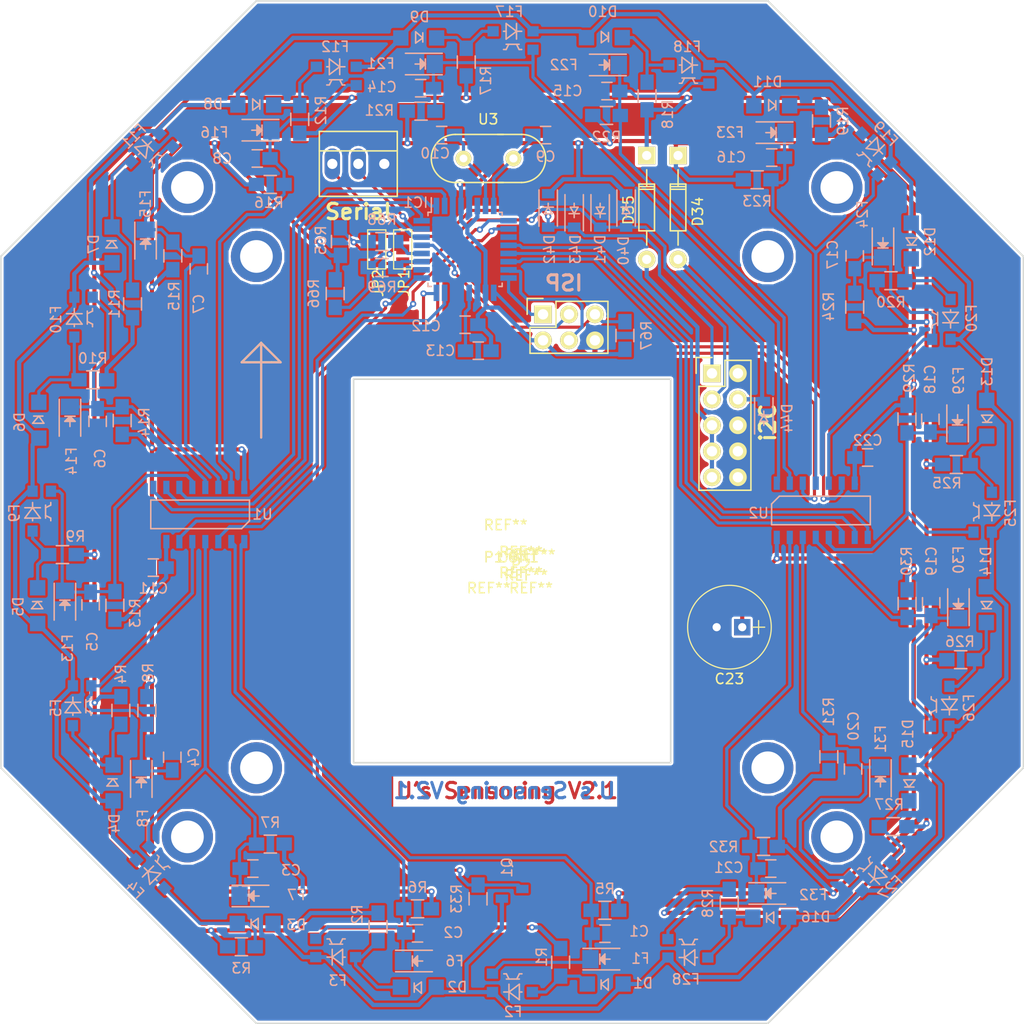
<source format=kicad_pcb>
(kicad_pcb (version 4) (host pcbnew 4.0.6-e0-6349~53~ubuntu16.04.1)
  (layers (0 F.Cu signal) (31 B.Cu signal) (34 B.Paste user hide) (35 F.Paste user hide) (36 B.SilkS user) (37 F.SilkS user) (38 B.Mask user) (39 F.Mask user) (44 Edge.Cuts user))
  (net 0 "")
  (net 1 "Net-(C9-Pad1)")
  (net 2 "Net-(C10-Pad1)")
  (net 3 "Net-(C13-Pad1)")
  (net 4 "Net-(CON1-Pad5)")
  (net 5 "Net-(D1-Pad2)")
  (net 6 "Net-(D2-Pad2)")
  (net 7 "Net-(D3-Pad2)")
  (net 8 "Net-(D4-Pad2)")
  (net 9 "Net-(D5-Pad2)")
  (net 10 "Net-(D6-Pad2)")
  (net 11 "Net-(D7-Pad2)")
  (net 12 "Net-(D8-Pad2)")
  (net 13 "Net-(D9-Pad2)")
  (net 14 "Net-(D10-Pad2)")
  (net 15 "Net-(D11-Pad2)")
  (net 16 "Net-(D12-Pad2)")
  (net 17 "Net-(D13-Pad2)")
  (net 18 "Net-(D14-Pad2)")
  (net 19 "Net-(D15-Pad2)")
  (net 20 "Net-(D16-Pad2)")
  (net 21 5V_IN)
  (net 22 12V_IN)
  (net 23 LEDPOWER)
  (net 24 "Net-(IC1-Pad27)")
  (net 25 "Net-(IC1-Pad28)")
  (net 26 SCL)
  (net 27 SDA)
  (net 28 MISO)
  (net 29 SS)
  (net 30 MOSI)
  (net 31 SCK)
  (net 32 "Net-(IC1-Pad30)")
  (net 33 S1)
  (net 34 GND)
  (net 35 S2)
  (net 36 S3)
  (net 37 S4)
  (net 38 S5)
  (net 39 S6)
  (net 40 S7)
  (net 41 S8)
  (net 42 S9)
  (net 43 S10)
  (net 44 S11)
  (net 45 S12)
  (net 46 S13)
  (net 47 S14)
  (net 48 S15)
  (net 49 S16)
  (net 50 LEDGND)
  (net 51 VCC)
  (net 52 A1)
  (net 53 INH0)
  (net 54 INH1)
  (net 55 B1)
  (net 56 C1)
  (net 57 ADC0)
  (net 58 ADC1)
  (net 59 LED)
  (net 60 A0)
  (net 61 "Net-(IC1-Pad11)")
  (net 62 "Net-(IC1-Pad26)")
  (net 63 C0)
  (net 64 B0)
  (net 65 "Net-(JP1-Pad2)")
  (net 66 "Net-(JP2-Pad2)")
  (module footprint:Mountinghole (layer F.Cu) (at 125.25 124.75)
    (fp_text reference REF** (at 29.464 -24.321) (layer F.SilkS))
    (fp_text value Mountinghole)
    (pad "" np_thru_hole circle (at 0 0) (size 5 5) (drill 3.2) (layers *.Cu *.Mask))
  )
  (module footprint:74HC4051-SO16 (layer B.Cu) (at 182.88 90.17)
    (fp_text reference U2 (at -1.778 2.921) (layer B.SilkS) (effects (justify mirror)))
    (fp_text value 74HC4051)
    (pad 1 smd rect (at 0 0) (size 0.6 1.3) (layers B.Cu B.Paste B.Mask) (net 42 S9))
    (pad 2 smd rect (at 1.27 0) (size 0.6 1.3) (layers B.Cu B.Paste B.Mask) (net 43 S10))
    (pad 3 smd rect (at 2.54 0) (size 0.6 1.3) (layers B.Cu B.Paste B.Mask) (net 58 ADC1))
    (pad 4 smd rect (at 3.81 0) (size 0.6 1.3) (layers B.Cu B.Paste B.Mask) (net 44 S11))
    (pad 5 smd rect (at 5.08 0) (size 0.6 1.3) (layers B.Cu B.Paste B.Mask) (net 45 S12))
    (pad 6 smd rect (at 6.35 0) (size 0.6 1.3) (layers B.Cu B.Paste B.Mask) (net 54 INH1))
    (pad 7 smd rect (at 7.62 0) (size 0.6 1.3) (layers B.Cu B.Paste B.Mask) (net 51 VCC))
    (pad 8 smd rect (at 8.89 0) (size 0.6 1.3) (layers B.Cu B.Paste B.Mask) (net 34 GND))
    (pad 9 smd rect (at 8.89 5.3) (size 0.6 1.3) (layers B.Cu B.Paste B.Mask) (net 56 C1))
    (pad 10 smd rect (at 7.62 5.3) (size 0.6 1.3) (layers B.Cu B.Paste B.Mask) (net 55 B1))
    (pad 11 smd rect (at 6.35 5.3) (size 0.6 1.3) (layers B.Cu B.Paste B.Mask) (net 52 A1))
    (pad 12 smd rect (at 5.08 5.3) (size 0.6 1.3) (layers B.Cu B.Paste B.Mask) (net 46 S13))
    (pad 13 smd rect (at 3.81 5.3) (size 0.6 1.3) (layers B.Cu B.Paste B.Mask) (net 47 S14))
    (pad 14 smd rect (at 2.54 5.3) (size 0.6 1.3) (layers B.Cu B.Paste B.Mask) (net 48 S15))
    (pad 15 smd rect (at 1.27 5.3) (size 0.6 1.3) (layers B.Cu B.Paste B.Mask) (net 49 S16))
    (pad 16 smd rect (at 0 5.3) (size 0.6 1.3) (layers B.Cu B.Paste B.Mask) (net 51 VCC))
  )
  (module footprint:SFH3710 (layer B.Cu) (at 166.01186 49.276 180)
    (fp_text reference F22 (at 3.95986 0 180) (layer B.SilkS) (effects (justify mirror)))
    (fp_text value SFH3710)
    (pad 2 smd rect (at 1.41986 0) (size 1.59766 1.80086) (layers B.Cu B.Paste B.Mask) (net 34 GND))
    (pad 1 smd rect (at -1.41986 0) (size 1.59766 1.80086) (layers B.Cu B.Paste B.Mask) (net 43 S10))
  )
  (module footprint:R_0805 (layer B.Cu) (at 187.25 54.75 90)
    (fp_text reference R19 (at 0 2.1 90) (layer B.SilkS) (effects (justify mirror)))
    (fp_text value 470)
    (pad 1 smd rect (at -1.35 0 90) (size 1.5 1.3) (layers B.Cu B.Paste B.Mask) (net 23 LEDPOWER))
    (pad 2 smd rect (at 1.35 0 90) (size 1.5 1.3) (layers B.Cu B.Paste B.Mask) (net 15 "Net-(D11-Pad2)"))
  )
  (module footprint:QRE1113 (layer B.Cu) (at 191.25 56 315)
    (fp_text reference F19 (at 1.59099 -1.59099 315) (layer B.SilkS) (effects (justify mirror)))
    (fp_text value QRE1113)
    (pad 1 smd rect (at 0 0 315) (size 1.1 1) (layers B.Cu B.Paste B.Mask) (net 15 "Net-(D11-Pad2)"))
    (pad 2 smd rect (at 3.9 0 315) (size 1.1 1) (layers B.Cu B.Paste B.Mask) (net 50 LEDGND))
    (pad 3 smd rect (at 3.9 1.8 315) (size 1.1 1) (layers B.Cu B.Paste B.Mask) (net 44 S11))
    (pad 4 smd rect (at 0 1.8 315) (size 1.1 1) (layers B.Cu B.Paste B.Mask) (net 34 GND))
  )
  (module footprint:C_0805 (layer B.Cu) (at 152.4 74.676 180)
    (fp_text reference C12 (at 3.81 -0.127 180) (layer B.SilkS) (effects (justify mirror)))
    (fp_text value 100n)
    (pad 1 smd rect (at -1.25 0 180) (size 1.5 1.25) (layers B.Cu B.Paste B.Mask) (net 51 VCC))
    (pad 2 smd rect (at 1.25 0 180) (size 1.5 1.25) (layers B.Cu B.Paste B.Mask) (net 34 GND))
  )
  (module footprint:Pin_Header_Straight_2x05 (layer F.Cu) (at 176.54 79.43)
    (fp_text reference P1 (at -21.346 17.979) (layer F.SilkS))
    (fp_text value I2C)
    (pad 1 thru_hole rect (at 0 0) (size 1.7272 1.7272) (drill 1.016) (layers *.Cu *.Mask F.SilkS) (net 27 SDA))
    (pad 2 thru_hole oval (at 2.54 0) (size 1.7272 1.7272) (drill 1.016) (layers *.Cu *.Mask F.SilkS) (net 34 GND))
    (pad 3 thru_hole oval (at 0 2.54) (size 1.7272 1.7272) (drill 1.016) (layers *.Cu *.Mask F.SilkS) (net 26 SCL))
    (pad 4 thru_hole oval (at 2.54 2.54) (size 1.7272 1.7272) (drill 1.016) (layers *.Cu *.Mask F.SilkS) (net 21 5V_IN))
    (pad 5 thru_hole oval (at 0 5.08) (size 1.7272 1.7272) (drill 1.016) (layers *.Cu *.Mask F.SilkS) (net 22 12V_IN))
    (pad 6 thru_hole oval (at 2.54 5.08) (size 1.7272 1.7272) (drill 1.016) (layers *.Cu *.Mask F.SilkS) (net 34 GND))
    (pad 7 thru_hole oval (at 0 7.62) (size 1.7272 1.7272) (drill 1.016) (layers *.Cu *.Mask F.SilkS) (net 22 12V_IN))
    (pad 8 thru_hole oval (at 2.54 7.62) (size 1.7272 1.7272) (drill 1.016) (layers *.Cu *.Mask F.SilkS) (net 34 GND))
    (pad 9 thru_hole oval (at 0 10.16) (size 1.7272 1.7272) (drill 1.016) (layers *.Cu *.Mask F.SilkS) (net 22 12V_IN))
    (pad 10 thru_hole oval (at 2.54 10.16) (size 1.7272 1.7272) (drill 1.016) (layers *.Cu *.Mask F.SilkS) (net 34 GND))
  )
  (module footprint:Shotkey-SOD-123 (layer B.Cu) (at 163.068 63.5 90)
    (fp_text reference D43 (at -3.81 0.127 90) (layer B.SilkS) (effects (justify mirror)))
    (fp_text value D_Schottky)
    (pad 1 smd rect (at -1.635 0 90) (size 0.91 1.22) (layers B.Cu B.Paste B.Mask) (net 27 SDA))
    (pad 2 smd rect (at 1.635 0 90) (size 0.91 1.22) (layers B.Cu B.Paste B.Mask) (net 34 GND))
  )
  (module footprint:R_0805 (layer B.Cu) (at 194.25 123.75 180)
    (fp_text reference R27 (at 0.381 2.159 180) (layer B.SilkS) (effects (justify mirror)))
    (fp_text value 470)
    (pad 1 smd rect (at -1.35 0 180) (size 1.5 1.3) (layers B.Cu B.Paste B.Mask) (net 23 LEDPOWER))
    (pad 2 smd rect (at 1.35 0 180) (size 1.5 1.3) (layers B.Cu B.Paste B.Mask) (net 19 "Net-(D15-Pad2)"))
  )
  (module footprint:atmega8-TQFP (layer B.Cu) (at 152.4 67.31 270)
    (fp_text reference IC1 (at -4.572 4.826 360) (layer B.SilkS) (effects (justify mirror)))
    (fp_text value ATMEGA88-A)
    (pad 1 smd rect (at -4.25 2.8 270) (size 1.6 0.55) (layers B.Cu B.Paste B.Mask) (net 64 B0))
    (pad 2 smd rect (at -4.25 2 270) (size 1.6 0.55) (layers B.Cu B.Paste B.Mask) (net 60 A0))
    (pad 3 smd rect (at -4.25 1.2 270) (size 1.6 0.55) (layers B.Cu B.Paste B.Mask) (net 34 GND))
    (pad 4 smd rect (at -4.25 0.4 270) (size 1.6 0.55) (layers B.Cu B.Paste B.Mask) (net 51 VCC))
    (pad 5 smd rect (at -4.25 -0.4 270) (size 1.6 0.55) (layers B.Cu B.Paste B.Mask) (net 34 GND))
    (pad 6 smd rect (at -4.25 -1.2 270) (size 1.6 0.55) (layers B.Cu B.Paste B.Mask) (net 51 VCC))
    (pad 7 smd rect (at -4.25 -2 270) (size 1.6 0.55) (layers B.Cu B.Paste B.Mask) (net 2 "Net-(C10-Pad1)"))
    (pad 8 smd rect (at -4.25 -2.8 270) (size 1.6 0.55) (layers B.Cu B.Paste B.Mask) (net 1 "Net-(C9-Pad1)"))
    (pad 9 smd rect (at -2.8 -4.25 180) (size 1.6 0.55) (layers B.Cu B.Paste B.Mask) (net 53 INH0))
    (pad 10 smd rect (at -2 -4.25 180) (size 1.6 0.55) (layers B.Cu B.Paste B.Mask) (net 54 INH1))
    (pad 11 smd rect (at -1.2 -4.25 180) (size 1.6 0.55) (layers B.Cu B.Paste B.Mask) (net 61 "Net-(IC1-Pad11)"))
    (pad 12 smd rect (at -0.4 -4.25 180) (size 1.6 0.55) (layers B.Cu B.Paste B.Mask) (net 56 C1))
    (pad 13 smd rect (at 0.4 -4.25 180) (size 1.6 0.55) (layers B.Cu B.Paste B.Mask) (net 55 B1))
    (pad 14 smd rect (at 1.2 -4.25 180) (size 1.6 0.55) (layers B.Cu B.Paste B.Mask) (net 52 A1))
    (pad 15 smd rect (at 2 -4.25 180) (size 1.6 0.55) (layers B.Cu B.Paste B.Mask) (net 30 MOSI))
    (pad 16 smd rect (at 2.8 -4.25 180) (size 1.6 0.55) (layers B.Cu B.Paste B.Mask) (net 28 MISO))
    (pad 17 smd rect (at 4.25 -2.8 270) (size 1.6 0.55) (layers B.Cu B.Paste B.Mask) (net 31 SCK))
    (pad 18 smd rect (at 4.25 -2 270) (size 1.6 0.55) (layers B.Cu B.Paste B.Mask) (net 51 VCC))
    (pad 19 smd rect (at 4.25 -1.2 270) (size 1.6 0.55) (layers B.Cu B.Paste B.Mask) (net 34 GND))
    (pad 20 smd rect (at 4.25 -0.4 270) (size 1.6 0.55) (layers B.Cu B.Paste B.Mask) (net 3 "Net-(C13-Pad1)"))
    (pad 21 smd rect (at 4.25 0.4 270) (size 1.6 0.55) (layers B.Cu B.Paste B.Mask) (net 34 GND))
    (pad 22 smd rect (at 4.25 1.2 270) (size 1.6 0.55) (layers B.Cu B.Paste B.Mask) (net 34 GND))
    (pad 23 smd rect (at 4.25 2 270) (size 1.6 0.55) (layers B.Cu B.Paste B.Mask) (net 57 ADC0))
    (pad 24 smd rect (at 4.25 2.8 270) (size 1.6 0.55) (layers B.Cu B.Paste B.Mask) (net 58 ADC1))
    (pad 25 smd rect (at 2.8 4.25 180) (size 1.6 0.55) (layers B.Cu B.Paste B.Mask) (net 59 LED))
    (pad 26 smd rect (at 2 4.25 180) (size 1.6 0.55) (layers B.Cu B.Paste B.Mask) (net 62 "Net-(IC1-Pad26)"))
    (pad 27 smd rect (at 1.2 4.25 180) (size 1.6 0.55) (layers B.Cu B.Paste B.Mask) (net 24 "Net-(IC1-Pad27)"))
    (pad 28 smd rect (at 0.4 4.25 180) (size 1.6 0.55) (layers B.Cu B.Paste B.Mask) (net 25 "Net-(IC1-Pad28)"))
    (pad 29 smd rect (at -0.4 4.25 180) (size 1.6 0.55) (layers B.Cu B.Paste B.Mask) (net 4 "Net-(CON1-Pad5)"))
    (pad 30 smd rect (at -1.2 4.25 180) (size 1.6 0.55) (layers B.Cu B.Paste B.Mask) (net 32 "Net-(IC1-Pad30)"))
    (pad 31 smd rect (at -2 4.25 180) (size 1.6 0.55) (layers B.Cu B.Paste B.Mask) (net 29 SS))
    (pad 32 smd rect (at -2.8 4.25 180) (size 1.6 0.55) (layers B.Cu B.Paste B.Mask) (net 63 C0))
  )
  (module footprint:R_0805 (layer B.Cu) (at 144.272 66.548 180)
    (fp_text reference R68 (at 0 2.159 180) (layer B.SilkS) (effects (justify mirror)))
    (fp_text value 1k)
    (pad 1 smd rect (at -1.35 0 180) (size 1.5 1.3) (layers B.Cu B.Paste B.Mask) (net 25 "Net-(IC1-Pad28)"))
    (pad 2 smd rect (at 1.35 0 180) (size 1.5 1.3) (layers B.Cu B.Paste B.Mask) (net 66 "Net-(JP2-Pad2)"))
  )
  (module footprint:R_0805 (layer B.Cu) (at 144.272 69.088 180)
    (fp_text reference R69 (at 0 -1.905 180) (layer B.SilkS) (effects (justify mirror)))
    (fp_text value 1k)
    (pad 1 smd rect (at -1.35 0 180) (size 1.5 1.3) (layers B.Cu B.Paste B.Mask) (net 24 "Net-(IC1-Pad27)"))
    (pad 2 smd rect (at 1.35 0 180) (size 1.5 1.3) (layers B.Cu B.Paste B.Mask) (net 65 "Net-(JP1-Pad2)"))
  )
  (module footprint:C_0805 (layer B.Cu) (at 153.69 77.216)
    (fp_text reference C13 (at -3.703 0) (layer B.SilkS) (effects (justify mirror)))
    (fp_text value 100n)
    (pad 1 smd rect (at -1.25 0) (size 1.5 1.25) (layers B.Cu B.Paste B.Mask) (net 3 "Net-(C13-Pad1)"))
    (pad 2 smd rect (at 1.25 0) (size 1.5 1.25) (layers B.Cu B.Paste B.Mask) (net 51 VCC))
  )
  (module footprint:SFH3710 (layer B.Cu) (at 147.7518 136.8933)
    (fp_text reference F6 (at 3.6322 0.0127) (layer B.SilkS) (effects (justify mirror)))
    (fp_text value SFH3710)
    (pad 2 smd rect (at 1.41986 0 180) (size 1.59766 1.80086) (layers B.Cu B.Paste B.Mask) (net 34 GND))
    (pad 1 smd rect (at -1.41986 0 180) (size 1.59766 1.80086) (layers B.Cu B.Paste B.Mask) (net 35 S2))
  )
  (module footprint:74HC4051-SO16 (layer B.Cu) (at 130.81 95.885 180)
    (fp_text reference U1 (at -1.778 2.667 180) (layer B.SilkS) (effects (justify mirror)))
    (fp_text value 74HC4051)
    (pad 1 smd rect (at 0 0 180) (size 0.6 1.3) (layers B.Cu B.Paste B.Mask) (net 33 S1))
    (pad 2 smd rect (at 1.27 0 180) (size 0.6 1.3) (layers B.Cu B.Paste B.Mask) (net 35 S2))
    (pad 3 smd rect (at 2.54 0 180) (size 0.6 1.3) (layers B.Cu B.Paste B.Mask) (net 57 ADC0))
    (pad 4 smd rect (at 3.81 0 180) (size 0.6 1.3) (layers B.Cu B.Paste B.Mask) (net 36 S3))
    (pad 5 smd rect (at 5.08 0 180) (size 0.6 1.3) (layers B.Cu B.Paste B.Mask) (net 37 S4))
    (pad 6 smd rect (at 6.35 0 180) (size 0.6 1.3) (layers B.Cu B.Paste B.Mask) (net 53 INH0))
    (pad 7 smd rect (at 7.62 0 180) (size 0.6 1.3) (layers B.Cu B.Paste B.Mask) (net 51 VCC))
    (pad 8 smd rect (at 8.89 0 180) (size 0.6 1.3) (layers B.Cu B.Paste B.Mask) (net 34 GND))
    (pad 9 smd rect (at 8.89 5.3 180) (size 0.6 1.3) (layers B.Cu B.Paste B.Mask) (net 63 C0))
    (pad 10 smd rect (at 7.62 5.3 180) (size 0.6 1.3) (layers B.Cu B.Paste B.Mask) (net 64 B0))
    (pad 11 smd rect (at 6.35 5.3 180) (size 0.6 1.3) (layers B.Cu B.Paste B.Mask) (net 60 A0))
    (pad 12 smd rect (at 5.08 5.3 180) (size 0.6 1.3) (layers B.Cu B.Paste B.Mask) (net 38 S5))
    (pad 13 smd rect (at 3.81 5.3 180) (size 0.6 1.3) (layers B.Cu B.Paste B.Mask) (net 39 S6))
    (pad 14 smd rect (at 2.54 5.3 180) (size 0.6 1.3) (layers B.Cu B.Paste B.Mask) (net 40 S7))
    (pad 15 smd rect (at 1.27 5.3 180) (size 0.6 1.3) (layers B.Cu B.Paste B.Mask) (net 41 S8))
    (pad 16 smd rect (at 0 5.3 180) (size 0.6 1.3) (layers B.Cu B.Paste B.Mask) (net 51 VCC))
  )
  (module footprint:C_0805 (layer B.Cu) (at 166.07536 134.22376)
    (fp_text reference C1 (at 3.34264 -0.23876) (layer B.SilkS) (effects (justify mirror)))
    (fp_text value 1n)
    (pad 1 smd rect (at -1.25 0) (size 1.5 1.25) (layers B.Cu B.Paste B.Mask) (net 33 S1))
    (pad 2 smd rect (at 1.25 0) (size 1.5 1.25) (layers B.Cu B.Paste B.Mask) (net 34 GND))
  )
  (module footprint:C_0805 (layer B.Cu) (at 147.7518 134.1882)
    (fp_text reference C2 (at 3.5052 -0.0762) (layer B.SilkS) (effects (justify mirror)))
    (fp_text value 1n)
    (pad 1 smd rect (at -1.25 0) (size 1.5 1.25) (layers B.Cu B.Paste B.Mask) (net 35 S2))
    (pad 2 smd rect (at 1.25 0) (size 1.5 1.25) (layers B.Cu B.Paste B.Mask) (net 34 GND))
  )
  (module footprint:C_0805 (layer B.Cu) (at 131.65328 127.85344)
    (fp_text reference C3 (at 3.72872 0.16256) (layer B.SilkS) (effects (justify mirror)))
    (fp_text value 1n)
    (pad 1 smd rect (at -1.25 0) (size 1.5 1.25) (layers B.Cu B.Paste B.Mask) (net 36 S3))
    (pad 2 smd rect (at 1.25 0) (size 1.5 1.25) (layers B.Cu B.Paste B.Mask) (net 34 GND))
  )
  (module footprint:C_0805 (layer B.Cu) (at 123.77 116.97 90)
    (fp_text reference C4 (at 0 2.1 90) (layer B.SilkS) (effects (justify mirror)))
    (fp_text value 1n)
    (pad 1 smd rect (at -1.25 0 90) (size 1.5 1.25) (layers B.Cu B.Paste B.Mask) (net 37 S4))
    (pad 2 smd rect (at 1.25 0 90) (size 1.5 1.25) (layers B.Cu B.Paste B.Mask) (net 34 GND))
  )
  (module footprint:C_0805 (layer B.Cu) (at 115.7859 102.0699 270)
    (fp_text reference C5 (at 3.5941 -0.1651 270) (layer B.SilkS) (effects (justify mirror)))
    (fp_text value 1n)
    (pad 1 smd rect (at -1.25 0 270) (size 1.5 1.25) (layers B.Cu B.Paste B.Mask) (net 38 S5))
    (pad 2 smd rect (at 1.25 0 270) (size 1.5 1.25) (layers B.Cu B.Paste B.Mask) (net 34 GND))
  )
  (module footprint:C_0805 (layer B.Cu) (at 116.4717 84.1248 270)
    (fp_text reference C6 (at 3.6322 -0.2413 270) (layer B.SilkS) (effects (justify mirror)))
    (fp_text value 1n)
    (pad 1 smd rect (at -1.25 0 270) (size 1.5 1.25) (layers B.Cu B.Paste B.Mask) (net 39 S6))
    (pad 2 smd rect (at 1.25 0 270) (size 1.5 1.25) (layers B.Cu B.Paste B.Mask) (net 34 GND))
  )
  (module footprint:C_0805 (layer B.Cu) (at 126.365 69.215 270)
    (fp_text reference C7 (at 3.429 0 270) (layer B.SilkS) (effects (justify mirror)))
    (fp_text value 1n)
    (pad 1 smd rect (at -1.25 0 270) (size 1.5 1.25) (layers B.Cu B.Paste B.Mask) (net 40 S7))
    (pad 2 smd rect (at 1.25 0 270) (size 1.5 1.25) (layers B.Cu B.Paste B.Mask) (net 34 GND))
  )
  (module footprint:C_0805 (layer B.Cu) (at 132.08 58.42 180)
    (fp_text reference C8 (at 3.429 0 180) (layer B.SilkS) (effects (justify mirror)))
    (fp_text value 1n)
    (pad 1 smd rect (at -1.25 0 180) (size 1.5 1.25) (layers B.Cu B.Paste B.Mask) (net 41 S8))
    (pad 2 smd rect (at 1.25 0 180) (size 1.5 1.25) (layers B.Cu B.Paste B.Mask) (net 34 GND))
  )
  (module footprint:C_0805 (layer B.Cu) (at 160.274 56.134)
    (fp_text reference C9 (at 0 2.1) (layer B.SilkS) (effects (justify mirror)))
    (fp_text value 22p)
    (pad 1 smd rect (at -1.25 0) (size 1.5 1.25) (layers B.Cu B.Paste B.Mask) (net 1 "Net-(C9-Pad1)"))
    (pad 2 smd rect (at 1.25 0) (size 1.5 1.25) (layers B.Cu B.Paste B.Mask) (net 34 GND))
  )
  (module footprint:C_0805 (layer B.Cu) (at 150.114 56.134 180)
    (fp_text reference C10 (at 0.635 -1.778 180) (layer B.SilkS) (effects (justify mirror)))
    (fp_text value 22p)
    (pad 1 smd rect (at -1.25 0 180) (size 1.5 1.25) (layers B.Cu B.Paste B.Mask) (net 2 "Net-(C10-Pad1)"))
    (pad 2 smd rect (at 1.25 0 180) (size 1.5 1.25) (layers B.Cu B.Paste B.Mask) (net 34 GND))
  )
  (module footprint:C_0805 (layer B.Cu) (at 121.92 98.425 180)
    (fp_text reference C11 (at 0 -2.032 180) (layer B.SilkS) (effects (justify mirror)))
    (fp_text value 47u)
    (pad 1 smd rect (at -1.25 0 180) (size 1.5 1.25) (layers B.Cu B.Paste B.Mask) (net 51 VCC))
    (pad 2 smd rect (at 1.25 0 180) (size 1.5 1.25) (layers B.Cu B.Paste B.Mask) (net 34 GND))
  )
  (module footprint:C_0805 (layer B.Cu) (at 148.0566 51.5493 180)
    (fp_text reference C14 (at 3.7846 0.1143 180) (layer B.SilkS) (effects (justify mirror)))
    (fp_text value 1n)
    (pad 1 smd rect (at -1.25 0 180) (size 1.5 1.25) (layers B.Cu B.Paste B.Mask) (net 42 S9))
    (pad 2 smd rect (at 1.25 0 180) (size 1.5 1.25) (layers B.Cu B.Paste B.Mask) (net 34 GND))
  )
  (module footprint:C_0805 (layer B.Cu) (at 166.27094 51.8287 180)
    (fp_text reference C15 (at 3.83794 0.0127 180) (layer B.SilkS) (effects (justify mirror)))
    (fp_text value 1n)
    (pad 1 smd rect (at -1.25 0 180) (size 1.5 1.25) (layers B.Cu B.Paste B.Mask) (net 43 S10))
    (pad 2 smd rect (at 1.25 0 180) (size 1.5 1.25) (layers B.Cu B.Paste B.Mask) (net 34 GND))
  )
  (module footprint:C_0805 (layer B.Cu) (at 182.3847 58.3311 180)
    (fp_text reference C16 (at 3.9497 0.0381 180) (layer B.SilkS) (effects (justify mirror)))
    (fp_text value 1n)
    (pad 1 smd rect (at -1.25 0 180) (size 1.5 1.25) (layers B.Cu B.Paste B.Mask) (net 44 S11))
    (pad 2 smd rect (at 1.25 0 180) (size 1.5 1.25) (layers B.Cu B.Paste B.Mask) (net 34 GND))
  )
  (module footprint:C_0805 (layer B.Cu) (at 190.5 67.945 90)
    (fp_text reference C17 (at 0.127 -2.159 90) (layer B.SilkS) (effects (justify mirror)))
    (fp_text value 1n)
    (pad 1 smd rect (at -1.25 0 90) (size 1.5 1.25) (layers B.Cu B.Paste B.Mask) (net 45 S12))
    (pad 2 smd rect (at 1.25 0 90) (size 1.5 1.25) (layers B.Cu B.Paste B.Mask) (net 34 GND))
  )
  (module footprint:C_0805 (layer B.Cu) (at 197.89648 83.9216 90)
    (fp_text reference C18 (at 3.9116 -0.03048 270) (layer B.SilkS) (effects (justify mirror)))
    (fp_text value 1n)
    (pad 1 smd rect (at -1.25 0 90) (size 1.5 1.25) (layers B.Cu B.Paste B.Mask) (net 46 S13))
    (pad 2 smd rect (at 1.25 0 90) (size 1.5 1.25) (layers B.Cu B.Paste B.Mask) (net 34 GND))
  )
  (module footprint:C_0805 (layer B.Cu) (at 197.97776 101.86416 90)
    (fp_text reference C19 (at 4.07416 0.01524 90) (layer B.SilkS) (effects (justify mirror)))
    (fp_text value 1n)
    (pad 1 smd rect (at -1.25 0 90) (size 1.5 1.25) (layers B.Cu B.Paste B.Mask) (net 47 S14))
    (pad 2 smd rect (at 1.25 0 90) (size 1.5 1.25) (layers B.Cu B.Paste B.Mask) (net 34 GND))
  )
  (module footprint:C_0805 (layer B.Cu) (at 190.34 118.12 270)
    (fp_text reference C20 (at -4.201 -0.033 270) (layer B.SilkS) (effects (justify mirror)))
    (fp_text value 1n)
    (pad 1 smd rect (at -1.25 0 270) (size 1.5 1.25) (layers B.Cu B.Paste B.Mask) (net 48 S15))
    (pad 2 smd rect (at 1.25 0 270) (size 1.5 1.25) (layers B.Cu B.Paste B.Mask) (net 34 GND))
  )
  (module footprint:C_0805 (layer B.Cu) (at 182.29072 127.85344)
    (fp_text reference C21 (at -4.10972 -0.09144) (layer B.SilkS) (effects (justify mirror)))
    (fp_text value 1n)
    (pad 1 smd rect (at -1.25 0) (size 1.5 1.25) (layers B.Cu B.Paste B.Mask) (net 49 S16))
    (pad 2 smd rect (at 1.25 0) (size 1.5 1.25) (layers B.Cu B.Paste B.Mask) (net 34 GND))
  )
  (module footprint:AVR-ISP (layer F.Cu) (at 160.02 73.66)
    (fp_text reference CON1 (at -2.413 23.749) (layer F.SilkS))
    (fp_text value AVR-ISP-6)
    (pad 1 thru_hole rect (at 0 0) (size 1.7272 1.7272) (drill 1.016) (layers *.Cu *.Mask F.SilkS) (net 28 MISO))
    (pad 2 thru_hole oval (at 0 2.54) (size 1.7272 1.7272) (drill 1.016) (layers *.Cu *.Mask F.SilkS) (net 51 VCC))
    (pad 3 thru_hole oval (at 2.54 0) (size 1.7272 1.7272) (drill 1.016) (layers *.Cu *.Mask F.SilkS) (net 31 SCK))
    (pad 4 thru_hole oval (at 2.54 2.54) (size 1.7272 1.7272) (drill 1.016) (layers *.Cu *.Mask F.SilkS) (net 30 MOSI))
    (pad 5 thru_hole oval (at 5.08 0) (size 1.7272 1.7272) (drill 1.016) (layers *.Cu *.Mask F.SilkS) (net 4 "Net-(CON1-Pad5)"))
    (pad 6 thru_hole oval (at 5.08 2.54) (size 1.7272 1.7272) (drill 1.016) (layers *.Cu *.Mask F.SilkS) (net 34 GND))
  )
  (module footprint:1206_LED (layer B.Cu) (at 166.1033 139.1412)
    (fp_text reference D1 (at 3.6957 -0.0762) (layer B.SilkS) (effects (justify mirror)))
    (fp_text value LED)
    (pad 1 smd rect (at 1.75 0) (size 1.5 1.5) (layers B.Cu B.Paste B.Mask) (net 50 LEDGND))
    (pad 2 smd rect (at -1.75 0) (size 1.5 1.5) (layers B.Cu B.Paste B.Mask) (net 5 "Net-(D1-Pad2)"))
  )
  (module footprint:1206_LED (layer B.Cu) (at 147.828 139.446)
    (fp_text reference D2 (at 3.81 0) (layer B.SilkS) (effects (justify mirror)))
    (fp_text value LED)
    (pad 1 smd rect (at 1.75 0) (size 1.5 1.5) (layers B.Cu B.Paste B.Mask) (net 50 LEDGND))
    (pad 2 smd rect (at -1.75 0) (size 1.5 1.5) (layers B.Cu B.Paste B.Mask) (net 6 "Net-(D2-Pad2)"))
  )
  (module footprint:1206_LED (layer B.Cu) (at 131.8768 133.21792)
    (fp_text reference D3 (at 4.0132 0.13208) (layer B.SilkS) (effects (justify mirror)))
    (fp_text value LED)
    (pad 1 smd rect (at 1.75 0) (size 1.5 1.5) (layers B.Cu B.Paste B.Mask) (net 50 LEDGND))
    (pad 2 smd rect (at -1.75 0) (size 1.5 1.5) (layers B.Cu B.Paste B.Mask) (net 7 "Net-(D3-Pad2)"))
  )
  (module footprint:1206_LED (layer B.Cu) (at 117.97792 119.4816 270)
    (fp_text reference D4 (at 3.9624 -0.13208 270) (layer B.SilkS) (effects (justify mirror)))
    (fp_text value LED)
    (pad 1 smd rect (at 1.75 0 270) (size 1.5 1.5) (layers B.Cu B.Paste B.Mask) (net 50 LEDGND))
    (pad 2 smd rect (at -1.75 0 270) (size 1.5 1.5) (layers B.Cu B.Paste B.Mask) (net 8 "Net-(D4-Pad2)"))
  )
  (module footprint:1206_LED (layer B.Cu) (at 110.6043 102.1461 270)
    (fp_text reference D5 (at 0.0889 1.8923 270) (layer B.SilkS) (effects (justify mirror)))
    (fp_text value LED)
    (pad 1 smd rect (at 1.75 0 270) (size 1.5 1.5) (layers B.Cu B.Paste B.Mask) (net 50 LEDGND))
    (pad 2 smd rect (at -1.75 0 270) (size 1.5 1.5) (layers B.Cu B.Paste B.Mask) (net 9 "Net-(D5-Pad2)"))
  )
  (module footprint:1206_LED (layer B.Cu) (at 110.7186 84.0105 270)
    (fp_text reference D6 (at 0.1905 1.8796 270) (layer B.SilkS) (effects (justify mirror)))
    (fp_text value LED)
    (pad 1 smd rect (at 1.75 0 270) (size 1.5 1.5) (layers B.Cu B.Paste B.Mask) (net 50 LEDGND))
    (pad 2 smd rect (at -1.75 0 270) (size 1.5 1.5) (layers B.Cu B.Paste B.Mask) (net 10 "Net-(D6-Pad2)"))
  )
  (module footprint:1206_LED (layer B.Cu) (at 117.8814 66.8655 270)
    (fp_text reference D7 (at -0.0635 1.8034 270) (layer B.SilkS) (effects (justify mirror)))
    (fp_text value LED)
    (pad 1 smd rect (at 1.75 0 270) (size 1.5 1.5) (layers B.Cu B.Paste B.Mask) (net 50 LEDGND))
    (pad 2 smd rect (at -1.75 0 270) (size 1.5 1.5) (layers B.Cu B.Paste B.Mask) (net 11 "Net-(D7-Pad2)"))
  )
  (module footprint:1206_LED (layer B.Cu) (at 131.93268 53.19776 180)
    (fp_text reference D8 (at 4.17068 0.11176 180) (layer B.SilkS) (effects (justify mirror)))
    (fp_text value LED)
    (pad 1 smd rect (at 1.75 0 180) (size 1.5 1.5) (layers B.Cu B.Paste B.Mask) (net 50 LEDGND))
    (pad 2 smd rect (at -1.75 0 180) (size 1.5 1.5) (layers B.Cu B.Paste B.Mask) (net 12 "Net-(D8-Pad2)"))
  )
  (module footprint:1206_LED (layer B.Cu) (at 147.8661 46.6344 180)
    (fp_text reference D9 (at -0.0889 2.0574 180) (layer B.SilkS) (effects (justify mirror)))
    (fp_text value LED)
    (pad 1 smd rect (at 1.75 0 180) (size 1.5 1.5) (layers B.Cu B.Paste B.Mask) (net 50 LEDGND))
    (pad 2 smd rect (at -1.75 0 180) (size 1.5 1.5) (layers B.Cu B.Paste B.Mask) (net 13 "Net-(D9-Pad2)"))
  )
  (module footprint:1206_LED (layer B.Cu) (at 166.01948 46.60392 180)
    (fp_text reference D10 (at 0.15748 2.53492 180) (layer B.SilkS) (effects (justify mirror)))
    (fp_text value LED)
    (pad 1 smd rect (at 1.75 0 180) (size 1.5 1.5) (layers B.Cu B.Paste B.Mask) (net 50 LEDGND))
    (pad 2 smd rect (at -1.75 0 180) (size 1.5 1.5) (layers B.Cu B.Paste B.Mask) (net 14 "Net-(D10-Pad2)"))
  )
  (module footprint:1206_LED (layer B.Cu) (at 182.3847 53.2638 180)
    (fp_text reference D11 (at 0.3937 2.3368 180) (layer B.SilkS) (effects (justify mirror)))
    (fp_text value LED)
    (pad 1 smd rect (at 1.75 0 180) (size 1.5 1.5) (layers B.Cu B.Paste B.Mask) (net 50 LEDGND))
    (pad 2 smd rect (at -1.75 0 180) (size 1.5 1.5) (layers B.Cu B.Paste B.Mask) (net 15 "Net-(D11-Pad2)"))
  )
  (module footprint:1206_LED (layer B.Cu) (at 196.02704 66.48704 90)
    (fp_text reference D12 (at -0.06096 1.83896 90) (layer B.SilkS) (effects (justify mirror)))
    (fp_text value LED)
    (pad 1 smd rect (at 1.75 0 90) (size 1.5 1.5) (layers B.Cu B.Paste B.Mask) (net 50 LEDGND))
    (pad 2 smd rect (at -1.75 0 90) (size 1.5 1.5) (layers B.Cu B.Paste B.Mask) (net 16 "Net-(D12-Pad2)"))
  )
  (module footprint:1206_LED (layer B.Cu) (at 203.4032 83.82 90)
    (fp_text reference D13 (at 4.572 0.0508 90) (layer B.SilkS) (effects (justify mirror)))
    (fp_text value LED)
    (pad 1 smd rect (at 1.75 0 90) (size 1.5 1.5) (layers B.Cu B.Paste B.Mask) (net 50 LEDGND))
    (pad 2 smd rect (at -1.75 0 90) (size 1.5 1.5) (layers B.Cu B.Paste B.Mask) (net 17 "Net-(D13-Pad2)"))
  )
  (module footprint:1206_LED (layer B.Cu) (at 203.36256 102.04704 90)
    (fp_text reference D14 (at 4.25704 -0.03556 90) (layer B.SilkS) (effects (justify mirror)))
    (fp_text value LED)
    (pad 1 smd rect (at 1.75 0 90) (size 1.5 1.5) (layers B.Cu B.Paste B.Mask) (net 50 LEDGND))
    (pad 2 smd rect (at -1.75 0 90) (size 1.5 1.5) (layers B.Cu B.Paste B.Mask) (net 18 "Net-(D14-Pad2)"))
  )
  (module footprint:1206_LED (layer B.Cu) (at 195.7959 119.4816 90)
    (fp_text reference D15 (at 4.8006 -0.0889 90) (layer B.SilkS) (effects (justify mirror)))
    (fp_text value LED)
    (pad 1 smd rect (at 1.75 0 90) (size 1.5 1.5) (layers B.Cu B.Paste B.Mask) (net 50 LEDGND))
    (pad 2 smd rect (at -1.75 0 90) (size 1.5 1.5) (layers B.Cu B.Paste B.Mask) (net 19 "Net-(D15-Pad2)"))
  )
  (module footprint:1206_LED (layer B.Cu) (at 182.28564 132.60324)
    (fp_text reference D16 (at 4.40436 -0.01524) (layer B.SilkS) (effects (justify mirror)))
    (fp_text value LED)
    (pad 1 smd rect (at 1.75 0) (size 1.5 1.5) (layers B.Cu B.Paste B.Mask) (net 50 LEDGND))
    (pad 2 smd rect (at -1.75 0) (size 1.5 1.5) (layers B.Cu B.Paste B.Mask) (net 20 "Net-(D16-Pad2)"))
  )
  (module footprint:Diode_throughole (layer F.Cu) (at 173.22546 58.12948 270)
    (fp_text reference D34 (at 5.48692 -1.93294 270) (layer F.SilkS))
    (fp_text value D)
    (pad 2 thru_hole circle (at 10.16052 -0.00254 90) (size 1.69926 1.69926) (drill 0.9) (layers *.Cu *.Mask F.SilkS) (net 21 5V_IN))
    (pad 1 thru_hole rect (at 0.00052 -0.00254 90) (size 1.69926 1.69926) (drill 0.9) (layers *.Cu *.Mask F.SilkS) (net 51 VCC))
  )
  (module footprint:Diode_throughole (layer F.Cu) (at 170.15746 58.12948 270)
    (fp_text reference D35 (at 5.33452 1.77546 270) (layer F.SilkS))
    (fp_text value D)
    (pad 2 thru_hole circle (at 10.16052 -0.00254 90) (size 1.69926 1.69926) (drill 0.9) (layers *.Cu *.Mask F.SilkS) (net 22 12V_IN))
    (pad 1 thru_hole rect (at 0.00052 -0.00254 90) (size 1.69926 1.69926) (drill 0.9) (layers *.Cu *.Mask F.SilkS) (net 23 LEDPOWER))
  )
  (module footprint:Shotkey-SOD-123 (layer B.Cu) (at 168.148 63.5 270)
    (fp_text reference D40 (at 3.937 0.254 270) (layer B.SilkS) (effects (justify mirror)))
    (fp_text value D_Schottky)
    (pad 1 smd rect (at -1.635 0 270) (size 0.91 1.22) (layers B.Cu B.Paste B.Mask) (net 51 VCC))
    (pad 2 smd rect (at 1.635 0 270) (size 0.91 1.22) (layers B.Cu B.Paste B.Mask) (net 26 SCL))
  )
  (module footprint:Shotkey-SOD-123 (layer B.Cu) (at 165.608 63.5 90)
    (fp_text reference D41 (at -3.81 0 90) (layer B.SilkS) (effects (justify mirror)))
    (fp_text value D_Schottky)
    (pad 1 smd rect (at -1.635 0 90) (size 0.91 1.22) (layers B.Cu B.Paste B.Mask) (net 26 SCL))
    (pad 2 smd rect (at 1.635 0 90) (size 0.91 1.22) (layers B.Cu B.Paste B.Mask) (net 34 GND))
  )
  (module footprint:Shotkey-SOD-123 (layer B.Cu) (at 160.528 63.5 270)
    (fp_text reference D42 (at 3.81 -0.127 270) (layer B.SilkS) (effects (justify mirror)))
    (fp_text value D_Schottky)
    (pad 1 smd rect (at -1.635 0 270) (size 0.91 1.22) (layers B.Cu B.Paste B.Mask) (net 51 VCC))
    (pad 2 smd rect (at 1.635 0 270) (size 0.91 1.22) (layers B.Cu B.Paste B.Mask) (net 27 SDA))
  )
  (module footprint:SMD-shotkey (layer B.Cu) (at 181.61 83.82 270)
    (fp_text reference D44 (at 0 -2.286 270) (layer B.SilkS) (effects (justify mirror)))
    (fp_text value ZENER)
    (pad 1 smd rect (at -1.635 0 270) (size 0.91 1.22) (layers B.Cu B.Paste B.Mask) (net 21 5V_IN))
    (pad 2 smd rect (at 1.635 0 270) (size 0.91 1.22) (layers B.Cu B.Paste B.Mask) (net 34 GND))
  )
  (module footprint:SFH3710 (layer B.Cu) (at 166.07536 136.71042)
    (fp_text reference F1 (at 3.46964 -0.05842) (layer B.SilkS) (effects (justify mirror)))
    (fp_text value SFH3710)
    (pad 2 smd rect (at 1.41986 0 180) (size 1.59766 1.80086) (layers B.Cu B.Paste B.Mask) (net 34 GND))
    (pad 1 smd rect (at -1.41986 0 180) (size 1.59766 1.80086) (layers B.Cu B.Paste B.Mask) (net 33 S1))
  )
  (module footprint:QRE1113 (layer B.Cu) (at 158.9786 139.92352 180)
    (fp_text reference F2 (at 1.8796 -1.93548 180) (layer B.SilkS) (effects (justify mirror)))
    (fp_text value QRE1113)
    (pad 1 smd rect (at 0 0 180) (size 1.1 1) (layers B.Cu B.Paste B.Mask) (net 5 "Net-(D1-Pad2)"))
    (pad 2 smd rect (at 3.9 0 180) (size 1.1 1) (layers B.Cu B.Paste B.Mask) (net 50 LEDGND))
    (pad 3 smd rect (at 3.9 1.8 180) (size 1.1 1) (layers B.Cu B.Paste B.Mask) (net 33 S1))
    (pad 4 smd rect (at 0 1.8 180) (size 1.1 1) (layers B.Cu B.Paste B.Mask) (net 34 GND))
  )
  (module footprint:QRE1113 (layer B.Cu) (at 141.6939 136.5123 180)
    (fp_text reference F3 (at 1.7399 -2.2987 180) (layer B.SilkS) (effects (justify mirror)))
    (fp_text value QRE1113)
    (pad 1 smd rect (at 0 0 180) (size 1.1 1) (layers B.Cu B.Paste B.Mask) (net 6 "Net-(D2-Pad2)"))
    (pad 2 smd rect (at 3.9 0 180) (size 1.1 1) (layers B.Cu B.Paste B.Mask) (net 50 LEDGND))
    (pad 3 smd rect (at 3.9 1.8 180) (size 1.1 1) (layers B.Cu B.Paste B.Mask) (net 35 S2))
    (pad 4 smd rect (at 0 1.8 180) (size 1.1 1) (layers B.Cu B.Paste B.Mask) (net 34 GND))
  )
  (module footprint:QRE1113 (layer B.Cu) (at 123.007716 129.757716 135)
    (fp_text reference F4 (at 1.905 -2.159 135) (layer B.SilkS) (effects (justify mirror)))
    (fp_text value QRE1113)
    (pad 1 smd rect (at 0 0 135) (size 1.1 1) (layers B.Cu B.Paste B.Mask) (net 7 "Net-(D3-Pad2)"))
    (pad 2 smd rect (at 3.9 0 135) (size 1.1 1) (layers B.Cu B.Paste B.Mask) (net 50 LEDGND))
    (pad 3 smd rect (at 3.9 1.8 135) (size 1.1 1) (layers B.Cu B.Paste B.Mask) (net 36 S3))
    (pad 4 smd rect (at 0 1.8 135) (size 1.1 1) (layers B.Cu B.Paste B.Mask) (net 34 GND))
  )
  (module footprint:QRE1113 (layer B.Cu) (at 114.05108 113.88344 90)
    (fp_text reference F5 (at 1.74244 -1.65608 90) (layer B.SilkS) (effects (justify mirror)))
    (fp_text value QRE1113)
    (pad 1 smd rect (at 0 0 90) (size 1.1 1) (layers B.Cu B.Paste B.Mask) (net 8 "Net-(D4-Pad2)"))
    (pad 2 smd rect (at 3.9 0 90) (size 1.1 1) (layers B.Cu B.Paste B.Mask) (net 50 LEDGND))
    (pad 3 smd rect (at 3.9 1.8 90) (size 1.1 1) (layers B.Cu B.Paste B.Mask) (net 37 S4))
    (pad 4 smd rect (at 0 1.8 90) (size 1.1 1) (layers B.Cu B.Paste B.Mask) (net 34 GND))
  )
  (module footprint:SFH3710 (layer B.Cu) (at 131.76504 130.53568)
    (fp_text reference F7 (at 4.12496 -0.10668) (layer B.SilkS) (effects (justify mirror)))
    (fp_text value SFH3710)
    (pad 2 smd rect (at 1.41986 0 180) (size 1.59766 1.80086) (layers B.Cu B.Paste B.Mask) (net 34 GND))
    (pad 1 smd rect (at -1.41986 0 180) (size 1.59766 1.80086) (layers B.Cu B.Paste B.Mask) (net 36 S3))
  )
  (module footprint:SFH3710 (layer B.Cu) (at 120.74144 119.44096 270)
    (fp_text reference F8 (at 3.49504 -0.16256 270) (layer B.SilkS) (effects (justify mirror)))
    (fp_text value SFH3710)
    (pad 2 smd rect (at 1.41986 0 90) (size 1.59766 1.80086) (layers B.Cu B.Paste B.Mask) (net 34 GND))
    (pad 1 smd rect (at -1.41986 0 90) (size 1.59766 1.80086) (layers B.Cu B.Paste B.Mask) (net 37 S4))
  )
  (module footprint:QRE1113 (layer B.Cu) (at 110.11154 94.8563 90)
    (fp_text reference F9 (at 1.7653 -1.78054 90) (layer B.SilkS) (effects (justify mirror)))
    (fp_text value QRE1113)
    (pad 1 smd rect (at 0 0 90) (size 1.1 1) (layers B.Cu B.Paste B.Mask) (net 9 "Net-(D5-Pad2)"))
    (pad 2 smd rect (at 3.9 0 90) (size 1.1 1) (layers B.Cu B.Paste B.Mask) (net 50 LEDGND))
    (pad 3 smd rect (at 3.9 1.8 90) (size 1.1 1) (layers B.Cu B.Paste B.Mask) (net 38 S5))
    (pad 4 smd rect (at 0 1.8 90) (size 1.1 1) (layers B.Cu B.Paste B.Mask) (net 34 GND))
  )
  (module footprint:QRE1113 (layer B.Cu) (at 114.19078 75.88504 90)
    (fp_text reference F10 (at 1.71704 -1.79578 90) (layer B.SilkS) (effects (justify mirror)))
    (fp_text value QRE1113)
    (pad 1 smd rect (at 0 0 90) (size 1.1 1) (layers B.Cu B.Paste B.Mask) (net 10 "Net-(D6-Pad2)"))
    (pad 2 smd rect (at 3.9 0 90) (size 1.1 1) (layers B.Cu B.Paste B.Mask) (net 50 LEDGND))
    (pad 3 smd rect (at 3.9 1.8 90) (size 1.1 1) (layers B.Cu B.Paste B.Mask) (net 39 S6))
    (pad 4 smd rect (at 0 1.8 90) (size 1.1 1) (layers B.Cu B.Paste B.Mask) (net 34 GND))
  )
  (module footprint:QRE1113 (layer B.Cu) (at 119.75 58.75 45)
    (fp_text reference F11 (at 1.944544 -1.59099 45) (layer B.SilkS) (effects (justify mirror)))
    (fp_text value QRE1113)
    (pad 1 smd rect (at 0 0 45) (size 1.1 1) (layers B.Cu B.Paste B.Mask) (net 11 "Net-(D7-Pad2)"))
    (pad 2 smd rect (at 3.9 0 45) (size 1.1 1) (layers B.Cu B.Paste B.Mask) (net 50 LEDGND))
    (pad 3 smd rect (at 3.9 1.8 45) (size 1.1 1) (layers B.Cu B.Paste B.Mask) (net 40 S7))
    (pad 4 smd rect (at 0 1.8 45) (size 1.1 1) (layers B.Cu B.Paste B.Mask) (net 34 GND))
  )
  (module footprint:QRE1113 (layer B.Cu) (at 137.85596 49.4538)
    (fp_text reference F12 (at 1.84404 -1.9558) (layer B.SilkS) (effects (justify mirror)))
    (fp_text value QRE1113)
    (pad 1 smd rect (at 0 0) (size 1.1 1) (layers B.Cu B.Paste B.Mask) (net 12 "Net-(D8-Pad2)"))
    (pad 2 smd rect (at 3.9 0) (size 1.1 1) (layers B.Cu B.Paste B.Mask) (net 50 LEDGND))
    (pad 3 smd rect (at 3.9 1.8) (size 1.1 1) (layers B.Cu B.Paste B.Mask) (net 41 S8))
    (pad 4 smd rect (at 0 1.8) (size 1.1 1) (layers B.Cu B.Paste B.Mask) (net 34 GND))
  )
  (module footprint:SFH3710 (layer B.Cu) (at 113.2713 102.108 270)
    (fp_text reference F13 (at 4.191 -0.2667 270) (layer B.SilkS) (effects (justify mirror)))
    (fp_text value SFH3710)
    (pad 2 smd rect (at 1.41986 0 90) (size 1.59766 1.80086) (layers B.Cu B.Paste B.Mask) (net 34 GND))
    (pad 1 smd rect (at -1.41986 0 90) (size 1.59766 1.80086) (layers B.Cu B.Paste B.Mask) (net 38 S5))
  )
  (module footprint:SFH3710 (layer B.Cu) (at 113.7666 84.1248 270)
    (fp_text reference F14 (at 3.8862 -0.1524 270) (layer B.SilkS) (effects (justify mirror)))
    (fp_text value SFH3710)
    (pad 2 smd rect (at 1.41986 0 90) (size 1.59766 1.80086) (layers B.Cu B.Paste B.Mask) (net 34 GND))
    (pad 1 smd rect (at -1.41986 0 90) (size 1.59766 1.80086) (layers B.Cu B.Paste B.Mask) (net 39 S6))
  )
  (module footprint:SFH3710 (layer B.Cu) (at 121.158 66.802 270)
    (fp_text reference F15 (at -3.937 0 270) (layer B.SilkS) (effects (justify mirror)))
    (fp_text value SFH3710)
    (pad 2 smd rect (at 1.41986 0 90) (size 1.59766 1.80086) (layers B.Cu B.Paste B.Mask) (net 34 GND))
    (pad 1 smd rect (at -1.41986 0 90) (size 1.59766 1.80086) (layers B.Cu B.Paste B.Mask) (net 40 S7))
  )
  (module footprint:SFH3710 (layer B.Cu) (at 132.04444 55.65648 180)
    (fp_text reference F16 (at 4.15544 -0.22352 180) (layer B.SilkS) (effects (justify mirror)))
    (fp_text value SFH3710)
    (pad 2 smd rect (at 1.41986 0) (size 1.59766 1.80086) (layers B.Cu B.Paste B.Mask) (net 34 GND))
    (pad 1 smd rect (at -1.41986 0) (size 1.59766 1.80086) (layers B.Cu B.Paste B.Mask) (net 41 S8))
  )
  (module footprint:QRE1113 (layer B.Cu) (at 155.1432 45.9867)
    (fp_text reference F17 (at 1.5748 -1.9177) (layer B.SilkS) (effects (justify mirror)))
    (fp_text value QRE1113)
    (pad 1 smd rect (at 0 0) (size 1.1 1) (layers B.Cu B.Paste B.Mask) (net 13 "Net-(D9-Pad2)"))
    (pad 2 smd rect (at 3.9 0) (size 1.1 1) (layers B.Cu B.Paste B.Mask) (net 50 LEDGND))
    (pad 3 smd rect (at 3.9 1.8) (size 1.1 1) (layers B.Cu B.Paste B.Mask) (net 42 S9))
    (pad 4 smd rect (at 0 1.8) (size 1.1 1) (layers B.Cu B.Paste B.Mask) (net 34 GND))
  )
  (module footprint:QRE1113 (layer B.Cu) (at 172.33392 49.28616)
    (fp_text reference F18 (at 1.78308 -1.78816) (layer B.SilkS) (effects (justify mirror)))
    (fp_text value QRE1113)
    (pad 1 smd rect (at 0 0) (size 1.1 1) (layers B.Cu B.Paste B.Mask) (net 14 "Net-(D10-Pad2)"))
    (pad 2 smd rect (at 3.9 0) (size 1.1 1) (layers B.Cu B.Paste B.Mask) (net 50 LEDGND))
    (pad 3 smd rect (at 3.9 1.8) (size 1.1 1) (layers B.Cu B.Paste B.Mask) (net 43 S10))
    (pad 4 smd rect (at 0 1.8) (size 1.1 1) (layers B.Cu B.Paste B.Mask) (net 34 GND))
  )
  (module footprint:QRE1113 (layer B.Cu) (at 199.8726 72.1995 270)
    (fp_text reference F20 (at 1.8415 -2.0574 270) (layer B.SilkS) (effects (justify mirror)))
    (fp_text value QRE1113)
    (pad 1 smd rect (at 0 0 270) (size 1.1 1) (layers B.Cu B.Paste B.Mask) (net 16 "Net-(D12-Pad2)"))
    (pad 2 smd rect (at 3.9 0 270) (size 1.1 1) (layers B.Cu B.Paste B.Mask) (net 50 LEDGND))
    (pad 3 smd rect (at 3.9 1.8 270) (size 1.1 1) (layers B.Cu B.Paste B.Mask) (net 45 S12))
    (pad 4 smd rect (at 0 1.8 270) (size 1.1 1) (layers B.Cu B.Paste B.Mask) (net 34 GND))
  )
  (module footprint:SFH3710 (layer B.Cu) (at 148.0185 49.1871 180)
    (fp_text reference F21 (at 3.8735 0.0381 180) (layer B.SilkS) (effects (justify mirror)))
    (fp_text value SFH3710)
    (pad 2 smd rect (at 1.41986 0) (size 1.59766 1.80086) (layers B.Cu B.Paste B.Mask) (net 34 GND))
    (pad 1 smd rect (at -1.41986 0) (size 1.59766 1.80086) (layers B.Cu B.Paste B.Mask) (net 42 S9))
  )
  (module footprint:SFH3710 (layer B.Cu) (at 182.3085 55.8927 180)
    (fp_text reference F23 (at 4.0005 0.0127 180) (layer B.SilkS) (effects (justify mirror)))
    (fp_text value SFH3710)
    (pad 2 smd rect (at 1.41986 0) (size 1.59766 1.80086) (layers B.Cu B.Paste B.Mask) (net 34 GND))
    (pad 1 smd rect (at -1.41986 0) (size 1.59766 1.80086) (layers B.Cu B.Paste B.Mask) (net 44 S11))
  )
  (module footprint:SFH3710 (layer B.Cu) (at 193.26352 66.66992 90)
    (fp_text reference F24 (at 2.78892 -2.00152 90) (layer B.SilkS) (effects (justify mirror)))
    (fp_text value SFH3710)
    (pad 2 smd rect (at 1.41986 0 270) (size 1.59766 1.80086) (layers B.Cu B.Paste B.Mask) (net 34 GND))
    (pad 1 smd rect (at -1.41986 0 270) (size 1.59766 1.80086) (layers B.Cu B.Paste B.Mask) (net 45 S12))
  )
  (module footprint:QRE1113 (layer B.Cu) (at 203.9112 91.059 270)
    (fp_text reference F25 (at 2.032 -1.8288 270) (layer B.SilkS) (effects (justify mirror)))
    (fp_text value QRE1113)
    (pad 1 smd rect (at 0 0 270) (size 1.1 1) (layers B.Cu B.Paste B.Mask) (net 17 "Net-(D13-Pad2)"))
    (pad 2 smd rect (at 3.9 0 270) (size 1.1 1) (layers B.Cu B.Paste B.Mask) (net 50 LEDGND))
    (pad 3 smd rect (at 3.9 1.8 270) (size 1.1 1) (layers B.Cu B.Paste B.Mask) (net 46 S13))
    (pad 4 smd rect (at 0 1.8 270) (size 1.1 1) (layers B.Cu B.Paste B.Mask) (net 34 GND))
  )
  (module footprint:QRE1113 (layer B.Cu) (at 199.7583 110.0328 270)
    (fp_text reference F26 (at 2.1082 -1.9177 270) (layer B.SilkS) (effects (justify mirror)))
    (fp_text value QRE1113)
    (pad 1 smd rect (at 0 0 270) (size 1.1 1) (layers B.Cu B.Paste B.Mask) (net 18 "Net-(D14-Pad2)"))
    (pad 2 smd rect (at 3.9 0 270) (size 1.1 1) (layers B.Cu B.Paste B.Mask) (net 50 LEDGND))
    (pad 3 smd rect (at 3.9 1.8 270) (size 1.1 1) (layers B.Cu B.Paste B.Mask) (net 47 S14))
    (pad 4 smd rect (at 0 1.8 270) (size 1.1 1) (layers B.Cu B.Paste B.Mask) (net 34 GND))
  )
  (module footprint:QRE1113 (layer B.Cu) (at 194.007716 127.242284 225)
    (fp_text reference F27 (at 1.767767 -1.767767 225) (layer B.SilkS) (effects (justify mirror)))
    (fp_text value QRE1113)
    (pad 1 smd rect (at 0 0 225) (size 1.1 1) (layers B.Cu B.Paste B.Mask) (net 19 "Net-(D15-Pad2)"))
    (pad 2 smd rect (at 3.9 0 225) (size 1.1 1) (layers B.Cu B.Paste B.Mask) (net 50 LEDGND))
    (pad 3 smd rect (at 3.9 1.8 225) (size 1.1 1) (layers B.Cu B.Paste B.Mask) (net 48 S15))
    (pad 4 smd rect (at 0 1.8 225) (size 1.1 1) (layers B.Cu B.Paste B.Mask) (net 34 GND))
  )
  (module footprint:QRE1113 (layer B.Cu) (at 176.1363 136.5504 180)
    (fp_text reference F28 (at 2.1463 -2.1336 180) (layer B.SilkS) (effects (justify mirror)))
    (fp_text value QRE1113)
    (pad 1 smd rect (at 0 0 180) (size 1.1 1) (layers B.Cu B.Paste B.Mask) (net 20 "Net-(D16-Pad2)"))
    (pad 2 smd rect (at 3.9 0 180) (size 1.1 1) (layers B.Cu B.Paste B.Mask) (net 50 LEDGND))
    (pad 3 smd rect (at 3.9 1.8 180) (size 1.1 1) (layers B.Cu B.Paste B.Mask) (net 49 S16))
    (pad 4 smd rect (at 0 1.8 180) (size 1.1 1) (layers B.Cu B.Paste B.Mask) (net 34 GND))
  )
  (module footprint:SFH3710 (layer B.Cu) (at 200.5584 83.9724 90)
    (fp_text reference F29 (at 3.8354 0.1016 270) (layer B.SilkS) (effects (justify mirror)))
    (fp_text value SFH3710)
    (pad 2 smd rect (at 1.41986 0 270) (size 1.59766 1.80086) (layers B.Cu B.Paste B.Mask) (net 34 GND))
    (pad 1 smd rect (at -1.41986 0 270) (size 1.59766 1.80086) (layers B.Cu B.Paste B.Mask) (net 46 S13))
  )
  (module footprint:SFH3710 (layer B.Cu) (at 200.63968 101.94544 90)
    (fp_text reference F30 (at 4.28244 0.02032 90) (layer B.SilkS) (effects (justify mirror)))
    (fp_text value SFH3710)
    (pad 2 smd rect (at 1.41986 0 270) (size 1.59766 1.80086) (layers B.Cu B.Paste B.Mask) (net 34 GND))
    (pad 1 smd rect (at -1.41986 0 270) (size 1.59766 1.80086) (layers B.Cu B.Paste B.Mask) (net 47 S14))
  )
  (module footprint:SFH3710 (layer B.Cu) (at 193.0146 119.3673 270)
    (fp_text reference F31 (at -4.1783 -0.0254 270) (layer B.SilkS) (effects (justify mirror)))
    (fp_text value SFH3710)
    (pad 2 smd rect (at 1.41986 0 90) (size 1.59766 1.80086) (layers B.Cu B.Paste B.Mask) (net 34 GND))
    (pad 1 smd rect (at -1.41986 0 90) (size 1.59766 1.80086) (layers B.Cu B.Paste B.Mask) (net 48 S15))
  )
  (module footprint:SFH3710 (layer B.Cu) (at 182.30088 130.28676)
    (fp_text reference F32 (at 4.13512 0.14224) (layer B.SilkS) (effects (justify mirror)))
    (fp_text value SFH3710)
    (pad 2 smd rect (at 1.41986 0 180) (size 1.59766 1.80086) (layers B.Cu B.Paste B.Mask) (net 34 GND))
    (pad 1 smd rect (at -1.41986 0 180) (size 1.59766 1.80086) (layers B.Cu B.Paste B.Mask) (net 49 S16))
  )
  (module footprint:R_0805 (layer B.Cu) (at 161.74466 137.01776 270)
    (fp_text reference R1 (at -0.51776 1.85166 270) (layer B.SilkS) (effects (justify mirror)))
    (fp_text value 470)
    (pad 1 smd rect (at -1.35 0 270) (size 1.5 1.3) (layers B.Cu B.Paste B.Mask) (net 23 LEDPOWER))
    (pad 2 smd rect (at 1.35 0 270) (size 1.5 1.3) (layers B.Cu B.Paste B.Mask) (net 5 "Net-(D1-Pad2)"))
  )
  (module footprint:R_0805 (layer B.Cu) (at 143.891 133.5532 270)
    (fp_text reference R2 (at -1.2192 2.032 270) (layer B.SilkS) (effects (justify mirror)))
    (fp_text value 470)
    (pad 1 smd rect (at -1.35 0 270) (size 1.5 1.3) (layers B.Cu B.Paste B.Mask) (net 23 LEDPOWER))
    (pad 2 smd rect (at 1.35 0 270) (size 1.5 1.3) (layers B.Cu B.Paste B.Mask) (net 6 "Net-(D2-Pad2)"))
  )
  (module footprint:R_0805 (layer B.Cu) (at 130.53 135.5)
    (fp_text reference R3 (at 0 2.1) (layer B.SilkS) (effects (justify mirror)))
    (fp_text value 470)
    (pad 1 smd rect (at -1.35 0) (size 1.5 1.3) (layers B.Cu B.Paste B.Mask) (net 23 LEDPOWER))
    (pad 2 smd rect (at 1.35 0) (size 1.5 1.3) (layers B.Cu B.Paste B.Mask) (net 7 "Net-(D3-Pad2)"))
  )
  (module footprint:R_0805 (layer B.Cu) (at 118.745 112.395 270)
    (fp_text reference R4 (at -3.556 0 270) (layer B.SilkS) (effects (justify mirror)))
    (fp_text value 470)
    (pad 1 smd rect (at -1.35 0 270) (size 1.5 1.3) (layers B.Cu B.Paste B.Mask) (net 23 LEDPOWER))
    (pad 2 smd rect (at 1.35 0 270) (size 1.5 1.3) (layers B.Cu B.Paste B.Mask) (net 8 "Net-(D4-Pad2)"))
  )
  (module footprint:R_0805 (layer B.Cu) (at 166.07536 131.93268 180)
    (fp_text reference R5 (at 0 2.1 180) (layer B.SilkS) (effects (justify mirror)))
    (fp_text value 10k)
    (pad 1 smd rect (at -1.35 0 180) (size 1.5 1.3) (layers B.Cu B.Paste B.Mask) (net 51 VCC))
    (pad 2 smd rect (at 1.35 0 180) (size 1.5 1.3) (layers B.Cu B.Paste B.Mask) (net 33 S1))
  )
  (module footprint:R_0805 (layer B.Cu) (at 147.7518 131.7879 180)
    (fp_text reference R6 (at 0 2.1 180) (layer B.SilkS) (effects (justify mirror)))
    (fp_text value 10k)
    (pad 1 smd rect (at -1.35 0 180) (size 1.5 1.3) (layers B.Cu B.Paste B.Mask) (net 51 VCC))
    (pad 2 smd rect (at 1.35 0 180) (size 1.5 1.3) (layers B.Cu B.Paste B.Mask) (net 35 S2))
  )
  (module footprint:R_0805 (layer B.Cu) (at 133.36 125.46 180)
    (fp_text reference R7 (at 0 2.1 180) (layer B.SilkS) (effects (justify mirror)))
    (fp_text value 10k)
    (pad 1 smd rect (at -1.35 0 180) (size 1.5 1.3) (layers B.Cu B.Paste B.Mask) (net 51 VCC))
    (pad 2 smd rect (at 1.35 0 180) (size 1.5 1.3) (layers B.Cu B.Paste B.Mask) (net 36 S3))
  )
  (module footprint:R_0805 (layer B.Cu) (at 121.285 112.395 270)
    (fp_text reference R8 (at -3.683 -0.127 270) (layer B.SilkS) (effects (justify mirror)))
    (fp_text value 10k)
    (pad 1 smd rect (at -1.35 0 270) (size 1.5 1.3) (layers B.Cu B.Paste B.Mask) (net 51 VCC))
    (pad 2 smd rect (at 1.35 0 270) (size 1.5 1.3) (layers B.Cu B.Paste B.Mask) (net 37 S4))
  )
  (module footprint:R_0805 (layer B.Cu) (at 113.03 97.155 180)
    (fp_text reference R9 (at -1.27 1.778 180) (layer B.SilkS) (effects (justify mirror)))
    (fp_text value 470)
    (pad 1 smd rect (at -1.35 0 180) (size 1.5 1.3) (layers B.Cu B.Paste B.Mask) (net 23 LEDPOWER))
    (pad 2 smd rect (at 1.35 0 180) (size 1.5 1.3) (layers B.Cu B.Paste B.Mask) (net 9 "Net-(D5-Pad2)"))
  )
  (module footprint:R_0805 (layer B.Cu) (at 116.0018 80.0608 180)
    (fp_text reference R10 (at 0 2.1 180) (layer B.SilkS) (effects (justify mirror)))
    (fp_text value 470)
    (pad 1 smd rect (at -1.35 0 180) (size 1.5 1.3) (layers B.Cu B.Paste B.Mask) (net 23 LEDPOWER))
    (pad 2 smd rect (at 1.35 0 180) (size 1.5 1.3) (layers B.Cu B.Paste B.Mask) (net 10 "Net-(D6-Pad2)"))
  )
  (module footprint:R_0805 (layer B.Cu) (at 119.888 72.644 90)
    (fp_text reference R11 (at 0 -1.778 90) (layer B.SilkS) (effects (justify mirror)))
    (fp_text value 470)
    (pad 1 smd rect (at -1.35 0 90) (size 1.5 1.3) (layers B.Cu B.Paste B.Mask) (net 23 LEDPOWER))
    (pad 2 smd rect (at 1.35 0 90) (size 1.5 1.3) (layers B.Cu B.Paste B.Mask) (net 11 "Net-(D7-Pad2)"))
  )
  (module footprint:R_0805 (layer B.Cu) (at 136.23544 54.59476 90)
    (fp_text reference R12 (at 0.87376 2.06756 90) (layer B.SilkS) (effects (justify mirror)))
    (fp_text value 470)
    (pad 1 smd rect (at -1.35 0 90) (size 1.5 1.3) (layers B.Cu B.Paste B.Mask) (net 23 LEDPOWER))
    (pad 2 smd rect (at 1.35 0 90) (size 1.5 1.3) (layers B.Cu B.Paste B.Mask) (net 12 "Net-(D8-Pad2)"))
  )
  (module footprint:R_0805 (layer B.Cu) (at 118.15826 102.1207 90)
    (fp_text reference R13 (at -0.7493 1.98374 90) (layer B.SilkS) (effects (justify mirror)))
    (fp_text value 10k)
    (pad 1 smd rect (at -1.35 0 90) (size 1.5 1.3) (layers B.Cu B.Paste B.Mask) (net 51 VCC))
    (pad 2 smd rect (at 1.35 0 90) (size 1.5 1.3) (layers B.Cu B.Paste B.Mask) (net 38 S5))
  )
  (module footprint:R_0805 (layer B.Cu) (at 118.872 84.0486 90)
    (fp_text reference R14 (at -0.1524 2.159 90) (layer B.SilkS) (effects (justify mirror)))
    (fp_text value 10k)
    (pad 1 smd rect (at -1.35 0 90) (size 1.5 1.3) (layers B.Cu B.Paste B.Mask) (net 51 VCC))
    (pad 2 smd rect (at 1.35 0 90) (size 1.5 1.3) (layers B.Cu B.Paste B.Mask) (net 39 S6))
  )
  (module footprint:R_0805 (layer B.Cu) (at 123.825 67.945 90)
    (fp_text reference R15 (at -3.937 0.127 90) (layer B.SilkS) (effects (justify mirror)))
    (fp_text value 10k)
    (pad 1 smd rect (at -1.35 0 90) (size 1.5 1.3) (layers B.Cu B.Paste B.Mask) (net 51 VCC))
    (pad 2 smd rect (at 1.35 0 90) (size 1.5 1.3) (layers B.Cu B.Paste B.Mask) (net 40 S7))
  )
  (module footprint:R_0805 (layer B.Cu) (at 133.35 60.96)
    (fp_text reference R16 (at -0.127 1.778) (layer B.SilkS) (effects (justify mirror)))
    (fp_text value 10k)
    (pad 1 smd rect (at -1.35 0) (size 1.5 1.3) (layers B.Cu B.Paste B.Mask) (net 51 VCC))
    (pad 2 smd rect (at 1.35 0) (size 1.5 1.3) (layers B.Cu B.Paste B.Mask) (net 41 S8))
  )
  (module footprint:R_0805 (layer B.Cu) (at 152.5143 48.9966 90)
    (fp_text reference R17 (at -1.8034 1.9177 90) (layer B.SilkS) (effects (justify mirror)))
    (fp_text value 470)
    (pad 1 smd rect (at -1.35 0 90) (size 1.5 1.3) (layers B.Cu B.Paste B.Mask) (net 23 LEDPOWER))
    (pad 2 smd rect (at 1.35 0 90) (size 1.5 1.3) (layers B.Cu B.Paste B.Mask) (net 13 "Net-(D9-Pad2)"))
  )
  (module footprint:R_0805 (layer B.Cu) (at 170.1927 52.3113 90)
    (fp_text reference R18 (at -1.7907 2.0193 90) (layer B.SilkS) (effects (justify mirror)))
    (fp_text value 470)
    (pad 1 smd rect (at -1.35 0 90) (size 1.5 1.3) (layers B.Cu B.Paste B.Mask) (net 23 LEDPOWER))
    (pad 2 smd rect (at 1.35 0 90) (size 1.5 1.3) (layers B.Cu B.Paste B.Mask) (net 14 "Net-(D10-Pad2)"))
  )
  (module footprint:R_0805 (layer B.Cu) (at 194.0433 70.3707)
    (fp_text reference R20 (at 0 2.1) (layer B.SilkS) (effects (justify mirror)))
    (fp_text value 470)
    (pad 1 smd rect (at -1.35 0) (size 1.5 1.3) (layers B.Cu B.Paste B.Mask) (net 23 LEDPOWER))
    (pad 2 smd rect (at 1.35 0) (size 1.5 1.3) (layers B.Cu B.Paste B.Mask) (net 16 "Net-(D12-Pad2)"))
  )
  (module footprint:R_0805 (layer B.Cu) (at 148.0947 53.7972)
    (fp_text reference R21 (at -4.0767 -0.0762) (layer B.SilkS) (effects (justify mirror)))
    (fp_text value 10k)
    (pad 1 smd rect (at -1.35 0) (size 1.5 1.3) (layers B.Cu B.Paste B.Mask) (net 51 VCC))
    (pad 2 smd rect (at 1.35 0) (size 1.5 1.3) (layers B.Cu B.Paste B.Mask) (net 42 S9))
  )
  (module footprint:R_0805 (layer B.Cu) (at 166.2303 54.2163)
    (fp_text reference R22 (at 0 2.1) (layer B.SilkS) (effects (justify mirror)))
    (fp_text value 10k)
    (pad 1 smd rect (at -1.35 0) (size 1.5 1.3) (layers B.Cu B.Paste B.Mask) (net 51 VCC))
    (pad 2 smd rect (at 1.35 0) (size 1.5 1.3) (layers B.Cu B.Paste B.Mask) (net 43 S10))
  )
  (module footprint:R_0805 (layer B.Cu) (at 180.9585 60.5028)
    (fp_text reference R23 (at 0 2.1) (layer B.SilkS) (effects (justify mirror)))
    (fp_text value 10k)
    (pad 1 smd rect (at -1.35 0) (size 1.5 1.3) (layers B.Cu B.Paste B.Mask) (net 51 VCC))
    (pad 2 smd rect (at 1.35 0) (size 1.5 1.3) (layers B.Cu B.Paste B.Mask) (net 44 S11))
  )
  (module footprint:R_0805 (layer B.Cu) (at 190.5 72.95 90)
    (fp_text reference R24 (at 0.052 -2.54 90) (layer B.SilkS) (effects (justify mirror)))
    (fp_text value 10k)
    (pad 1 smd rect (at -1.35 0 90) (size 1.5 1.3) (layers B.Cu B.Paste B.Mask) (net 51 VCC))
    (pad 2 smd rect (at 1.35 0 90) (size 1.5 1.3) (layers B.Cu B.Paste B.Mask) (net 45 S12))
  )
  (module footprint:R_0805 (layer B.Cu) (at 200.44156 88.34628)
    (fp_text reference R25 (at -0.92456 1.82372) (layer B.SilkS) (effects (justify mirror)))
    (fp_text value 470)
    (pad 1 smd rect (at -1.35 0) (size 1.5 1.3) (layers B.Cu B.Paste B.Mask) (net 23 LEDPOWER))
    (pad 2 smd rect (at 1.35 0) (size 1.5 1.3) (layers B.Cu B.Paste B.Mask) (net 17 "Net-(D13-Pad2)"))
  )
  (module footprint:R_0805 (layer B.Cu) (at 200.86 107.43)
    (fp_text reference R26 (at -0.073 -1.766) (layer B.SilkS) (effects (justify mirror)))
    (fp_text value 470)
    (pad 1 smd rect (at -1.35 0) (size 1.5 1.3) (layers B.Cu B.Paste B.Mask) (net 23 LEDPOWER))
    (pad 2 smd rect (at 1.35 0) (size 1.5 1.3) (layers B.Cu B.Paste B.Mask) (net 18 "Net-(D14-Pad2)"))
  )
  (module footprint:R_0805 (layer B.Cu) (at 178.22926 131.23418 270)
    (fp_text reference R28 (at 0 2.1 270) (layer B.SilkS) (effects (justify mirror)))
    (fp_text value 470)
    (pad 1 smd rect (at -1.35 0 270) (size 1.5 1.3) (layers B.Cu B.Paste B.Mask) (net 23 LEDPOWER))
    (pad 2 smd rect (at 1.35 0 270) (size 1.5 1.3) (layers B.Cu B.Paste B.Mask) (net 20 "Net-(D16-Pad2)"))
  )
  (module footprint:R_0805 (layer B.Cu) (at 195.60794 83.90382 270)
    (fp_text reference R29 (at -4.02082 -0.22606 270) (layer B.SilkS) (effects (justify mirror)))
    (fp_text value 10k)
    (pad 1 smd rect (at -1.35 0 270) (size 1.5 1.3) (layers B.Cu B.Paste B.Mask) (net 51 VCC))
    (pad 2 smd rect (at 1.35 0 270) (size 1.5 1.3) (layers B.Cu B.Paste B.Mask) (net 46 S13))
  )
  (module footprint:R_0805 (layer B.Cu) (at 195.62064 101.94544 270)
    (fp_text reference R30 (at -4.15544 0.04064 270) (layer B.SilkS) (effects (justify mirror)))
    (fp_text value 10k)
    (pad 1 smd rect (at -1.35 0 270) (size 1.5 1.3) (layers B.Cu B.Paste B.Mask) (net 51 VCC))
    (pad 2 smd rect (at 1.35 0 270) (size 1.5 1.3) (layers B.Cu B.Paste B.Mask) (net 47 S14))
  )
  (module footprint:R_0805 (layer B.Cu) (at 187.97 116.93 90)
    (fp_text reference R31 (at 4.408 -0.01 90) (layer B.SilkS) (effects (justify mirror)))
    (fp_text value 10k)
    (pad 1 smd rect (at -1.35 0 90) (size 1.5 1.3) (layers B.Cu B.Paste B.Mask) (net 51 VCC))
    (pad 2 smd rect (at 1.35 0 90) (size 1.5 1.3) (layers B.Cu B.Paste B.Mask) (net 48 S15))
  )
  (module footprint:R_0805 (layer B.Cu) (at 181.58 125.69 180)
    (fp_text reference R32 (at 3.907 -0.04 180) (layer B.SilkS) (effects (justify mirror)))
    (fp_text value 10k)
    (pad 1 smd rect (at -1.35 0 180) (size 1.5 1.3) (layers B.Cu B.Paste B.Mask) (net 51 VCC))
    (pad 2 smd rect (at 1.35 0 180) (size 1.5 1.3) (layers B.Cu B.Paste B.Mask) (net 49 S16))
  )
  (module footprint:R_0805 (layer B.Cu) (at 153.67 130.81 270)
    (fp_text reference R33 (at 0 2.1 270) (layer B.SilkS) (effects (justify mirror)))
    (fp_text value R)
    (pad 1 smd rect (at -1.35 0 270) (size 1.5 1.3) (layers B.Cu B.Paste B.Mask) (net 59 LED))
    (pad 2 smd rect (at 1.35 0 270) (size 1.5 1.3) (layers B.Cu B.Paste B.Mask) (net 34 GND))
  )
  (module footprint:R_0805 (layer B.Cu) (at 140.208 66.548 90)
    (fp_text reference R65 (at 0.127 -1.905 90) (layer B.SilkS) (effects (justify mirror)))
    (fp_text value 4,7k)
    (pad 1 smd rect (at -1.35 0 90) (size 1.5 1.3) (layers B.Cu B.Paste B.Mask) (net 51 VCC))
    (pad 2 smd rect (at 1.35 0 90) (size 1.5 1.3) (layers B.Cu B.Paste B.Mask) (net 66 "Net-(JP2-Pad2)"))
  )
  (module footprint:R_0805 (layer B.Cu) (at 168.03 75.73 90)
    (fp_text reference R67 (at 0 2.1 90) (layer B.SilkS) (effects (justify mirror)))
    (fp_text value 10k)
    (pad 1 smd rect (at -1.35 0 90) (size 1.5 1.3) (layers B.Cu B.Paste B.Mask) (net 51 VCC))
    (pad 2 smd rect (at 1.35 0 90) (size 1.5 1.3) (layers B.Cu B.Paste B.Mask) (net 4 "Net-(CON1-Pad5)"))
  )
  (module footprint:QUARZ-HC49 (layer F.Cu) (at 154.686 58.42)
    (fp_text reference U3 (at -0.0254 -3.8354) (layer F.SilkS))
    (fp_text value QUARZ)
    (pad 1 thru_hole circle (at -2.44 0) (size 1.524 1.524) (drill 0.762) (layers *.Cu *.Mask F.SilkS) (net 2 "Net-(C10-Pad1)"))
    (pad 2 thru_hole circle (at 2.44 0) (size 1.524 1.524) (drill 0.8) (layers *.Cu *.Mask F.SilkS) (net 1 "Net-(C9-Pad1)"))
  )
  (module footprint:Mountinghole (layer F.Cu) (at 182 68)
    (fp_text reference REF** (at -24.139 30.933) (layer F.SilkS))
    (fp_text value Mountinghole)
    (pad "" np_thru_hole circle (at 0 0) (size 5 5) (drill 3.2) (layers *.Cu *.Mask))
  )
  (module footprint:Mountinghole (layer F.Cu) (at 132 68)
    (fp_text reference REF** (at 26.369 31.187) (layer F.SilkS))
    (fp_text value Mountinghole)
    (pad "" np_thru_hole circle (at 0 0) (size 5 5) (drill 3.2) (layers *.Cu *.Mask))
  )
  (module footprint:Mountinghole (layer F.Cu) (at 182 118)
    (fp_text reference REF** (at -24.139 -21.099) (layer F.SilkS))
    (fp_text value Mountinghole)
    (pad "" np_thru_hole circle (at 0 0) (size 5 5) (drill 3.2) (layers *.Cu *.Mask))
  )
  (module footprint:Mountinghole (layer F.Cu) (at 132 118)
    (fp_text reference REF** (at 26.369 -20.845) (layer F.SilkS))
    (fp_text value Mountinghole)
    (pad "" np_thru_hole circle (at 0 0) (size 5 5) (drill 3.2) (layers *.Cu *.Mask))
  )
  (module footprint:Mountinghole (layer F.Cu) (at 188.75 61.25)
    (fp_text reference REF** (at -29.647 35.933) (layer F.SilkS))
    (fp_text value Mountinghole)
    (pad "" np_thru_hole circle (at 0 0) (size 5 5) (drill 3.2) (layers *.Cu *.Mask))
  )
  (module footprint:Mountinghole (layer F.Cu) (at 125.25 61.25)
    (fp_text reference REF** (at 31.115 33.012) (layer F.SilkS))
    (fp_text value Mountinghole)
    (pad "" np_thru_hole circle (at 0 0) (size 5 5) (drill 3.2) (layers *.Cu *.Mask))
  )
  (module footprint:Mountinghole (layer F.Cu) (at 188.75 124.75)
    (fp_text reference REF** (at -29.901 -24.321) (layer F.SilkS))
    (fp_text value Mountinghole)
    (pad "" np_thru_hole circle (at 0 0) (size 5 5) (drill 3.2) (layers *.Cu *.Mask))
  )
  (module footprint:R_0805 (layer B.Cu) (at 139.7 71.628 270)
    (fp_text reference R66 (at 0 2.1 270) (layer B.SilkS) (effects (justify mirror)))
    (fp_text value 4,7k)
    (pad 1 smd rect (at -1.35 0 270) (size 1.5 1.3) (layers B.Cu B.Paste B.Mask) (net 51 VCC))
    (pad 2 smd rect (at 1.35 0 270) (size 1.5 1.3) (layers B.Cu B.Paste B.Mask) (net 65 "Net-(JP1-Pad2)"))
  )
  (module Connectors:PINHEAD1-3 (layer F.Cu) (at 141.96 58.95)
    (fp_text reference P2 (at 15.901 39.221) (layer F.SilkS))
    (fp_text value serial)
    (pad 1 thru_hole oval (at -2.54 0) (size 1.50622 3.01498) (drill 0.99822) (layers *.Cu *.Mask) (net 32 "Net-(IC1-Pad30)"))
    (pad 2 thru_hole oval (at 0 0) (size 1.50622 3.01498) (drill 0.99822) (layers *.Cu *.Mask) (net 29 SS))
    (pad 3 thru_hole oval (at 2.54 0) (size 1.50622 3.01498) (drill 0.99822) (layers *.Cu *.Mask) (net 34 GND))
  )
  (module footprint:C_0805 (layer B.Cu) (at 191.76 87.66)
    (fp_text reference C22 (at 0.01 -1.681) (layer B.SilkS) (effects (justify mirror)))
    (fp_text value 100n)
    (pad 1 smd rect (at -1.25 0) (size 1.5 1.25) (layers B.Cu B.Paste B.Mask) (net 51 VCC))
    (pad 2 smd rect (at 1.25 0) (size 1.5 1.25) (layers B.Cu B.Paste B.Mask) (net 34 GND))
  )
  (module Connectors:GS3 (layer F.Cu) (at 146.304 67.31)
    (fp_text reference JP1 (at 0.127 3.302 90) (layer F.SilkS))
    (fp_text value Jumper_NC_Dual)
    (pad 1 smd rect (at 0 -1.27) (size 1.27 0.97) (layers F.Cu F.Paste F.Mask) (net 27 SDA))
    (pad 2 smd rect (at 0 0) (size 1.27 0.97) (layers F.Cu F.Paste F.Mask) (net 65 "Net-(JP1-Pad2)"))
    (pad 3 smd rect (at 0 1.27) (size 1.27 0.97) (layers F.Cu F.Paste F.Mask) (net 26 SCL))
  )
  (module Connectors:GS3 (layer F.Cu) (at 143.764 67.31 180)
    (fp_text reference JP2 (at -0.127 -3.302 270) (layer F.SilkS))
    (fp_text value Jumper_NC_Dual)
    (pad 1 smd rect (at 0 -1.27 180) (size 1.27 0.97) (layers F.Cu F.Paste F.Mask) (net 26 SCL))
    (pad 2 smd rect (at 0 0 180) (size 1.27 0.97) (layers F.Cu F.Paste F.Mask) (net 66 "Net-(JP2-Pad2)"))
    (pad 3 smd rect (at 0 1.27 180) (size 1.27 0.97) (layers F.Cu F.Paste F.Mask) (net 27 SDA))
  )
  (module Capacitors_THT:CP_Radial_Tantal_D8.0mm_P2.50mm (layer F.Cu) (at 179.5 104.25 180)
    (fp_text reference C23 (at 1.25 -5.06 180) (layer F.SilkS))
    (fp_text value CP)
    (pad 1 thru_hole rect (at 0 0 180) (size 1.6 1.6) (drill 0.8) (layers *.Cu *.Mask) (net 51 VCC))
    (pad 2 thru_hole circle (at 2.5 0 180) (size 1.6 1.6) (drill 0.8) (layers *.Cu *.Mask) (net 34 GND))
  )
  (module footprint:SOT23 (layer B.Cu) (at 156 130.8 90)
    (fp_text reference Q1 (at 3.05 0.5 90) (layer B.SilkS) (effects (justify mirror)))
    (fp_text value Q_NMOS_DGS)
    (pad 1 smd rect (at 0 0 90) (size 0.8 1.2) (layers B.Cu B.Paste B.Mask) (net 50 LEDGND))
    (pad 2 smd rect (at 0.95 2 90) (size 0.8 1.2) (layers B.Cu B.Paste B.Mask) (net 59 LED))
    (pad 3 smd rect (at -0.95 2 90) (size 0.8 1.2) (layers B.Cu B.Paste B.Mask) (net 34 GND))
  )
  (gr_text "U's Sensoring V2.1" (at 156.25 120.25) (layer B.Cu) (effects (font (size 1.5 1.5) (thickness 0.3)) (justify mirror)))
  (gr_text "U's Sensoring V2.1" (at 156.5 120.25) (layer F.Cu) (effects (font (size 1.5 1.5) (thickness 0.3))))
  (gr_line (start 141.5 117.5) (end 143.5 117.5) (layer Edge.Cuts) (width 0.15))
  (gr_line (start 141.5 80) (end 141.5 117.5) (layer Edge.Cuts) (width 0.15))
  (gr_line (start 143.5 80) (end 141.5 80) (layer Edge.Cuts) (width 0.15))
  (gr_line (start 143.5 117.5) (end 172.5 117.5) (layer Edge.Cuts) (width 0.15))
  (gr_line (start 172.5 80) (end 143.5 80) (layer Edge.Cuts) (width 0.15))
  (gr_line (start 134.366 78.344044) (end 132.461 76.439044) (layer F.SilkS) (width 0.2))
  (gr_line (start 133.477 78.344044) (end 134.366 78.344044) (layer F.SilkS) (width 0.2))
  (gr_line (start 130.556 78.344044) (end 133.477 78.344044) (layer F.SilkS) (width 0.2))
  (gr_line (start 132.461 76.439044) (end 130.556 78.344044) (layer F.SilkS) (width 0.2))
  (gr_line (start 132.461 85.710044) (end 132.461 76.439044) (layer F.SilkS) (width 0.2))
  (gr_line (start 130.556 78.359) (end 132.461 76.454) (layer B.SilkS) (width 0.2))
  (gr_line (start 131.445 78.359) (end 130.556 78.359) (layer B.SilkS) (width 0.2))
  (gr_line (start 134.366 78.359) (end 131.445 78.359) (layer B.SilkS) (width 0.2))
  (gr_line (start 132.461 76.454) (end 134.366 78.359) (layer B.SilkS) (width 0.2))
  (gr_line (start 132.461 85.725) (end 132.461 76.454) (layer B.SilkS) (width 0.2))
  (gr_line (start 172.5 80) (end 172.5 117.5) (layer Edge.Cuts) (width 0.15))
  (gr_text Serial (at 141.986 63.627) (layer F.SilkS) (effects (font (size 1.5 1.5) (thickness 0.3))))
  (gr_text ISP (at 162.052 70.612) (layer B.SilkS) (effects (font (size 1.5 1.5) (thickness 0.3)) (justify mirror)))
  (gr_text "i2C\n" (at 182 84.25 90) (layer F.SilkS) (effects (font (size 1.5 1.5) (thickness 0.3))))
  (gr_line (start 182 143) (end 132 143) (angle 90) (layer Edge.Cuts) (width 0.15))
  (gr_line (start 207 118) (end 207 68) (angle 90) (layer Edge.Cuts) (width 0.15))
  (gr_line (start 132 43) (end 182 43) (angle 90) (layer Edge.Cuts) (width 0.15))
  (gr_line (start 107 118) (end 107 68) (angle 90) (layer Edge.Cuts) (width 0.15))
  (gr_line (start 107 68) (end 132 43) (angle 90) (layer Edge.Cuts) (width 0.15))
  (gr_line (start 207 68) (end 182 43) (angle 90) (layer Edge.Cuts) (width 0.15))
  (gr_line (start 182 143) (end 207 118) (angle 90) (layer Edge.Cuts) (width 0.15))
  (gr_line (start 132 143) (end 107 118) (angle 90) (layer Edge.Cuts) (width 0.15))
  (segment (start 157.126 58.42) (end 159.024 56.522) (width 0.3048) (layer B.Cu) (net 1))
  (segment (start 159.024 56.522) (end 159.024 56.134) (width 0.3048) (layer B.Cu) (net 1))
  (segment (start 155.2 63.06) (end 155.2 60.346) (width 0.3048) (layer B.Cu) (net 1))
  (segment (start 155.2 60.346) (end 157.126 58.42) (width 0.3048) (layer B.Cu) (net 1))
  (segment (start 152.246 58.42) (end 152.246 57.016) (width 0.3048) (layer B.Cu) (net 2))
  (segment (start 152.246 57.016) (end 151.364 56.134) (width 0.3048) (layer B.Cu) (net 2))
  (segment (start 154.4 63.06) (end 154.4 60.574) (width 0.3048) (layer B.Cu) (net 2))
  (segment (start 154.4 60.574) (end 152.246 58.42) (width 0.3048) (layer B.Cu) (net 2))
  (segment (start 152.44 77.216) (end 152.44 73.439644) (width 0.3048) (layer B.Cu) (net 3))
  (segment (start 152.44 73.439644) (end 152.8 73.079644) (width 0.3048) (layer B.Cu) (net 3))
  (segment (start 152.8 73.079644) (end 152.8 71.56) (width 0.3048) (layer B.Cu) (net 3))
  (segment (start 165.1 73.66) (end 163.842001 74.917999) (width 0.3048) (layer F.Cu) (net 4))
  (segment (start 163.842001 74.917999) (end 156.705999 74.917999) (width 0.3048) (layer F.Cu) (net 4))
  (segment (start 156.705999 74.917999) (end 151.384 69.596) (width 0.3048) (layer F.Cu) (net 4))
  (segment (start 168.03 74.38) (end 165.82 74.38) (width 0.3048) (layer B.Cu) (net 4))
  (segment (start 165.82 74.38) (end 165.1 73.66) (width 0.3048) (layer B.Cu) (net 4))
  (segment (start 151.384 69.596) (end 151.384 69.0392) (width 0.3048) (layer B.Cu) (net 4))
  (segment (start 151.384 69.0392) (end 149.2548 66.91) (width 0.3048) (layer B.Cu) (net 4))
  (segment (start 149.2548 66.91) (end 148.15 66.91) (width 0.3048) (layer B.Cu) (net 4))
  (via (at 151.384 69.596) (size 0.6096) (drill 0.3048) (layers F.Cu B.Cu) (net 4))
  (segment (start 161.74466 138.36776) (end 163.57986 138.36776) (width 0.3048) (layer B.Cu) (net 5))
  (segment (start 163.57986 138.36776) (end 164.3533 139.1412) (width 0.3048) (layer B.Cu) (net 5))
  (segment (start 158.9786 139.92352) (end 160.2889 139.92352) (width 0.3048) (layer B.Cu) (net 5))
  (segment (start 160.2889 139.92352) (end 161.74466 138.46776) (width 0.3048) (layer B.Cu) (net 5))
  (segment (start 161.74466 138.46776) (end 161.74466 138.36776) (width 0.3048) (layer B.Cu) (net 5))
  (segment (start 146.078 139.446) (end 143.8228 139.446) (width 0.3048) (layer B.Cu) (net 6))
  (segment (start 143.8228 139.446) (end 141.6939 137.3171) (width 0.3048) (layer B.Cu) (net 6))
  (segment (start 141.6939 137.3171) (end 141.6939 136.5123) (width 0.3048) (layer B.Cu) (net 6))
  (segment (start 141.6939 136.5123) (end 142.2819 136.5123) (width 0.3048) (layer B.Cu) (net 6))
  (segment (start 142.2819 136.5123) (end 143.891 134.9032) (width 0.3048) (layer B.Cu) (net 6))
  (segment (start 126.46792 133.21792) (end 123.007716 129.757716) (width 0.3048) (layer B.Cu) (net 7))
  (segment (start 130.1268 133.21792) (end 126.46792 133.21792) (width 0.3048) (layer B.Cu) (net 7))
  (segment (start 130.1268 133.21792) (end 131.1816 133.21792) (width 0.3048) (layer B.Cu) (net 7))
  (segment (start 131.1816 133.21792) (end 131.88 133.91632) (width 0.3048) (layer B.Cu) (net 7))
  (segment (start 131.88 133.91632) (end 131.88 135.5) (width 0.3048) (layer B.Cu) (net 7))
  (segment (start 130.73 133.82112) (end 130.1268 133.21792) (width 0.3048) (layer B.Cu) (net 7))
  (segment (start 117.97792 117.7316) (end 117.97792 114.51208) (width 0.3048) (layer B.Cu) (net 8))
  (segment (start 117.97792 114.51208) (end 118.745 113.745) (width 0.3048) (layer B.Cu) (net 8))
  (segment (start 117.97792 117.7316) (end 116.92312 117.7316) (width 0.3048) (layer B.Cu) (net 8))
  (segment (start 116.92312 117.7316) (end 114.05108 114.85956) (width 0.3048) (layer B.Cu) (net 8))
  (segment (start 114.05108 114.85956) (end 114.05108 113.88344) (width 0.3048) (layer B.Cu) (net 8))
  (segment (start 110.6043 100.3961) (end 110.6043 98.1307) (width 0.3048) (layer B.Cu) (net 9))
  (segment (start 110.6043 98.1307) (end 111.58 97.155) (width 0.3048) (layer B.Cu) (net 9))
  (segment (start 111.58 97.155) (end 111.68 97.155) (width 0.3048) (layer B.Cu) (net 9))
  (segment (start 110.11154 94.8563) (end 110.11154 95.58654) (width 0.3048) (layer B.Cu) (net 9))
  (segment (start 110.11154 95.58654) (end 111.68 97.155) (width 0.3048) (layer B.Cu) (net 9))
  (segment (start 114.6518 80.0608) (end 114.5518 80.0608) (width 0.3048) (layer B.Cu) (net 10))
  (segment (start 114.5518 80.0608) (end 114.19078 79.69978) (width 0.3048) (layer B.Cu) (net 10))
  (segment (start 114.19078 79.69978) (end 114.19078 75.88504) (width 0.3048) (layer B.Cu) (net 10))
  (segment (start 110.7186 82.2605) (end 110.7186 81.2057) (width 0.3048) (layer B.Cu) (net 10))
  (segment (start 110.7186 81.2057) (end 111.8635 80.0608) (width 0.3048) (layer B.Cu) (net 10))
  (segment (start 111.8635 80.0608) (end 114.6518 80.0608) (width 0.3048) (layer B.Cu) (net 10))
  (segment (start 117.8814 65.1155) (end 117.8814 65.159466) (width 0.3048) (layer B.Cu) (net 11))
  (segment (start 119.888 71.188791) (end 119.888 71.294) (width 0.3048) (layer B.Cu) (net 11))
  (segment (start 117.8814 65.159466) (end 119.672141 66.950207) (width 0.3048) (layer B.Cu) (net 11))
  (segment (start 119.672141 66.950207) (end 119.672141 70.972932) (width 0.3048) (layer B.Cu) (net 11))
  (segment (start 119.672141 70.972932) (end 119.888 71.188791) (width 0.3048) (layer B.Cu) (net 11))
  (segment (start 119.5 58.5) (end 119.46958 58.5) (width 0.3048) (layer B.Cu) (net 11))
  (segment (start 119.46958 58.5) (end 117.8814 60.08818) (width 0.3048) (layer B.Cu) (net 11))
  (segment (start 117.8814 60.08818) (end 117.8814 65.1155) (width 0.3048) (layer B.Cu) (net 11))
  (segment (start 136.23544 53.24476) (end 136.23544 51.02432) (width 0.3048) (layer B.Cu) (net 12))
  (segment (start 136.23544 51.02432) (end 137.80596 49.4538) (width 0.3048) (layer B.Cu) (net 12))
  (segment (start 137.80596 49.4538) (end 137.85596 49.4538) (width 0.3048) (layer B.Cu) (net 12))
  (segment (start 133.68268 53.19776) (end 136.18844 53.19776) (width 0.3048) (layer B.Cu) (net 12))
  (segment (start 136.18844 53.19776) (end 136.23544 53.24476) (width 0.3048) (layer B.Cu) (net 12))
  (segment (start 149.6161 46.6344) (end 149.6161 46.5918) (width 0.3048) (layer B.Cu) (net 13))
  (segment (start 149.6161 46.5918) (end 151.5595 46.5918) (width 0.3048) (layer B.Cu) (net 13))
  (segment (start 151.5595 46.5918) (end 152.5143 47.5466) (width 0.3048) (layer B.Cu) (net 13))
  (segment (start 152.5143 47.6466) (end 152.5143 47.5466) (width 0.3048) (layer B.Cu) (net 13))
  (segment (start 154.0742 45.9867) (end 155.1432 45.9867) (width 0.3048) (layer B.Cu) (net 13))
  (segment (start 152.5143 47.5466) (end 154.0742 45.9867) (width 0.3048) (layer B.Cu) (net 13))
  (segment (start 170.1927 49.9065) (end 170.1927 49.28616) (width 0.3048) (layer B.Cu) (net 14))
  (segment (start 170.1927 49.28616) (end 172.33392 49.28616) (width 0.3048) (layer B.Cu) (net 14))
  (segment (start 170.1927 50.9613) (end 170.1927 49.9065) (width 0.3048) (layer B.Cu) (net 14))
  (segment (start 167.76948 46.60392) (end 168.82428 46.60392) (width 0.3048) (layer B.Cu) (net 14))
  (segment (start 168.82428 46.60392) (end 170.1927 47.97234) (width 0.3048) (layer B.Cu) (net 14))
  (segment (start 170.1927 47.97234) (end 170.1927 49.9065) (width 0.3048) (layer B.Cu) (net 14))
  (segment (start 191.25 56) (end 191.052334 55.802334) (width 0.3048) (layer B.Cu) (net 15))
  (segment (start 191.052334 55.802334) (end 191.052334 55.575737) (width 0.3048) (layer B.Cu) (net 15))
  (segment (start 191.052334 55.575737) (end 191.03563 55.575737) (width 0.3048) (layer B.Cu) (net 15))
  (segment (start 191.03563 55.575737) (end 188.859893 53.4) (width 0.3048) (layer B.Cu) (net 15))
  (segment (start 188.859893 53.4) (end 187.25 53.4) (width 0.3048) (layer B.Cu) (net 15))
  (segment (start 187.25 53.4) (end 184.2709 53.4) (width 0.3048) (layer B.Cu) (net 15))
  (segment (start 184.2709 53.4) (end 184.1347 53.2638) (width 0.3048) (layer B.Cu) (net 15))
  (segment (start 195.3933 70.3707) (end 195.565986 70.198014) (width 0.3048) (layer B.Cu) (net 16))
  (segment (start 195.565986 70.198014) (end 195.565986 68.698094) (width 0.3048) (layer B.Cu) (net 16))
  (segment (start 195.565986 68.698094) (end 196.02704 68.23704) (width 0.3048) (layer B.Cu) (net 16))
  (segment (start 199.8726 72.1995) (end 199.8726 72.1495) (width 0.3048) (layer B.Cu) (net 16))
  (segment (start 199.8726 72.1495) (end 198.0938 70.3707) (width 0.3048) (layer B.Cu) (net 16))
  (segment (start 198.0938 70.3707) (end 195.3933 70.3707) (width 0.3048) (layer B.Cu) (net 16))
  (segment (start 201.79156 88.34628) (end 201.89156 88.34628) (width 0.3048) (layer B.Cu) (net 17))
  (segment (start 201.89156 88.34628) (end 203.9112 90.36592) (width 0.3048) (layer B.Cu) (net 17))
  (segment (start 203.9112 90.36592) (end 203.9112 91.059) (width 0.3048) (layer B.Cu) (net 17))
  (segment (start 201.79156 88.34628) (end 201.79156 87.18164) (width 0.3048) (layer B.Cu) (net 17))
  (segment (start 201.79156 87.18164) (end 203.4032 85.57) (width 0.3048) (layer B.Cu) (net 17))
  (segment (start 203.36256 103.79704) (end 203.36256 106.37744) (width 0.3048) (layer B.Cu) (net 18))
  (segment (start 203.36256 106.37744) (end 202.31 107.43) (width 0.3048) (layer B.Cu) (net 18))
  (segment (start 202.31 107.43) (end 202.21 107.43) (width 0.3048) (layer B.Cu) (net 18))
  (segment (start 199.7583 110.0328) (end 200.5631 110.0328) (width 0.3048) (layer B.Cu) (net 18))
  (segment (start 200.5631 110.0328) (end 202.21 108.3859) (width 0.3048) (layer B.Cu) (net 18))
  (segment (start 202.21 108.3859) (end 202.21 107.43) (width 0.3048) (layer B.Cu) (net 18))
  (segment (start 199.7583 110.0328) (end 199.7583 109.9828) (width 0.3048) (layer B.Cu) (net 18))
  (segment (start 195.072 126.178) (end 195.072 125.822) (width 0.3048) (layer B.Cu) (net 19))
  (segment (start 195.072 125.822) (end 193 123.75) (width 0.3048) (layer B.Cu) (net 19))
  (segment (start 193 123.75) (end 192.9 123.75) (width 0.3048) (layer B.Cu) (net 19))
  (segment (start 194.007716 127.242284) (end 195.072 126.178) (width 0.3048) (layer B.Cu) (net 19))
  (segment (start 193 123.75) (end 195.5184 121.2316) (width 0.3048) (layer B.Cu) (net 19))
  (segment (start 195.5184 121.2316) (end 195.7959 121.2316) (width 0.3048) (layer B.Cu) (net 19))
  (segment (start 178.22926 132.58418) (end 180.51658 132.58418) (width 0.3048) (layer B.Cu) (net 20))
  (segment (start 180.51658 132.58418) (end 180.53564 132.60324) (width 0.3048) (layer B.Cu) (net 20))
  (segment (start 176.1363 136.5504) (end 176.1863 136.5504) (width 0.3048) (layer B.Cu) (net 20))
  (segment (start 176.1863 136.5504) (end 178.22926 134.50744) (width 0.3048) (layer B.Cu) (net 20))
  (segment (start 178.22926 134.50744) (end 178.22926 132.58418) (width 0.3048) (layer B.Cu) (net 20))
  (segment (start 179.08 81.97) (end 181.445612 81.97) (width 0.4064) (layer B.Cu) (net 21))
  (segment (start 181.445612 81.97) (end 181.445612 76.507612) (width 0.4064) (layer B.Cu) (net 21))
  (segment (start 181.445612 76.507612) (end 173.228 68.29) (width 0.4064) (layer B.Cu) (net 21))
  (segment (start 173.196221 68.29) (end 173.01 68.29) (width 0.4064) (layer B.Cu) (net 21))
  (segment (start 179.08 81.97) (end 181.065 81.97) (width 0.4064) (layer B.Cu) (net 21))
  (segment (start 181.065 81.97) (end 181.39 82.295) (width 0.4064) (layer B.Cu) (net 21))
  (segment (start 175.125198 74.922059) (end 175.125198 83.095198) (width 0.4064) (layer B.Cu) (net 22))
  (segment (start 175.125198 83.095198) (end 176.54 84.51) (width 0.4064) (layer B.Cu) (net 22))
  (segment (start 170.16 68.29) (end 170.16 69.956861) (width 0.4064) (layer B.Cu) (net 22))
  (segment (start 170.16 69.956861) (end 175.125198 74.922059) (width 0.4064) (layer B.Cu) (net 22))
  (segment (start 176.54 87.05) (end 176.54 89.59) (width 0.4064) (layer B.Cu) (net 22))
  (segment (start 176.54 84.51) (end 176.54 87.05) (width 0.4064) (layer B.Cu) (net 22))
  (segment (start 197.52 63.02999) (end 189.423005 54.932995) (width 0.4064) (layer F.Cu) (net 23))
  (segment (start 197.52 74.41) (end 197.52 63.02999) (width 0.4064) (layer F.Cu) (net 23))
  (segment (start 116.1893 111.632574) (end 116.1893 123.766943) (width 0.4064) (layer F.Cu) (net 23))
  (segment (start 116.1893 123.766943) (end 126.371867 133.94951) (width 0.4064) (layer F.Cu) (net 23))
  (segment (start 126.371867 133.94951) (end 127.52422 133.94951) (width 0.4064) (layer F.Cu) (net 23))
  (segment (start 127.52422 133.94951) (end 127.57 133.90373) (width 0.4064) (layer F.Cu) (net 23))
  (segment (start 195.6 123.75) (end 197.214 123.75) (width 0.4064) (layer B.Cu) (net 23))
  (segment (start 197.214 123.75) (end 197.52 123.444) (width 0.4064) (layer B.Cu) (net 23))
  (segment (start 188.3064 56.1) (end 189.423005 54.983395) (width 0.4064) (layer B.Cu) (net 23))
  (segment (start 189.423005 54.983395) (end 189.423005 54.932995) (width 0.4064) (layer B.Cu) (net 23))
  (segment (start 187.25 56.1) (end 188.3064 56.1) (width 0.4064) (layer B.Cu) (net 23))
  (segment (start 186.98001 52.49) (end 189.423005 54.932995) (width 0.4064) (layer F.Cu) (net 23))
  (segment (start 174.11 52.49) (end 186.98001 52.49) (width 0.4064) (layer F.Cu) (net 23))
  (via (at 189.423005 54.932995) (size 0.6096) (drill 0.3048) (layers F.Cu B.Cu) (net 23))
  (segment (start 119.888 73.994) (end 119.797131 73.994) (width 0.4064) (layer B.Cu) (net 23))
  (segment (start 119.797131 73.994) (end 117.837218 72.034087) (width 0.4064) (layer B.Cu) (net 23))
  (segment (start 117.837218 72.034087) (end 117.837218 71.234695) (width 0.4064) (layer B.Cu) (net 23))
  (segment (start 117.837218 71.234695) (end 116.194715 69.592192) (width 0.4064) (layer B.Cu) (net 23))
  (segment (start 116.194715 69.592192) (end 116.12564 69.592192) (width 0.4064) (layer B.Cu) (net 23))
  (segment (start 127.57 133.99) (end 127.57 133.90373) (width 0.4064) (layer B.Cu) (net 23))
  (segment (start 129.18 135.5) (end 129.08 135.5) (width 0.4064) (layer B.Cu) (net 23))
  (segment (start 135.927444 133.575129) (end 135.598843 133.90373) (width 0.4064) (layer F.Cu) (net 23))
  (segment (start 129.08 135.5) (end 127.57 133.99) (width 0.4064) (layer B.Cu) (net 23))
  (segment (start 135.598843 133.90373) (end 127.57 133.90373) (width 0.4064) (layer F.Cu) (net 23))
  (via (at 127.57 133.90373) (size 0.6096) (drill 0.3048) (layers F.Cu B.Cu) (net 23))
  (segment (start 174.173341 129.88418) (end 171.876438 132.181083) (width 0.4064) (layer B.Cu) (net 23))
  (segment (start 178.22926 129.88418) (end 174.173341 129.88418) (width 0.4064) (layer B.Cu) (net 23))
  (segment (start 188.782917 132.181083) (end 171.876438 132.181083) (width 0.4064) (layer F.Cu) (net 23))
  (segment (start 197.52 123.444) (end 188.782917 132.181083) (width 0.4064) (layer F.Cu) (net 23))
  (via (at 171.876438 132.181083) (size 0.6096) (drill 0.3048) (layers F.Cu B.Cu) (net 23))
  (segment (start 116.12564 61.774258) (end 116.12564 69.592192) (width 0.4064) (layer F.Cu) (net 23))
  (segment (start 116.16 69.626552) (end 116.12564 69.592192) (width 0.4064) (layer F.Cu) (net 23))
  (segment (start 116.16 97.15) (end 116.16 69.626552) (width 0.4064) (layer F.Cu) (net 23))
  (segment (start 125.409898 52.49) (end 116.12564 61.774258) (width 0.4064) (layer F.Cu) (net 23))
  (segment (start 141.33 52.49) (end 125.409898 52.49) (width 0.4064) (layer F.Cu) (net 23))
  (via (at 116.12564 69.592192) (size 0.6096) (drill 0.3048) (layers F.Cu B.Cu) (net 23))
  (segment (start 116.16 111.603274) (end 116.1893 111.632574) (width 0.4064) (layer F.Cu) (net 23))
  (segment (start 116.16 97.15) (end 116.16 111.603274) (width 0.4064) (layer F.Cu) (net 23))
  (segment (start 116.776874 111.045) (end 116.1893 111.632574) (width 0.4064) (layer B.Cu) (net 23))
  (segment (start 118.745 111.045) (end 116.776874 111.045) (width 0.4064) (layer B.Cu) (net 23))
  (via (at 116.1893 111.632574) (size 0.6096) (drill 0.3048) (layers F.Cu B.Cu) (net 23))
  (segment (start 135.962315 133.61) (end 135.927444 133.575129) (width 0.4064) (layer F.Cu) (net 23))
  (segment (start 137.299373 132.2032) (end 135.927444 133.575129) (width 0.4064) (layer B.Cu) (net 23))
  (segment (start 158.95 133.61) (end 135.962315 133.61) (width 0.4064) (layer F.Cu) (net 23))
  (segment (start 143.891 132.2032) (end 137.299373 132.2032) (width 0.4064) (layer B.Cu) (net 23))
  (via (at 135.927444 133.575129) (size 0.6096) (drill 0.3048) (layers F.Cu B.Cu) (net 23))
  (segment (start 197.52 107.43) (end 197.52 123.444) (width 0.4064) (layer F.Cu) (net 23))
  (via (at 197.52 123.444) (size 0.6096) (drill 0.3048) (layers F.Cu B.Cu) (net 23))
  (via (at 197.52 107.43) (size 0.6096) (drill 0.3048) (layers F.Cu B.Cu) (net 23))
  (segment (start 197.52 107.43) (end 197.52 88.3) (width 0.4064) (layer F.Cu) (net 23))
  (segment (start 199.51 107.43) (end 197.52 107.43) (width 0.4064) (layer B.Cu) (net 23))
  (segment (start 197.52 88.3) (end 197.52 74.41) (width 0.4064) (layer F.Cu) (net 23))
  (segment (start 199.09156 88.34628) (end 197.56628 88.34628) (width 0.4064) (layer B.Cu) (net 23))
  (segment (start 197.56628 88.34628) (end 197.52 88.3) (width 0.4064) (layer B.Cu) (net 23))
  (via (at 197.52 88.3) (size 0.6096) (drill 0.3048) (layers F.Cu B.Cu) (net 23))
  (via (at 197.52 74.41) (size 0.6096) (drill 0.3048) (layers F.Cu B.Cu) (net 23))
  (segment (start 192.6933 71.4271) (end 195.6762 74.41) (width 0.4064) (layer B.Cu) (net 23))
  (segment (start 192.6933 70.3707) (end 192.6933 71.4271) (width 0.4064) (layer B.Cu) (net 23))
  (segment (start 195.6762 74.41) (end 197.52 74.41) (width 0.4064) (layer B.Cu) (net 23))
  (segment (start 170.16 58.13) (end 170.16 53.694) (width 0.4064) (layer B.Cu) (net 23))
  (segment (start 170.16 53.694) (end 170.1927 53.6613) (width 0.4064) (layer B.Cu) (net 23))
  (segment (start 174.11 52.49) (end 152.51 52.49) (width 0.4064) (layer F.Cu) (net 23))
  (segment (start 170.1927 53.6613) (end 172.9387 53.6613) (width 0.4064) (layer B.Cu) (net 23))
  (segment (start 172.9387 53.6613) (end 174.11 52.49) (width 0.4064) (layer B.Cu) (net 23))
  (via (at 174.11 52.49) (size 0.6096) (drill 0.3048) (layers F.Cu B.Cu) (net 23))
  (segment (start 152.51 52.49) (end 141.33 52.49) (width 0.4064) (layer F.Cu) (net 23))
  (segment (start 152.5143 50.3466) (end 152.5143 52.4857) (width 0.4064) (layer B.Cu) (net 23))
  (segment (start 152.5143 52.4857) (end 152.51 52.49) (width 0.4064) (layer B.Cu) (net 23))
  (via (at 152.51 52.49) (size 0.6096) (drill 0.3048) (layers F.Cu B.Cu) (net 23))
  (segment (start 136.23544 55.94476) (end 137.87524 55.94476) (width 0.4064) (layer B.Cu) (net 23))
  (segment (start 137.87524 55.94476) (end 141.33 52.49) (width 0.4064) (layer B.Cu) (net 23))
  (via (at 141.33 52.49) (size 0.6096) (drill 0.3048) (layers F.Cu B.Cu) (net 23))
  (segment (start 114.38 97.155) (end 116.155 97.155) (width 0.4064) (layer B.Cu) (net 23))
  (segment (start 116.155 97.155) (end 116.16 97.15) (width 0.4064) (layer B.Cu) (net 23))
  (via (at 116.16 97.15) (size 0.6096) (drill 0.3048) (layers F.Cu B.Cu) (net 23))
  (segment (start 158.95 133.61) (end 159.6869 133.61) (width 0.4064) (layer B.Cu) (net 23))
  (segment (start 159.6869 133.61) (end 161.74466 135.66776) (width 0.4064) (layer B.Cu) (net 23))
  (via (at 158.95 133.61) (size 0.6096) (drill 0.3048) (layers F.Cu B.Cu) (net 23))
  (segment (start 199.04584 88.392) (end 199.09156 88.34628) (width 0.4064) (layer B.Cu) (net 23))
  (segment (start 162.052 135.36042) (end 161.74466 135.66776) (width 0.4064) (layer B.Cu) (net 23))
  (segment (start 178.689 129.42444) (end 178.22926 129.88418) (width 0.4064) (layer B.Cu) (net 23))
  (segment (start 136.144 56.0362) (end 136.23544 55.94476) (width 0.4064) (layer B.Cu) (net 23))
  (segment (start 117.4026 80.01) (end 117.3518 80.0608) (width 0.4064) (layer B.Cu) (net 23))
  (segment (start 117.3518 80.0608) (end 117.3518 79.0044) (width 0.4064) (layer B.Cu) (net 23))
  (segment (start 117.3518 79.0044) (end 119.888 76.4682) (width 0.4064) (layer B.Cu) (net 23))
  (segment (start 119.888 76.4682) (end 119.888 73.994) (width 0.4064) (layer B.Cu) (net 23))
  (segment (start 148.15 68.51) (end 146.2 68.51) (width 0.3048) (layer B.Cu) (net 24))
  (segment (start 146.2 68.51) (end 145.622 69.088) (width 0.3048) (layer B.Cu) (net 24))
  (segment (start 146.784 67.71) (end 146.6768 67.6028) (width 0.3048) (layer B.Cu) (net 25))
  (segment (start 146.6768 67.5028) (end 145.722 66.548) (width 0.3048) (layer B.Cu) (net 25))
  (segment (start 146.6768 67.6028) (end 146.6768 67.5028) (width 0.3048) (layer B.Cu) (net 25))
  (segment (start 148.15 67.71) (end 146.784 67.71) (width 0.3048) (layer B.Cu) (net 25))
  (segment (start 145.722 66.548) (end 145.622 66.548) (width 0.3048) (layer B.Cu) (net 25))
  (segment (start 158.911807 64.42688) (end 153.017279 64.42688) (width 0.3048) (layer F.Cu) (net 26))
  (segment (start 153.017279 64.42688) (end 148.864159 68.58) (width 0.3048) (layer F.Cu) (net 26))
  (segment (start 148.864159 68.58) (end 146.304 68.58) (width 0.3048) (layer F.Cu) (net 26))
  (segment (start 143.652787 68.691213) (end 146.577491 68.691213) (width 0.3048) (layer F.Cu) (net 26))
  (segment (start 146.577491 68.691213) (end 146.582416 68.696138) (width 0.3048) (layer F.Cu) (net 26))
  (segment (start 170.037 65.135) (end 168.148 65.135) (width 0.3048) (layer B.Cu) (net 26))
  (segment (start 177.784601 80.725399) (end 177.784601 74.914601) (width 0.3048) (layer B.Cu) (net 26))
  (segment (start 177.784601 74.914601) (end 171.942374 69.072374) (width 0.3048) (layer B.Cu) (net 26))
  (segment (start 171.942374 67.040374) (end 170.037 65.135) (width 0.3048) (layer B.Cu) (net 26))
  (segment (start 176.54 81.97) (end 177.784601 80.725399) (width 0.3048) (layer B.Cu) (net 26))
  (segment (start 171.942374 69.072374) (end 171.942374 67.040374) (width 0.3048) (layer B.Cu) (net 26))
  (segment (start 159.933455 63.405232) (end 158.911807 64.42688) (width 0.3048) (layer B.Cu) (net 26))
  (segment (start 163.723232 63.405232) (end 159.933455 63.405232) (width 0.3048) (layer B.Cu) (net 26))
  (segment (start 165.453 65.135) (end 163.723232 63.405232) (width 0.3048) (layer B.Cu) (net 26))
  (segment (start 165.608 65.135) (end 165.453 65.135) (width 0.3048) (layer B.Cu) (net 26))
  (via (at 158.911807 64.42688) (size 0.6096) (drill 0.3048) (layers F.Cu B.Cu) (net 26))
  (segment (start 168.148 65.135) (end 165.608 65.135) (width 0.3048) (layer B.Cu) (net 26))
  (segment (start 176.54 79.43) (end 176.54 74.94) (width 0.3048) (layer B.Cu) (net 27))
  (segment (start 176.54 74.94) (end 171.408963 69.808963) (width 0.3048) (layer B.Cu) (net 27))
  (segment (start 171.408963 69.808963) (end 171.408963 67.522963) (width 0.3048) (layer B.Cu) (net 27))
  (segment (start 171.408963 67.522963) (end 169.857001 65.971001) (width 0.3048) (layer B.Cu) (net 27))
  (segment (start 169.857001 65.971001) (end 164.081949 65.971001) (width 0.3048) (layer B.Cu) (net 27))
  (segment (start 163.245948 65.135) (end 163.068 65.135) (width 0.3048) (layer B.Cu) (net 27))
  (segment (start 164.081949 65.971001) (end 163.245948 65.135) (width 0.3048) (layer B.Cu) (net 27))
  (segment (start 146.304 66.04) (end 150.368 66.04) (width 0.3048) (layer F.Cu) (net 27))
  (segment (start 150.368 66.04) (end 152.908 63.5) (width 0.3048) (layer F.Cu) (net 27))
  (segment (start 152.908 63.5) (end 159.938318 63.5) (width 0.3048) (layer F.Cu) (net 27))
  (segment (start 159.938318 63.5) (end 160.52936 64.091042) (width 0.3048) (layer F.Cu) (net 27))
  (segment (start 143.764 66.04) (end 146.304 66.04) (width 0.3048) (layer F.Cu) (net 27))
  (segment (start 160.528 64.092402) (end 160.52936 64.091042) (width 0.3048) (layer B.Cu) (net 27))
  (segment (start 160.528 65.135) (end 160.528 64.092402) (width 0.3048) (layer B.Cu) (net 27))
  (via (at 160.52936 64.091042) (size 0.6096) (drill 0.3048) (layers F.Cu B.Cu) (net 27))
  (segment (start 163.068 65.135) (end 160.528 65.135) (width 0.3048) (layer B.Cu) (net 27))
  (segment (start 160.02 73.66) (end 158.8516 73.66) (width 0.3048) (layer B.Cu) (net 28))
  (segment (start 158.8516 73.66) (end 156.65 71.4584) (width 0.3048) (layer B.Cu) (net 28))
  (segment (start 156.65 71.4584) (end 156.65 70.11) (width 0.3048) (layer B.Cu) (net 28))
  (segment (start 148.15 65.31) (end 147.326907 65.31) (width 0.3048) (layer B.Cu) (net 29))
  (segment (start 146.611318 64.594411) (end 146.611318 64.371932) (width 0.3048) (layer B.Cu) (net 29))
  (segment (start 147.326907 65.31) (end 146.611318 64.594411) (width 0.3048) (layer B.Cu) (net 29))
  (segment (start 146.611318 64.371932) (end 146.306519 64.067133) (width 0.3048) (layer B.Cu) (net 29))
  (via (at 146.306519 64.067133) (size 0.6096) (drill 0.3048) (layers F.Cu B.Cu) (net 29))
  (segment (start 141.96 59.70438) (end 146.306519 64.050899) (width 0.3048) (layer F.Cu) (net 29))
  (segment (start 141.96 58.95) (end 141.96 59.70438) (width 0.3048) (layer F.Cu) (net 29))
  (segment (start 146.306519 64.050899) (end 146.306519 64.067133) (width 0.3048) (layer F.Cu) (net 29))
  (segment (start 141.96 58.95) (end 141.71 58.95) (width 0.3048) (layer F.Cu) (net 29))
  (segment (start 162.56 76.2) (end 163.838131 74.921869) (width 0.3048) (layer B.Cu) (net 30))
  (segment (start 163.838131 74.921869) (end 163.838131 72.772804) (width 0.3048) (layer B.Cu) (net 30))
  (segment (start 163.838131 72.772804) (end 163.256087 72.19076) (width 0.3048) (layer B.Cu) (net 30))
  (segment (start 163.256087 72.19076) (end 158.473351 72.19076) (width 0.3048) (layer B.Cu) (net 30))
  (segment (start 158.473351 72.19076) (end 157.831001 71.54841) (width 0.3048) (layer B.Cu) (net 30))
  (segment (start 157.831001 71.54841) (end 157.831001 69.530199) (width 0.3048) (layer B.Cu) (net 30))
  (segment (start 157.831001 69.530199) (end 157.754801 69.453999) (width 0.3048) (layer B.Cu) (net 30))
  (segment (start 157.754801 69.453999) (end 156.793999 69.453999) (width 0.3048) (layer B.Cu) (net 30))
  (segment (start 156.793999 69.453999) (end 156.65 69.31) (width 0.3048) (layer B.Cu) (net 30))
  (segment (start 162.56 73.66) (end 161.302001 74.917999) (width 0.3048) (layer B.Cu) (net 31))
  (segment (start 155.404773 71.56) (end 155.2 71.56) (width 0.3048) (layer B.Cu) (net 31))
  (segment (start 161.302001 74.917999) (end 158.762772 74.917999) (width 0.3048) (layer B.Cu) (net 31))
  (segment (start 158.762772 74.917999) (end 155.404773 71.56) (width 0.3048) (layer B.Cu) (net 31))
  (segment (start 143.842931 64.127311) (end 144.676153 64.127311) (width 0.3048) (layer F.Cu) (net 32))
  (segment (start 139.42 58.95) (end 139.42 59.70438) (width 0.3048) (layer F.Cu) (net 32))
  (segment (start 147.313504 66.11) (end 145.330815 64.127311) (width 0.3048) (layer B.Cu) (net 32))
  (segment (start 139.42 59.70438) (end 143.842931 64.127311) (width 0.3048) (layer F.Cu) (net 32))
  (segment (start 145.330815 64.127311) (end 144.676153 64.127311) (width 0.3048) (layer B.Cu) (net 32))
  (segment (start 148.15 66.11) (end 147.313504 66.11) (width 0.3048) (layer B.Cu) (net 32))
  (via (at 144.676153 64.127311) (size 0.6096) (drill 0.3048) (layers F.Cu B.Cu) (net 32))
  (segment (start 130.81 95.885) (end 130.492158 96.202842) (width 0.3048) (layer B.Cu) (net 33))
  (segment (start 162.185821 126.794336) (end 164.72536 129.333875) (width 0.3048) (layer B.Cu) (net 33))
  (segment (start 130.492158 96.202842) (end 130.492158 110.275527) (width 0.3048) (layer B.Cu) (net 33))
  (segment (start 130.492158 110.275527) (end 147.010967 126.794336) (width 0.3048) (layer B.Cu) (net 33))
  (segment (start 147.010967 126.794336) (end 162.185821 126.794336) (width 0.3048) (layer B.Cu) (net 33))
  (segment (start 164.72536 129.333875) (end 164.72536 131.93268) (width 0.3048) (layer B.Cu) (net 33))
  (segment (start 164.6555 136.71042) (end 164.441397 136.71042) (width 0.3048) (layer B.Cu) (net 33))
  (segment (start 164.441397 136.71042) (end 164.129878 137.021939) (width 0.3048) (layer B.Cu) (net 33))
  (segment (start 164.129878 137.021939) (end 156.161549 137.021939) (width 0.3048) (layer B.Cu) (net 33))
  (segment (start 156.161549 137.021939) (end 155.0786 138.104888) (width 0.3048) (layer B.Cu) (net 33))
  (segment (start 155.0786 138.104888) (end 155.0786 138.12352) (width 0.3048) (layer B.Cu) (net 33))
  (segment (start 164.82536 134.22376) (end 164.82536 132.03268) (width 0.3048) (layer B.Cu) (net 33))
  (segment (start 164.82536 132.03268) (end 164.72536 131.93268) (width 0.3048) (layer B.Cu) (net 33))
  (segment (start 164.6555 136.71042) (end 164.6555 134.39362) (width 0.3048) (layer B.Cu) (net 33))
  (segment (start 164.6555 134.39362) (end 164.82536 134.22376) (width 0.3048) (layer B.Cu) (net 33))
  (segment (start 114.970079 112.952439) (end 115.85108 113.83344) (width 0.3048) (layer B.Cu) (net 34))
  (segment (start 115.85108 113.83344) (end 115.85108 113.88344) (width 0.3048) (layer B.Cu) (net 34))
  (segment (start 114.970079 106.330269) (end 114.970079 112.952439) (width 0.3048) (layer B.Cu) (net 34))
  (segment (start 113.2713 103.52786) (end 113.2713 104.63149) (width 0.3048) (layer B.Cu) (net 34))
  (segment (start 113.2713 104.63149) (end 114.970079 106.330269) (width 0.3048) (layer B.Cu) (net 34))
  (segment (start 180.88864 55.7911) (end 180.88864 55.8927) (width 0.3048) (layer B.Cu) (net 34))
  (segment (start 121.285 95.885) (end 120.67 96.5) (width 0.3048) (layer B.Cu) (net 34))
  (segment (start 120.67 96.5) (end 120.67 98.425) (width 0.3048) (layer B.Cu) (net 34))
  (segment (start 121.92 95.885) (end 121.285 95.885) (width 0.3048) (layer B.Cu) (net 34))
  (segment (start 181.0966 58.293) (end 181.1347 58.3311) (width 0.3048) (layer B.Cu) (net 34))
  (segment (start 164.90664 51.943) (end 165.02094 51.8287) (width 0.3048) (layer B.Cu) (net 34))
  (segment (start 116.4717 85.4837) (end 116.4717 85.3748) (width 0.3048) (layer B.Cu) (net 34))
  (segment (start 137.7939 134.7123) (end 137.8057 134.7123) (width 0.3048) (layer B.Cu) (net 35))
  (segment (start 137.8057 134.7123) (end 138.972398 133.545602) (width 0.3048) (layer B.Cu) (net 35))
  (segment (start 138.972398 133.545602) (end 145.667313 133.545602) (width 0.3048) (layer B.Cu) (net 35))
  (segment (start 145.667313 133.545602) (end 146.309911 134.1882) (width 0.3048) (layer B.Cu) (net 35))
  (segment (start 146.309911 134.1882) (end 146.5018 134.1882) (width 0.3048) (layer B.Cu) (net 35))
  (segment (start 129.54 95.885) (end 129.918693 96.263693) (width 0.3048) (layer B.Cu) (net 35))
  (segment (start 129.918693 96.263693) (end 129.918693 110.596652) (width 0.3048) (layer B.Cu) (net 35))
  (segment (start 129.918693 110.596652) (end 146.4018 127.079759) (width 0.3048) (layer B.Cu) (net 35))
  (segment (start 146.4018 127.079759) (end 146.4018 131.7879) (width 0.3048) (layer B.Cu) (net 35))
  (segment (start 146.5018 134.1882) (end 146.5018 131.8879) (width 0.3048) (layer B.Cu) (net 35))
  (segment (start 146.5018 131.8879) (end 146.4018 131.7879) (width 0.3048) (layer B.Cu) (net 35))
  (segment (start 146.33194 136.8933) (end 146.33194 134.35806) (width 0.3048) (layer B.Cu) (net 35))
  (segment (start 146.33194 134.35806) (end 146.5018 134.1882) (width 0.3048) (layer B.Cu) (net 35))
  (segment (start 121.522792 125.727207) (end 121.455206 125.659621) (width 0.3048) (layer B.Cu) (net 36))
  (segment (start 121.455206 125.659621) (end 121.455206 123.564859) (width 0.3048) (layer B.Cu) (net 36))
  (segment (start 121.455206 123.564859) (end 127 118.020065) (width 0.3048) (layer B.Cu) (net 36))
  (segment (start 130.40328 127.85344) (end 130.339729 127.789889) (width 0.3048) (layer B.Cu) (net 36))
  (segment (start 130.339729 127.789889) (end 130.339729 126.066796) (width 0.3048) (layer B.Cu) (net 36))
  (segment (start 130.339729 126.066796) (end 130.946526 125.46) (width 0.3048) (layer B.Cu) (net 36))
  (segment (start 130.946526 125.46) (end 132.01 125.46) (width 0.3048) (layer B.Cu) (net 36))
  (segment (start 127 95.885) (end 127 118.020065) (width 0.3048) (layer B.Cu) (net 36))
  (segment (start 127 118.020065) (end 131.855537 122.875602) (width 0.3048) (layer B.Cu) (net 36))
  (segment (start 131.855537 122.875602) (end 131.855537 125.47854) (width 0.3048) (layer B.Cu) (net 36))
  (segment (start 130.40328 127.85344) (end 130.40328 130.47758) (width 0.3048) (layer B.Cu) (net 36))
  (segment (start 130.40328 130.47758) (end 130.34518 130.53568) (width 0.3048) (layer B.Cu) (net 36))
  (segment (start 130.3871 127.83726) (end 130.40328 127.85344) (width 0.3048) (layer B.Cu) (net 36))
  (segment (start 115.947604 112.395) (end 115.50349 111.950886) (width 0.3048) (layer B.Cu) (net 37))
  (segment (start 115.50349 111.18583) (end 115.85108 110.83824) (width 0.3048) (layer B.Cu) (net 37))
  (segment (start 115.50349 111.950886) (end 115.50349 111.18583) (width 0.3048) (layer B.Cu) (net 37))
  (segment (start 115.85108 110.83824) (end 115.85108 109.98344) (width 0.3048) (layer B.Cu) (net 37))
  (segment (start 120.035 112.395) (end 115.947604 112.395) (width 0.3048) (layer B.Cu) (net 37))
  (segment (start 121.285 113.645) (end 120.035 112.395) (width 0.3048) (layer B.Cu) (net 37))
  (segment (start 121.285 113.745) (end 121.285 113.645) (width 0.3048) (layer B.Cu) (net 37))
  (segment (start 120.74144 118.0211) (end 120.74144 114.28856) (width 0.3048) (layer B.Cu) (net 37))
  (segment (start 120.74144 114.28856) (end 121.285 113.745) (width 0.3048) (layer B.Cu) (net 37))
  (segment (start 123.2535 118.3078) (end 121.02814 118.3078) (width 0.3048) (layer B.Cu) (net 37))
  (segment (start 121.02814 118.3078) (end 120.74144 118.0211) (width 0.3048) (layer B.Cu) (net 37))
  (segment (start 125.73 95.885) (end 125.73 100.90932) (width 0.3048) (layer B.Cu) (net 37))
  (segment (start 125.73 100.90932) (end 116.65588 109.98344) (width 0.3048) (layer B.Cu) (net 37))
  (segment (start 116.65588 109.98344) (end 115.85108 109.98344) (width 0.3048) (layer B.Cu) (net 37))
  (segment (start 113.2713 100.68814) (end 113.006671 100.423511) (width 0.3048) (layer B.Cu) (net 38))
  (segment (start 113.006671 100.423511) (end 113.006671 91.246631) (width 0.3048) (layer B.Cu) (net 38))
  (segment (start 113.006671 91.246631) (end 112.71634 90.9563) (width 0.3048) (layer B.Cu) (net 38))
  (segment (start 112.71634 90.9563) (end 111.91154 90.9563) (width 0.3048) (layer B.Cu) (net 38))
  (segment (start 118.15826 100.7707) (end 118.15826 92.592666) (width 0.3048) (layer B.Cu) (net 38))
  (segment (start 118.15826 92.592666) (end 121.336676 89.41425) (width 0.3048) (layer B.Cu) (net 38))
  (segment (start 121.336676 89.41425) (end 125.178539 89.41425) (width 0.3048) (layer B.Cu) (net 38))
  (segment (start 125.178539 89.41425) (end 125.73 89.965711) (width 0.3048) (layer B.Cu) (net 38))
  (segment (start 125.73 89.965711) (end 125.73 90.585) (width 0.3048) (layer B.Cu) (net 38))
  (segment (start 115.7859 100.8199) (end 113.40306 100.8199) (width 0.3048) (layer B.Cu) (net 38))
  (segment (start 113.40306 100.8199) (end 113.2713 100.68814) (width 0.3048) (layer B.Cu) (net 38))
  (segment (start 118.15826 100.7707) (end 115.8351 100.7707) (width 0.3048) (layer B.Cu) (net 38))
  (segment (start 115.8351 100.7707) (end 115.7859 100.8199) (width 0.3048) (layer B.Cu) (net 38))
  (segment (start 115.99078 71.98504) (end 116.048923 71.98504) (width 0.3048) (layer B.Cu) (net 39))
  (segment (start 116.048923 71.98504) (end 117.475 73.411117) (width 0.3048) (layer B.Cu) (net 39))
  (segment (start 117.475 73.411117) (end 117.475 77.897518) (width 0.3048) (layer B.Cu) (net 39))
  (segment (start 117.475 77.897518) (end 116.078 79.294518) (width 0.3048) (layer B.Cu) (net 39))
  (segment (start 116.078 79.294518) (end 116.078 82.324884) (width 0.3048) (layer B.Cu) (net 39))
  (segment (start 116.078 82.324884) (end 116.4717 82.718584) (width 0.3048) (layer B.Cu) (net 39))
  (segment (start 116.4717 82.718584) (end 116.4717 82.8748) (width 0.3048) (layer B.Cu) (net 39))
  (segment (start 127 90.585) (end 127 89.8718) (width 0.3048) (layer B.Cu) (net 39))
  (segment (start 127 89.8718) (end 119.8268 82.6986) (width 0.3048) (layer B.Cu) (net 39))
  (segment (start 119.8268 82.6986) (end 118.872 82.6986) (width 0.3048) (layer B.Cu) (net 39))
  (segment (start 116.4717 82.8748) (end 118.6958 82.8748) (width 0.3048) (layer B.Cu) (net 39))
  (segment (start 118.6958 82.8748) (end 118.872 82.6986) (width 0.3048) (layer B.Cu) (net 39))
  (segment (start 113.7666 82.70494) (end 116.30184 82.70494) (width 0.3048) (layer B.Cu) (net 39))
  (segment (start 116.30184 82.70494) (end 116.4717 82.8748) (width 0.3048) (layer B.Cu) (net 39))
  (segment (start 123.530509 57.015076) (end 122.253236 58.292349) (width 0.3048) (layer B.Cu) (net 40))
  (segment (start 122.253236 58.292349) (end 122.253236 63.183274) (width 0.3048) (layer B.Cu) (net 40))
  (segment (start 122.253236 63.183274) (end 121.158 64.27851) (width 0.3048) (layer B.Cu) (net 40))
  (segment (start 121.158 64.27851) (end 121.158 65.38214) (width 0.3048) (layer B.Cu) (net 40))
  (segment (start 128.27 90.585) (end 128.27 89.6302) (width 0.3048) (layer B.Cu) (net 40))
  (segment (start 128.27 89.6302) (end 125.078851 86.439051) (width 0.3048) (layer B.Cu) (net 40))
  (segment (start 125.078851 86.439051) (end 125.078851 69.376149) (width 0.3048) (layer B.Cu) (net 40))
  (segment (start 126.365 68.09) (end 126.365 67.965) (width 0.3048) (layer B.Cu) (net 40))
  (segment (start 125.078851 69.376149) (end 126.365 68.09) (width 0.3048) (layer B.Cu) (net 40))
  (segment (start 121.158 65.38214) (end 121.2596 65.38214) (width 0.3048) (layer B.Cu) (net 40))
  (segment (start 121.2596 65.38214) (end 121.183827 65.306367) (width 0.3048) (layer B.Cu) (net 40))
  (segment (start 123.825 66.595) (end 123.825 66.495) (width 0.3048) (layer B.Cu) (net 40))
  (segment (start 123.825 66.495) (end 122.71214 65.38214) (width 0.3048) (layer B.Cu) (net 40))
  (segment (start 122.71214 65.38214) (end 121.158 65.38214) (width 0.3048) (layer B.Cu) (net 40))
  (segment (start 126.365 67.965) (end 125.095 67.965) (width 0.3048) (layer B.Cu) (net 40))
  (segment (start 125.095 67.965) (end 123.825 66.695) (width 0.3048) (layer B.Cu) (net 40))
  (segment (start 123.825 66.695) (end 123.825 66.595) (width 0.3048) (layer B.Cu) (net 40))
  (segment (start 129.54 90.585) (end 129.54 89.158856) (width 0.3048) (layer B.Cu) (net 41))
  (segment (start 129.54 89.158856) (end 128.404697 88.023553) (width 0.3048) (layer B.Cu) (net 41))
  (segment (start 128.404697 88.023553) (end 128.404697 66.587486) (width 0.3048) (layer B.Cu) (net 41))
  (segment (start 128.404697 66.587486) (end 131.090677 63.901506) (width 0.3048) (layer B.Cu) (net 41))
  (segment (start 131.090677 63.901506) (end 132.713294 63.901506) (width 0.3048) (layer B.Cu) (net 41))
  (segment (start 132.713294 63.901506) (end 134.7 61.9148) (width 0.3048) (layer B.Cu) (net 41))
  (segment (start 134.7 61.9148) (end 134.7 60.96) (width 0.3048) (layer B.Cu) (net 41))
  (segment (start 133.4643 55.65648) (end 134.259465 55.65648) (width 0.3048) (layer B.Cu) (net 41))
  (segment (start 134.259465 55.65648) (end 135.291411 54.624534) (width 0.3048) (layer B.Cu) (net 41))
  (segment (start 135.291411 54.624534) (end 137.530426 54.624534) (width 0.3048) (layer B.Cu) (net 41))
  (segment (start 137.530426 54.624534) (end 140.90116 51.2538) (width 0.3048) (layer B.Cu) (net 41))
  (segment (start 140.90116 51.2538) (end 141.75596 51.2538) (width 0.3048) (layer B.Cu) (net 41))
  (segment (start 133.33 58.42) (end 133.33 55.79078) (width 0.3048) (layer B.Cu) (net 41))
  (segment (start 133.33 55.79078) (end 133.4643 55.65648) (width 0.3048) (layer B.Cu) (net 41))
  (segment (start 134.7 60.96) (end 134.7 59.665) (width 0.3048) (layer B.Cu) (net 41))
  (segment (start 134.7 59.665) (end 133.455 58.42) (width 0.3048) (layer B.Cu) (net 41))
  (segment (start 133.455 58.42) (end 133.33 58.42) (width 0.3048) (layer B.Cu) (net 41))
  (segment (start 149.43836 49.1871) (end 149.574728 49.050732) (width 0.3048) (layer B.Cu) (net 42))
  (segment (start 149.574728 49.050732) (end 159.02381 49.050732) (width 0.3048) (layer B.Cu) (net 42))
  (segment (start 159.02381 49.050732) (end 159.04395 49.070872) (width 0.3048) (layer B.Cu) (net 42))
  (segment (start 159.04395 48.59225) (end 159.0432 48.5915) (width 0.3048) (layer B.Cu) (net 42))
  (segment (start 159.04395 49.070872) (end 159.04395 48.59225) (width 0.3048) (layer B.Cu) (net 42))
  (segment (start 182.88 90.17) (end 183.049465 90.000535) (width 0.3048) (layer B.Cu) (net 42))
  (segment (start 159.0432 50.465692) (end 159.0432 48.5915) (width 0.3048) (layer B.Cu) (net 42))
  (segment (start 183.049465 90.000535) (end 183.049465 74.471957) (width 0.3048) (layer B.Cu) (net 42))
  (segment (start 183.049465 74.471957) (end 159.0432 50.465692) (width 0.3048) (layer B.Cu) (net 42))
  (segment (start 159.0432 48.5915) (end 159.0432 47.7867) (width 0.3048) (layer B.Cu) (net 42))
  (segment (start 149.4447 53.7972) (end 149.4447 51.6874) (width 0.3048) (layer B.Cu) (net 42))
  (segment (start 149.4447 51.6874) (end 149.3066 51.5493) (width 0.3048) (layer B.Cu) (net 42))
  (segment (start 149.3066 51.5493) (end 149.3066 49.31886) (width 0.3048) (layer B.Cu) (net 42))
  (segment (start 149.3066 49.31886) (end 149.43836 49.1871) (width 0.3048) (layer B.Cu) (net 42))
  (segment (start 167.5803 54.2163) (end 167.5803 57.969132) (width 0.3048) (layer B.Cu) (net 43))
  (segment (start 167.5803 57.969132) (end 183.59498 73.983812) (width 0.3048) (layer B.Cu) (net 43))
  (segment (start 183.59498 73.983812) (end 183.59498 88.622662) (width 0.3048) (layer B.Cu) (net 43))
  (segment (start 183.59498 88.622662) (end 184.15 89.177682) (width 0.3048) (layer B.Cu) (net 43))
  (segment (start 184.15 89.177682) (end 184.15 90.17) (width 0.3048) (layer B.Cu) (net 43))
  (segment (start 168.57574 51.8287) (end 167.52094 51.8287) (width 0.3048) (layer B.Cu) (net 43))
  (segment (start 169.079203 52.332163) (end 168.57574 51.8287) (width 0.3048) (layer B.Cu) (net 43))
  (segment (start 173.290441 52.332163) (end 169.079203 52.332163) (width 0.3048) (layer B.Cu) (net 43))
  (segment (start 174.536444 51.08616) (end 173.290441 52.332163) (width 0.3048) (layer B.Cu) (net 43))
  (segment (start 176.23392 51.08616) (end 174.536444 51.08616) (width 0.3048) (layer B.Cu) (net 43))
  (segment (start 167.52094 51.8287) (end 167.52094 49.31632) (width 0.3048) (layer B.Cu) (net 43))
  (segment (start 167.52094 49.31632) (end 167.5511 49.28616) (width 0.3048) (layer B.Cu) (net 43))
  (segment (start 167.52094 51.8287) (end 167.52094 54.15694) (width 0.3048) (layer B.Cu) (net 43))
  (segment (start 167.52094 54.15694) (end 167.5803 54.2163) (width 0.3048) (layer B.Cu) (net 43))
  (segment (start 182.3085 60.5028) (end 182.482534 60.328766) (width 0.3048) (layer B.Cu) (net 44))
  (segment (start 186.69 67.650247) (end 182.496891 63.457138) (width 0.3048) (layer B.Cu) (net 44))
  (segment (start 182.496891 63.457138) (end 182.496891 60.587867) (width 0.3048) (layer B.Cu) (net 44))
  (segment (start 182.496891 60.587867) (end 182.698546 60.789522) (width 0.3048) (layer B.Cu) (net 44))
  (segment (start 182.698546 60.789522) (end 183.371778 60.789522) (width 0.3048) (layer B.Cu) (net 44))
  (segment (start 183.371778 60.789522) (end 183.6585 60.5028) (width 0.3048) (layer B.Cu) (net 44))
  (segment (start 192.734924 60.030509) (end 192.310661 60.454772) (width 0.3048) (layer B.Cu) (net 44))
  (segment (start 192.310661 60.454772) (end 192.310661 62.029586) (width 0.3048) (layer B.Cu) (net 44))
  (segment (start 192.310661 62.029586) (end 186.69 67.650247) (width 0.3048) (layer B.Cu) (net 44))
  (segment (start 186.69 90.17) (end 186.69 67.650247) (width 0.3048) (layer B.Cu) (net 44))
  (segment (start 183.6347 58.3311) (end 183.6347 55.98636) (width 0.3048) (layer B.Cu) (net 44))
  (segment (start 183.6347 55.98636) (end 183.72836 55.8927) (width 0.3048) (layer B.Cu) (net 44))
  (segment (start 183.6585 60.5028) (end 183.6585 58.3549) (width 0.3048) (layer B.Cu) (net 44))
  (segment (start 183.6585 58.3549) (end 183.6347 58.3311) (width 0.3048) (layer B.Cu) (net 44))
  (segment (start 198.0726 76.0995) (end 198.0726 76.0495) (width 0.3048) (layer B.Cu) (net 45))
  (segment (start 198.0726 76.0495) (end 198.270848 75.851252) (width 0.3048) (layer B.Cu) (net 45))
  (segment (start 198.270848 75.851252) (end 198.270848 73.851389) (width 0.3048) (layer B.Cu) (net 45))
  (segment (start 194.013879 68.840139) (end 193.26352 68.08978) (width 0.3048) (layer B.Cu) (net 45))
  (segment (start 198.270848 73.851389) (end 197.89921 73.479751) (width 0.3048) (layer B.Cu) (net 45))
  (segment (start 197.89921 73.479751) (end 195.986962 73.479751) (width 0.3048) (layer B.Cu) (net 45))
  (segment (start 195.986962 73.479751) (end 194.013879 71.506668) (width 0.3048) (layer B.Cu) (net 45))
  (segment (start 194.013879 71.506668) (end 194.013879 68.840139) (width 0.3048) (layer B.Cu) (net 45))
  (segment (start 190.5 71.6) (end 190.5 69.195) (width 0.3048) (layer B.Cu) (net 45))
  (segment (start 187.96 90.17) (end 187.96 85.4073) (width 0.3048) (layer B.Cu) (net 45))
  (segment (start 197.2678 76.0995) (end 198.0726 76.0995) (width 0.3048) (layer B.Cu) (net 45))
  (segment (start 187.96 85.4073) (end 197.2678 76.0995) (width 0.3048) (layer B.Cu) (net 45))
  (segment (start 193.26352 68.08978) (end 191.48022 68.08978) (width 0.3048) (layer B.Cu) (net 45))
  (segment (start 191.48022 68.08978) (end 190.5 69.07) (width 0.3048) (layer B.Cu) (net 45))
  (segment (start 190.5 69.07) (end 190.5 69.195) (width 0.3048) (layer B.Cu) (net 45))
  (segment (start 195.60794 92.964) (end 195.60794 93.222142) (width 0.3048) (layer B.Cu) (net 46))
  (segment (start 195.60794 93.222142) (end 192.168626 96.661456) (width 0.3048) (layer B.Cu) (net 46))
  (segment (start 192.168626 96.661456) (end 188.546494 96.661456) (width 0.3048) (layer B.Cu) (net 46))
  (segment (start 188.546494 96.661456) (end 187.96 96.074962) (width 0.3048) (layer B.Cu) (net 46))
  (segment (start 187.96 96.074962) (end 187.96 95.47) (width 0.3048) (layer B.Cu) (net 46))
  (segment (start 195.60794 85.25382) (end 195.60794 92.964) (width 0.3048) (layer B.Cu) (net 46))
  (segment (start 202.1112 94.959) (end 197.60294 94.959) (width 0.3048) (layer B.Cu) (net 46))
  (segment (start 197.60294 94.959) (end 195.60794 92.964) (width 0.3048) (layer B.Cu) (net 46))
  (segment (start 197.89648 85.1716) (end 200.33774 85.1716) (width 0.3048) (layer B.Cu) (net 46))
  (segment (start 200.33774 85.1716) (end 200.5584 85.39226) (width 0.3048) (layer B.Cu) (net 46))
  (segment (start 195.60794 85.25382) (end 197.81426 85.25382) (width 0.3048) (layer B.Cu) (net 46))
  (segment (start 197.81426 85.25382) (end 197.89648 85.1716) (width 0.3048) (layer B.Cu) (net 46))
  (segment (start 197.9583 113.9328) (end 197.9583 113.078) (width 0.3048) (layer B.Cu) (net 47))
  (segment (start 197.9583 113.078) (end 196.182876 111.302576) (width 0.3048) (layer B.Cu) (net 47))
  (segment (start 196.182876 111.302576) (end 196.182876 105.963844) (width 0.3048) (layer B.Cu) (net 47))
  (segment (start 196.182876 105.963844) (end 197.97776 104.16896) (width 0.3048) (layer B.Cu) (net 47))
  (segment (start 197.97776 104.16896) (end 197.97776 103.11416) (width 0.3048) (layer B.Cu) (net 47))
  (segment (start 195.62064 103.29544) (end 194.16544 103.29544) (width 0.3048) (layer B.Cu) (net 47))
  (segment (start 194.16544 103.29544) (end 186.69 95.82) (width 0.3048) (layer B.Cu) (net 47))
  (segment (start 186.69 95.82) (end 186.69 95.47) (width 0.3048) (layer B.Cu) (net 47))
  (segment (start 197.97776 103.11416) (end 195.80192 103.11416) (width 0.3048) (layer B.Cu) (net 47))
  (segment (start 195.80192 103.11416) (end 195.62064 103.29544) (width 0.3048) (layer B.Cu) (net 47))
  (segment (start 200.63968 103.3653) (end 198.2289 103.3653) (width 0.3048) (layer B.Cu) (net 47))
  (segment (start 198.2289 103.3653) (end 197.97776 103.11416) (width 0.3048) (layer B.Cu) (net 47))
  (segment (start 191.643 117.94744) (end 191.322192 117.94744) (width 0.3048) (layer B.Cu) (net 48))
  (segment (start 191.322192 117.94744) (end 190.744752 117.37) (width 0.3048) (layer B.Cu) (net 48))
  (segment (start 190.744752 117.37) (end 190.744752 117.125124) (width 0.3048) (layer B.Cu) (net 48))
  (segment (start 190.744752 117.125124) (end 189.744628 116.125) (width 0.3048) (layer B.Cu) (net 48))
  (segment (start 189.744628 116.125) (end 187.96 116.125) (width 0.3048) (layer B.Cu) (net 48))
  (segment (start 187.96 116.125) (end 187.96 115.0702) (width 0.3048) (layer B.Cu) (net 48))
  (segment (start 187.96 115.0702) (end 185.42 112.5302) (width 0.3048) (layer B.Cu) (net 48))
  (segment (start 185.42 112.5302) (end 185.42 95.47) (width 0.3048) (layer B.Cu) (net 48))
  (segment (start 189.977207 128.727208) (end 187.909208 128.727208) (width 0.3048) (layer B.Cu) (net 48))
  (segment (start 187.909208 128.727208) (end 185.178535 125.996535) (width 0.3048) (layer B.Cu) (net 48))
  (segment (start 185.178535 125.996535) (end 185.178535 123.177465) (width 0.3048) (layer B.Cu) (net 48))
  (segment (start 185.178535 123.177465) (end 187.236369 121.119631) (width 0.3048) (layer B.Cu) (net 48))
  (segment (start 187.236369 121.119631) (end 190.985747 121.119631) (width 0.3048) (layer B.Cu) (net 48))
  (segment (start 190.985747 121.119631) (end 191.589164 120.516214) (width 0.3048) (layer B.Cu) (net 48))
  (segment (start 191.589164 120.516214) (end 191.589164 118.001276) (width 0.3048) (layer B.Cu) (net 48))
  (segment (start 191.589164 118.001276) (end 191.643 117.94744) (width 0.3048) (layer B.Cu) (net 48))
  (segment (start 193.0146 117.94744) (end 191.643 117.94744) (width 0.3048) (layer B.Cu) (net 48))
  (segment (start 193.1162 117.94744) (end 193.0146 117.94744) (width 0.3048) (layer B.Cu) (net 48))
  (segment (start 172.2363 134.7504) (end 172.2363 133.9456) (width 0.3048) (layer B.Cu) (net 49))
  (segment (start 172.2363 133.9456) (end 174.94498 131.23692) (width 0.3048) (layer B.Cu) (net 49))
  (segment (start 174.94498 131.23692) (end 179.932614 131.23692) (width 0.3048) (layer B.Cu) (net 49))
  (segment (start 179.932614 131.23692) (end 180.88102 130.288514) (width 0.3048) (layer B.Cu) (net 49))
  (segment (start 180.88102 130.288514) (end 180.88102 130.28676) (width 0.3048) (layer B.Cu) (net 49))
  (segment (start 180.414059 125.69792) (end 180.353553 125.637414) (width 0.3048) (layer B.Cu) (net 49))
  (segment (start 177.985203 116.126365) (end 184.15 109.961568) (width 0.3048) (layer B.Cu) (net 49))
  (segment (start 180.353553 125.637414) (end 180.353553 124.055953) (width 0.3048) (layer B.Cu) (net 49))
  (segment (start 180.353553 124.055953) (end 177.985203 121.687603) (width 0.3048) (layer B.Cu) (net 49))
  (segment (start 177.985203 121.687603) (end 177.985203 116.126365) (width 0.3048) (layer B.Cu) (net 49))
  (segment (start 184.15 109.961568) (end 184.15 95.47) (width 0.3048) (layer B.Cu) (net 49))
  (segment (start 181.04072 127.85344) (end 180.620078 127.432798) (width 0.3048) (layer B.Cu) (net 49))
  (segment (start 180.620078 127.432798) (end 180.620078 125.69792) (width 0.3048) (layer B.Cu) (net 49))
  (segment (start 180.88102 130.28676) (end 180.88102 128.01314) (width 0.3048) (layer B.Cu) (net 49))
  (segment (start 180.88102 128.01314) (end 181.04072 127.85344) (width 0.3048) (layer B.Cu) (net 49))
  (segment (start 199.7583 113.9328) (end 200.6647 113.9328) (width 0.4064) (layer B.Cu) (net 50))
  (segment (start 200.6647 113.9328) (end 205.322126 109.275374) (width 0.4064) (layer B.Cu) (net 50))
  (segment (start 205.322126 109.275374) (end 205.322126 102.117579) (width 0.4064) (layer B.Cu) (net 50))
  (segment (start 205.322126 102.117579) (end 203.501587 100.29704) (width 0.4064) (layer B.Cu) (net 50))
  (segment (start 203.501587 100.29704) (end 203.36256 100.29704) (width 0.4064) (layer B.Cu) (net 50))
  (segment (start 159.0432 45.9867) (end 159.0357 45.9867) (width 0.4064) (layer B.Cu) (net 50))
  (segment (start 159.0357 45.9867) (end 157.485057 44.436057) (width 0.4064) (layer B.Cu) (net 50))
  (segment (start 157.485057 44.436057) (end 148.158514 44.436057) (width 0.4064) (layer B.Cu) (net 50))
  (segment (start 148.158514 44.436057) (end 146.1161 46.478471) (width 0.4064) (layer B.Cu) (net 50))
  (segment (start 146.1161 46.478471) (end 146.1161 46.6344) (width 0.4064) (layer B.Cu) (net 50))
  (segment (start 164.26948 46.60392) (end 164.26948 46.598391) (width 0.4064) (layer B.Cu) (net 50))
  (segment (start 164.26948 46.598391) (end 166.554068 44.313803) (width 0.4064) (layer B.Cu) (net 50))
  (segment (start 176.23392 49.256038) (end 176.23392 49.28616) (width 0.4064) (layer B.Cu) (net 50))
  (segment (start 166.554068 44.313803) (end 171.291685 44.313803) (width 0.4064) (layer B.Cu) (net 50))
  (segment (start 171.291685 44.313803) (end 176.23392 49.256038) (width 0.4064) (layer B.Cu) (net 50))
  (segment (start 155.0786 139.92352) (end 155.1286 139.92352) (width 0.4064) (layer B.Cu) (net 50))
  (segment (start 155.1286 139.92352) (end 156.754341 141.549261) (width 0.4064) (layer B.Cu) (net 50))
  (segment (start 156.754341 141.549261) (end 165.433385 141.549261) (width 0.4064) (layer B.Cu) (net 50))
  (segment (start 165.433385 141.549261) (end 167.841446 139.1412) (width 0.4064) (layer B.Cu) (net 50))
  (segment (start 167.841446 139.1412) (end 167.8533 139.1412) (width 0.4064) (layer B.Cu) (net 50))
  (segment (start 167.8533 139.1412) (end 169.605526 139.1412) (width 0.4064) (layer B.Cu) (net 50))
  (segment (start 169.605526 139.1412) (end 172.196326 136.5504) (width 0.4064) (layer B.Cu) (net 50))
  (segment (start 172.196326 136.5504) (end 172.2363 136.5504) (width 0.4064) (layer B.Cu) (net 50))
  (segment (start 172.2363 136.5504) (end 172.2363 136.620649) (width 0.4064) (layer B.Cu) (net 50))
  (segment (start 172.2363 136.620649) (end 174.082562 138.466911) (width 0.4064) (layer B.Cu) (net 50))
  (segment (start 174.082562 138.466911) (end 179.166037 138.466911) (width 0.4064) (layer B.Cu) (net 50))
  (segment (start 179.166037 138.466911) (end 184.03564 133.597308) (width 0.4064) (layer B.Cu) (net 50))
  (segment (start 184.03564 133.597308) (end 184.03564 132.60324) (width 0.4064) (layer B.Cu) (net 50))
  (segment (start 116.8266 68.6155) (end 115.838028 68.6155) (width 0.4064) (layer B.Cu) (net 50))
  (segment (start 115.838028 68.6155) (end 115.838028 60.603106) (width 0.4064) (layer B.Cu) (net 50))
  (segment (start 115.838028 60.603106) (end 120.69885 55.742284) (width 0.4064) (layer B.Cu) (net 50))
  (segment (start 120.69885 55.742284) (end 122.257716 55.742284) (width 0.4064) (layer B.Cu) (net 50))
  (segment (start 122.257716 55.742284) (end 124.80224 53.19776) (width 0.4064) (layer B.Cu) (net 50))
  (segment (start 124.80224 53.19776) (end 130.18268 53.19776) (width 0.4064) (layer B.Cu) (net 50))
  (segment (start 152.55 139.932814) (end 152.55 137.2) (width 0.4064) (layer B.Cu) (net 50))
  (segment (start 152.55 137.2) (end 156 133.75) (width 0.4064) (layer B.Cu) (net 50))
  (segment (start 156 133.75) (end 156 130.8) (width 0.4064) (layer B.Cu) (net 50))
  (segment (start 110.7186 85.7605) (end 110.677379 85.7605) (width 0.4064) (layer B.Cu) (net 50))
  (segment (start 110.677379 85.7605) (end 108.796313 83.879434) (width 0.4064) (layer B.Cu) (net 50))
  (segment (start 108.796313 83.879434) (end 108.796313 78.335907) (width 0.4064) (layer B.Cu) (net 50))
  (segment (start 108.796313 78.335907) (end 114.19078 72.94144) (width 0.4064) (layer B.Cu) (net 50))
  (segment (start 114.19078 72.94144) (end 114.19078 71.98504) (width 0.4064) (layer B.Cu) (net 50))
  (segment (start 196.9523 117.7316) (end 198.85685 119.63615) (width 0.4064) (layer B.Cu) (net 50))
  (segment (start 198.85685 119.63615) (end 198.85685 124.683369) (width 0.4064) (layer B.Cu) (net 50))
  (segment (start 198.85685 124.683369) (end 193.540219 130) (width 0.4064) (layer B.Cu) (net 50))
  (segment (start 193.540219 130) (end 191.25 130) (width 0.4064) (layer B.Cu) (net 50))
  (segment (start 180.6347 53.2638) (end 180.6347 52.205885) (width 0.4064) (layer B.Cu) (net 50))
  (segment (start 180.6347 52.205885) (end 181.65725 51.183335) (width 0.4064) (layer B.Cu) (net 50))
  (segment (start 181.65725 51.183335) (end 188.177057 51.183335) (width 0.4064) (layer B.Cu) (net 50))
  (segment (start 188.177057 51.183335) (end 194.007716 57.013994) (width 0.4064) (layer B.Cu) (net 50))
  (segment (start 194.007716 57.013994) (end 194.007716 58.757716) (width 0.4064) (layer B.Cu) (net 50))
  (segment (start 196.02704 64.73704) (end 196.02704 60.77704) (width 0.4064) (layer B.Cu) (net 50))
  (segment (start 196.02704 60.77704) (end 194.007716 58.757716) (width 0.4064) (layer B.Cu) (net 50))
  (segment (start 184.03564 132.60324) (end 188.64676 132.60324) (width 0.4064) (layer B.Cu) (net 50))
  (segment (start 188.64676 132.60324) (end 191.25 130) (width 0.4064) (layer B.Cu) (net 50))
  (segment (start 117.97792 121.2316) (end 117.97792 124.72792) (width 0.4064) (layer B.Cu) (net 50))
  (segment (start 117.97792 124.72792) (end 120.25 127) (width 0.4064) (layer B.Cu) (net 50))
  (segment (start 114.19078 71.98504) (end 114.19078 69.698352) (width 0.4064) (layer B.Cu) (net 50))
  (segment (start 114.19078 69.698352) (end 115.273632 68.6155) (width 0.4064) (layer B.Cu) (net 50))
  (segment (start 115.273632 68.6155) (end 116.8266 68.6155) (width 0.4064) (layer B.Cu) (net 50))
  (segment (start 133.6268 133.21792) (end 133.6268 133.572032) (width 0.4064) (layer B.Cu) (net 50))
  (segment (start 133.6268 133.572032) (end 136.567068 136.5123) (width 0.4064) (layer B.Cu) (net 50))
  (segment (start 136.567068 136.5123) (end 137.7939 136.5123) (width 0.4064) (layer B.Cu) (net 50))
  (segment (start 117.97792 121.2316) (end 116.82152 121.2316) (width 0.4064) (layer B.Cu) (net 50))
  (segment (start 116.82152 121.2316) (end 112.462082 116.872162) (width 0.4064) (layer B.Cu) (net 50))
  (segment (start 112.462082 116.872162) (end 112.462082 111.622438) (width 0.4064) (layer B.Cu) (net 50))
  (segment (start 112.462082 111.622438) (end 114.05108 110.03344) (width 0.4064) (layer B.Cu) (net 50))
  (segment (start 114.05108 110.03344) (end 114.05108 109.98344) (width 0.4064) (layer B.Cu) (net 50))
  (segment (start 199.8726 76.0995) (end 200.743004 76.0995) (width 0.4064) (layer B.Cu) (net 50))
  (segment (start 200.743004 76.0995) (end 201.672524 75.16998) (width 0.4064) (layer B.Cu) (net 50))
  (segment (start 201.672524 75.16998) (end 201.672524 70.580755) (width 0.4064) (layer B.Cu) (net 50))
  (segment (start 201.672524 70.580755) (end 196.02704 64.935271) (width 0.4064) (layer B.Cu) (net 50))
  (segment (start 196.02704 64.935271) (end 196.02704 64.73704) (width 0.4064) (layer B.Cu) (net 50))
  (segment (start 150.064814 139.932814) (end 152.55 139.932814) (width 0.4064) (layer B.Cu) (net 50))
  (segment (start 152.55 139.932814) (end 155.069306 139.932814) (width 0.4064) (layer B.Cu) (net 50))
  (segment (start 133.6268 133.21792) (end 133.636738 133.227858) (width 0.4064) (layer B.Cu) (net 50))
  (segment (start 203.9112 94.959) (end 203.947723 94.959) (width 0.4064) (layer B.Cu) (net 50))
  (segment (start 203.947723 94.959) (end 205.577885 93.328838) (width 0.4064) (layer B.Cu) (net 50))
  (segment (start 205.577885 93.328838) (end 205.577885 84.245226) (width 0.4064) (layer B.Cu) (net 50))
  (segment (start 205.577885 84.245226) (end 203.4032 82.070541) (width 0.4064) (layer B.Cu) (net 50))
  (segment (start 203.4032 82.070541) (end 203.4032 82.07) (width 0.4064) (layer B.Cu) (net 50))
  (segment (start 110.6043 103.8961) (end 110.099188 103.8961) (width 0.4064) (layer B.Cu) (net 50))
  (segment (start 110.099188 103.8961) (end 108.409008 102.20592) (width 0.4064) (layer B.Cu) (net 50))
  (segment (start 108.409008 102.20592) (end 108.409008 92.273828) (width 0.4064) (layer B.Cu) (net 50))
  (segment (start 108.409008 92.273828) (end 109.726536 90.9563) (width 0.4064) (layer B.Cu) (net 50))
  (segment (start 109.726536 90.9563) (end 110.11154 90.9563) (width 0.4064) (layer B.Cu) (net 50))
  (segment (start 149.578 139.446) (end 149.578 139.466338) (width 0.4064) (layer B.Cu) (net 50))
  (segment (start 149.578 139.466338) (end 147.855617 141.188721) (width 0.4064) (layer B.Cu) (net 50))
  (segment (start 147.855617 141.188721) (end 143.426721 141.188721) (width 0.4064) (layer B.Cu) (net 50))
  (segment (start 143.426721 141.188721) (end 138.7503 136.5123) (width 0.4064) (layer B.Cu) (net 50))
  (segment (start 138.7503 136.5123) (end 137.7939 136.5123) (width 0.4064) (layer B.Cu) (net 50))
  (segment (start 110.7186 85.7605) (end 110.7186 85.806058) (width 0.4064) (layer B.Cu) (net 50))
  (segment (start 110.7186 85.806058) (end 110.11154 86.413118) (width 0.4064) (layer B.Cu) (net 50))
  (segment (start 110.11154 86.413118) (end 110.11154 90.9563) (width 0.4064) (layer B.Cu) (net 50))
  (segment (start 203.36256 100.29704) (end 203.903057 99.756543) (width 0.4064) (layer B.Cu) (net 50))
  (segment (start 203.903057 99.756543) (end 203.903057 94.967143) (width 0.4064) (layer B.Cu) (net 50))
  (segment (start 203.903057 94.967143) (end 203.9112 94.959) (width 0.4064) (layer B.Cu) (net 50))
  (segment (start 203.4032 82.07) (end 203.4032 78.7237) (width 0.4064) (layer B.Cu) (net 50))
  (segment (start 203.4032 78.7237) (end 200.779 76.0995) (width 0.4064) (layer B.Cu) (net 50))
  (segment (start 200.779 76.0995) (end 199.8726 76.0995) (width 0.4064) (layer B.Cu) (net 50))
  (segment (start 176.23392 49.28616) (end 177.81346 49.28616) (width 0.4064) (layer B.Cu) (net 50))
  (segment (start 177.81346 49.28616) (end 180.6347 52.1074) (width 0.4064) (layer B.Cu) (net 50))
  (segment (start 180.6347 52.1074) (end 180.6347 53.2638) (width 0.4064) (layer B.Cu) (net 50))
  (segment (start 159.0432 45.9867) (end 163.65226 45.9867) (width 0.4064) (layer B.Cu) (net 50))
  (segment (start 163.65226 45.9867) (end 164.26948 46.60392) (width 0.4064) (layer B.Cu) (net 50))
  (segment (start 141.75596 49.4538) (end 143.2967 49.4538) (width 0.4064) (layer B.Cu) (net 50))
  (segment (start 143.2967 49.4538) (end 146.1161 46.6344) (width 0.4064) (layer B.Cu) (net 50))
  (segment (start 130.18268 53.19776) (end 130.18268 52.04136) (width 0.4064) (layer B.Cu) (net 50))
  (segment (start 130.18268 52.04136) (end 135.58964 46.6344) (width 0.4064) (layer B.Cu) (net 50))
  (segment (start 135.58964 46.6344) (end 146.1161 46.6344) (width 0.4064) (layer B.Cu) (net 50))
  (segment (start 114.05108 109.98344) (end 114.05108 107.34288) (width 0.4064) (layer B.Cu) (net 50))
  (segment (start 114.05108 107.34288) (end 110.6043 103.8961) (width 0.4064) (layer B.Cu) (net 50))
  (segment (start 149.578 139.446) (end 150.064814 139.932814) (width 0.4064) (layer B.Cu) (net 50))
  (segment (start 155.069306 139.932814) (end 155.0786 139.92352) (width 0.4064) (layer B.Cu) (net 50))
  (segment (start 195.7959 117.7316) (end 196.9523 117.7316) (width 0.4064) (layer B.Cu) (net 50))
  (segment (start 196.9523 117.7316) (end 199.7583 114.9256) (width 0.4064) (layer B.Cu) (net 50))
  (segment (start 199.7583 114.9256) (end 199.7583 113.9328) (width 0.4064) (layer B.Cu) (net 50))
  (segment (start 116.8266 68.6155) (end 117.8814 68.6155) (width 0.4064) (layer B.Cu) (net 50))
  (segment (start 139.7 70.278) (end 139.946423 70.031577) (width 0.4064) (layer B.Cu) (net 51))
  (segment (start 139.946423 70.031577) (end 139.946423 68.159577) (width 0.4064) (layer B.Cu) (net 51))
  (segment (start 139.946423 68.159577) (end 140.208 67.898) (width 0.4064) (layer B.Cu) (net 51))
  (segment (start 168.03 77.08) (end 168.03 77.152124) (width 0.4064) (layer B.Cu) (net 51))
  (segment (start 168.03 77.152124) (end 167.628302 77.553822) (width 0.4064) (layer B.Cu) (net 51))
  (segment (start 167.628302 77.553822) (end 161.373822 77.553822) (width 0.4064) (layer B.Cu) (net 51))
  (segment (start 161.373822 77.553822) (end 160.02 76.2) (width 0.4064) (layer B.Cu) (net 51))
  (segment (start 164.084 60.452) (end 166.678176 60.452) (width 0.4064) (layer B.Cu) (net 51))
  (segment (start 166.678176 60.452) (end 168.091176 61.865) (width 0.4064) (layer B.Cu) (net 51))
  (segment (start 168.091176 61.865) (end 168.148 61.865) (width 0.4064) (layer B.Cu) (net 51))
  (segment (start 160.528 61.865) (end 160.59185 61.865) (width 0.4064) (layer B.Cu) (net 51))
  (segment (start 160.59185 61.865) (end 162.00485 60.452) (width 0.4064) (layer B.Cu) (net 51))
  (segment (start 162.00485 60.452) (end 164.084 60.452) (width 0.4064) (layer B.Cu) (net 51))
  (segment (start 164.084 60.452) (end 163.467921 60.452) (width 0.4064) (layer B.Cu) (net 51))
  (segment (start 163.467921 60.452) (end 163.467921 56.92445) (width 0.4064) (layer B.Cu) (net 51))
  (segment (start 163.467921 56.92445) (end 163.464912 56.921441) (width 0.4064) (layer B.Cu) (net 51))
  (segment (start 130.81 90.585) (end 130.81 87.038129) (width 0.4064) (layer B.Cu) (net 51))
  (segment (start 130.81 87.038129) (end 130.639871 86.868) (width 0.4064) (layer B.Cu) (net 51))
  (segment (start 130.639871 86.868) (end 130.556 86.868) (width 0.4064) (layer B.Cu) (net 51))
  (segment (start 179.5 104.25) (end 179.5 100.916) (width 0.4064) (layer F.Cu) (net 51))
  (segment (start 179.5 100.916) (end 182.88 97.536) (width 0.4064) (layer F.Cu) (net 51))
  (segment (start 196.277853 62.887985) (end 196.277853 75.19121) (width 0.4064) (layer F.Cu) (net 51))
  (segment (start 190.314637 56.924769) (end 196.277853 62.887985) (width 0.4064) (layer F.Cu) (net 51))
  (segment (start 172.91 56.924769) (end 190.314637 56.924769) (width 0.4064) (layer F.Cu) (net 51))
  (segment (start 127.915231 56.924769) (end 124.767971 56.924769) (width 0.4064) (layer F.Cu) (net 51))
  (segment (start 124.767971 56.924769) (end 121.78 59.91274) (width 0.4064) (layer F.Cu) (net 51))
  (segment (start 121.78 59.91274) (end 121.78 70.98) (width 0.4064) (layer F.Cu) (net 51))
  (segment (start 121.78 109.46) (end 121.78 126.137813) (width 0.4064) (layer F.Cu) (net 51))
  (segment (start 121.78 126.137813) (end 125.742187 130.1) (width 0.4064) (layer F.Cu) (net 51))
  (segment (start 125.742187 130.1) (end 136.52 130.1) (width 0.4064) (layer F.Cu) (net 51))
  (segment (start 188.411121 130.27536) (end 188.414112 130.278351) (width 0.4064) (layer F.Cu) (net 51))
  (segment (start 167.42536 130.27536) (end 188.411121 130.27536) (width 0.4064) (layer F.Cu) (net 51))
  (segment (start 196.27553 122.416933) (end 188.414112 130.278351) (width 0.4064) (layer F.Cu) (net 51))
  (segment (start 196.27553 98.56447) (end 196.27553 122.416933) (width 0.4064) (layer F.Cu) (net 51))
  (segment (start 183.794082 125.658321) (end 188.414112 130.278351) (width 0.4064) (layer B.Cu) (net 51))
  (segment (start 182.989559 125.658321) (end 183.794082 125.658321) (width 0.4064) (layer B.Cu) (net 51))
  (via (at 188.414112 130.278351) (size 0.6096) (drill 0.3048) (layers F.Cu B.Cu) (net 51))
  (segment (start 151.892 60.96) (end 152.00014 61.06814) (width 0.4064) (layer B.Cu) (net 51))
  (segment (start 152.00014 61.06814) (end 152.00014 63.05986) (width 0.4064) (layer B.Cu) (net 51))
  (segment (start 152.00014 63.05986) (end 152 63.06) (width 0.4064) (layer B.Cu) (net 51))
  (segment (start 154.4 71.56) (end 154.4 67.489297) (width 0.4064) (layer B.Cu) (net 51))
  (segment (start 154.4 67.489297) (end 152.62239 65.711687) (width 0.4064) (layer B.Cu) (net 51))
  (segment (start 152.62239 65.711687) (end 152.62239 65.13839) (width 0.4064) (layer B.Cu) (net 51))
  (segment (start 152.62239 65.13839) (end 152 64.516) (width 0.4064) (layer B.Cu) (net 51))
  (segment (start 160.02 76.2) (end 158.864094 76.2) (width 0.4064) (layer B.Cu) (net 51))
  (segment (start 158.864094 76.2) (end 155.660294 72.9962) (width 0.4064) (layer B.Cu) (net 51))
  (segment (start 155.660294 72.9962) (end 154.4 72.9962) (width 0.4064) (layer B.Cu) (net 51))
  (segment (start 154.94 56.924769) (end 154.547402 56.924769) (width 0.4064) (layer F.Cu) (net 51))
  (segment (start 153.538596 60.96) (end 151.892 60.96) (width 0.4064) (layer F.Cu) (net 51))
  (segment (start 154.547402 56.924769) (end 154.547402 59.951194) (width 0.4064) (layer F.Cu) (net 51))
  (segment (start 154.547402 59.951194) (end 153.538596 60.96) (width 0.4064) (layer F.Cu) (net 51))
  (segment (start 163.46824 56.924769) (end 163.464912 56.921441) (width 0.4064) (layer F.Cu) (net 51))
  (segment (start 166.55 56.924769) (end 163.46824 56.924769) (width 0.4064) (layer F.Cu) (net 51))
  (segment (start 154.943328 56.921441) (end 163.464912 56.921441) (width 0.4064) (layer F.Cu) (net 51))
  (segment (start 154.94 56.924769) (end 154.943328 56.921441) (width 0.4064) (layer F.Cu) (net 51))
  (via (at 163.464912 56.921441) (size 0.6096) (drill 0.3048) (layers F.Cu B.Cu) (net 51))
  (segment (start 153.6 63.06) (end 153.6 64.1648) (width 0.4064) (layer B.Cu) (net 51))
  (segment (start 153.6 64.1648) (end 152.6244 65.1404) (width 0.4064) (layer B.Cu) (net 51))
  (segment (start 152.6244 65.1404) (end 152 64.516) (width 0.4064) (layer B.Cu) (net 51))
  (segment (start 172.91 56.924769) (end 172.703296 56.718065) (width 0.4064) (layer F.Cu) (net 51))
  (segment (start 172.703296 56.718065) (end 166.756704 56.718065) (width 0.4064) (layer F.Cu) (net 51))
  (segment (start 166.756704 56.718065) (end 166.55 56.924769) (width 0.4064) (layer F.Cu) (net 51))
  (segment (start 183.194482 125.5) (end 183.194482 121.960277) (width 0.4064) (layer B.Cu) (net 51))
  (segment (start 183.194482 121.960277) (end 186.329759 118.825) (width 0.4064) (layer B.Cu) (net 51))
  (segment (start 186.329759 118.825) (end 187.96 118.825) (width 0.4064) (layer B.Cu) (net 51))
  (segment (start 153.65 74.676) (end 153.65 73.7462) (width 0.4064) (layer B.Cu) (net 51))
  (segment (start 153.65 73.7462) (end 154.4 72.9962) (width 0.4064) (layer B.Cu) (net 51))
  (segment (start 154.94 77.216) (end 154.94 75.841) (width 0.4064) (layer B.Cu) (net 51))
  (segment (start 154.94 75.841) (end 153.775 74.676) (width 0.4064) (layer B.Cu) (net 51))
  (segment (start 153.775 74.676) (end 153.65 74.676) (width 0.4064) (layer B.Cu) (net 51))
  (segment (start 154.4 71.56) (end 154.4 72.9962) (width 0.4064) (layer B.Cu) (net 51))
  (segment (start 154.94 77.216) (end 154.815 77.216) (width 0.4064) (layer B.Cu) (net 51))
  (segment (start 190.51 87.66) (end 190.51 90.16) (width 0.4064) (layer B.Cu) (net 51))
  (segment (start 190.51 90.16) (end 190.5 90.17) (width 0.4064) (layer B.Cu) (net 51))
  (segment (start 190.51 87.66) (end 190.51 86.589571) (width 0.4064) (layer B.Cu) (net 51))
  (segment (start 190.51 86.589571) (end 190.5 86.579571) (width 0.4064) (layer B.Cu) (net 51))
  (segment (start 182.93 125.69) (end 183.5066 125.69) (width 0.4064) (layer B.Cu) (net 51))
  (segment (start 136.52 128.81144) (end 134.71 127.00144) (width 0.4064) (layer B.Cu) (net 51))
  (segment (start 134.71 127.00144) (end 134.71 125.46) (width 0.4064) (layer B.Cu) (net 51))
  (segment (start 179.6085 60.5028) (end 174.22837 60.5028) (width 0.4064) (layer B.Cu) (net 51))
  (segment (start 196.27553 98.56447) (end 196.27553 97.536) (width 0.4064) (layer F.Cu) (net 51))
  (segment (start 196.27553 97.536) (end 196.27553 80.518) (width 0.4064) (layer F.Cu) (net 51))
  (segment (start 182.88 97.536) (end 196.27553 97.536) (width 0.4064) (layer F.Cu) (net 51))
  (via (at 182.88 97.536) (size 0.6096) (drill 0.3048) (layers F.Cu B.Cu) (net 51))
  (segment (start 182.88 95.47) (end 182.88 97.536) (width 0.4064) (layer B.Cu) (net 51))
  (segment (start 130.556 86.868) (end 121.948 86.868) (width 0.4064) (layer F.Cu) (net 51))
  (segment (start 121.948 86.868) (end 121.78 86.7) (width 0.4064) (layer F.Cu) (net 51))
  (via (at 130.556 86.868) (size 0.6096) (drill 0.3048) (layers F.Cu B.Cu) (net 51))
  (segment (start 138.176 66.548) (end 137.538462 66.548) (width 0.4064) (layer F.Cu) (net 51))
  (segment (start 137.538462 66.548) (end 127.915231 56.924769) (width 0.4064) (layer F.Cu) (net 51))
  (segment (start 138.176 66.8208) (end 138.176 66.548) (width 0.4064) (layer B.Cu) (net 51))
  (via (at 138.176 66.548) (size 0.6096) (drill 0.3048) (layers F.Cu B.Cu) (net 51))
  (segment (start 140.208 67.898) (end 139.2532 67.898) (width 0.4064) (layer B.Cu) (net 51))
  (segment (start 139.2532 67.898) (end 138.176 66.8208) (width 0.4064) (layer B.Cu) (net 51))
  (segment (start 154.94 56.924769) (end 146.77 56.924769) (width 0.4064) (layer F.Cu) (net 51))
  (via (at 151.892 60.96) (size 0.6096) (drill 0.3048) (layers F.Cu B.Cu) (net 51))
  (segment (start 152 64.516) (end 152 63.06) (width 0.4064) (layer B.Cu) (net 51))
  (segment (start 195.62064 100.59544) (end 195.62064 99.21936) (width 0.4064) (layer B.Cu) (net 51))
  (segment (start 195.62064 99.21936) (end 196.27553 98.56447) (width 0.4064) (layer B.Cu) (net 51))
  (via (at 196.27553 98.56447) (size 0.6096) (drill 0.3048) (layers F.Cu B.Cu) (net 51))
  (segment (start 196.27553 80.518) (end 196.27553 75.193533) (width 0.4064) (layer F.Cu) (net 51))
  (segment (start 195.60794 82.55382) (end 195.60794 81.18559) (width 0.4064) (layer B.Cu) (net 51))
  (segment (start 195.60794 81.18559) (end 196.27553 80.518) (width 0.4064) (layer B.Cu) (net 51))
  (via (at 196.27553 80.518) (size 0.6096) (drill 0.3048) (layers F.Cu B.Cu) (net 51))
  (segment (start 196.27553 75.193533) (end 196.277853 75.19121) (width 0.4064) (layer F.Cu) (net 51))
  (segment (start 190.5 86.579571) (end 194.525751 82.55382) (width 0.4064) (layer B.Cu) (net 51))
  (segment (start 190.5 90.17) (end 190.5 86.579571) (width 0.4064) (layer B.Cu) (net 51))
  (segment (start 195.60794 82.55382) (end 194.525751 82.55382) (width 0.4064) (layer B.Cu) (net 51))
  (segment (start 191.4548 74.3) (end 192.34601 75.19121) (width 0.4064) (layer B.Cu) (net 51))
  (segment (start 192.34601 75.19121) (end 196.277853 75.19121) (width 0.4064) (layer B.Cu) (net 51))
  (segment (start 190.5 74.3) (end 191.4548 74.3) (width 0.4064) (layer B.Cu) (net 51))
  (via (at 196.277853 75.19121) (size 0.6096) (drill 0.3048) (layers F.Cu B.Cu) (net 51))
  (segment (start 164.8803 54.2163) (end 164.9803 54.2163) (width 0.4064) (layer B.Cu) (net 51))
  (segment (start 164.9803 54.2163) (end 166.55 55.786) (width 0.4064) (layer B.Cu) (net 51))
  (segment (start 166.55 55.786) (end 166.55 56.924769) (width 0.4064) (layer B.Cu) (net 51))
  (via (at 166.55 56.924769) (size 0.6096) (drill 0.3048) (layers F.Cu B.Cu) (net 51))
  (segment (start 172.959199 56.924769) (end 173.01 56.97557) (width 0.4064) (layer F.Cu) (net 51))
  (segment (start 172.91 56.924769) (end 172.959199 56.924769) (width 0.4064) (layer F.Cu) (net 51))
  (segment (start 173.01 56.97557) (end 173.01 58.13) (width 0.4064) (layer F.Cu) (net 51))
  (segment (start 174.22837 60.5028) (end 173.01 59.28443) (width 0.4064) (layer B.Cu) (net 51))
  (segment (start 173.01 59.28443) (end 173.01 58.13) (width 0.4064) (layer B.Cu) (net 51))
  (segment (start 146.77 56.924769) (end 127.915231 56.924769) (width 0.4064) (layer F.Cu) (net 51))
  (segment (start 146.7447 53.7972) (end 146.7447 56.899469) (width 0.4064) (layer B.Cu) (net 51))
  (segment (start 146.7447 56.899469) (end 146.77 56.924769) (width 0.4064) (layer B.Cu) (net 51))
  (via (at 146.77 56.924769) (size 0.6096) (drill 0.3048) (layers F.Cu B.Cu) (net 51))
  (segment (start 132 60.96) (end 130.9452 60.96) (width 0.4064) (layer B.Cu) (net 51))
  (segment (start 127.915231 57.930031) (end 127.915231 56.924769) (width 0.4064) (layer B.Cu) (net 51))
  (segment (start 130.9452 60.96) (end 127.915231 57.930031) (width 0.4064) (layer B.Cu) (net 51))
  (via (at 127.915231 56.924769) (size 0.6096) (drill 0.3048) (layers F.Cu B.Cu) (net 51))
  (segment (start 121.78 70.98) (end 121.78 86.7) (width 0.4064) (layer F.Cu) (net 51))
  (segment (start 123.825 69.295) (end 123.465 69.295) (width 0.4064) (layer B.Cu) (net 51))
  (via (at 121.78 70.98) (size 0.6096) (drill 0.3048) (layers F.Cu B.Cu) (net 51))
  (segment (start 123.465 69.295) (end 121.78 70.98) (width 0.4064) (layer B.Cu) (net 51))
  (via (at 121.78 86.7) (size 0.6096) (drill 0.3048) (layers F.Cu B.Cu) (net 51))
  (segment (start 121.78 86.7) (end 121.78 109.46) (width 0.4064) (layer F.Cu) (net 51))
  (segment (start 118.872 85.3986) (end 120.4786 85.3986) (width 0.4064) (layer B.Cu) (net 51))
  (segment (start 120.4786 85.3986) (end 121.78 86.7) (width 0.4064) (layer B.Cu) (net 51))
  (segment (start 121.78 109.46) (end 121.78 100.80376) (width 0.4064) (layer F.Cu) (net 51))
  (segment (start 121.78 100.80376) (end 121.78376 100.8) (width 0.4064) (layer F.Cu) (net 51))
  (segment (start 121.78376 100.8) (end 123.17 99.41376) (width 0.4064) (layer B.Cu) (net 51))
  (segment (start 119.11306 103.4707) (end 121.78376 100.8) (width 0.4064) (layer B.Cu) (net 51))
  (via (at 121.78376 100.8) (size 0.6096) (drill 0.3048) (layers F.Cu B.Cu) (net 51))
  (segment (start 118.15826 103.4707) (end 119.11306 103.4707) (width 0.4064) (layer B.Cu) (net 51))
  (segment (start 123.17 99.41376) (end 123.17 98.425) (width 0.4064) (layer B.Cu) (net 51))
  (segment (start 118.15826 103.4707) (end 118.15826 103.3707) (width 0.4064) (layer B.Cu) (net 51))
  (segment (start 121.285 111.045) (end 121.285 109.955) (width 0.4064) (layer B.Cu) (net 51))
  (segment (start 121.285 109.955) (end 121.78 109.46) (width 0.4064) (layer B.Cu) (net 51))
  (via (at 121.78 109.46) (size 0.6096) (drill 0.3048) (layers F.Cu B.Cu) (net 51))
  (segment (start 136.52 130.1) (end 149.12 130.1) (width 0.4064) (layer F.Cu) (net 51))
  (segment (start 136.52 128.81144) (end 136.52 130.1) (width 0.4064) (layer B.Cu) (net 51))
  (via (at 136.52 130.1) (size 0.6096) (drill 0.3048) (layers F.Cu B.Cu) (net 51))
  (segment (start 149.12 130.1) (end 149.12 131.7697) (width 0.4064) (layer B.Cu) (net 51))
  (segment (start 149.12 131.7697) (end 149.1018 131.7879) (width 0.4064) (layer B.Cu) (net 51))
  (via (at 149.12 130.1) (size 0.6096) (drill 0.3048) (layers F.Cu B.Cu) (net 51))
  (via (at 167.42536 130.27536) (size 0.6096) (drill 0.3048) (layers F.Cu B.Cu) (net 51))
  (segment (start 167.42536 131.93268) (end 167.42536 130.27536) (width 0.4064) (layer B.Cu) (net 51))
  (segment (start 132 60.96) (end 132.1 60.96) (width 0.4064) (layer B.Cu) (net 51))
  (segment (start 190.627 90.297) (end 190.5 90.17) (width 0.4064) (layer B.Cu) (net 51))
  (segment (start 118.9266 85.344) (end 118.872 85.3986) (width 0.4064) (layer B.Cu) (net 51))
  (segment (start 118.19256 103.505) (end 118.15826 103.4707) (width 0.4064) (layer B.Cu) (net 51))
  (segment (start 121.332 110.998) (end 121.285 111.045) (width 0.4064) (layer B.Cu) (net 51))
  (segment (start 123.17 98.425) (end 123.17 95.905) (width 0.4064) (layer B.Cu) (net 51))
  (segment (start 123.17 95.905) (end 123.19 95.885) (width 0.4064) (layer B.Cu) (net 51))
  (segment (start 123.10396 98.425) (end 123.17 98.425) (width 0.4064) (layer B.Cu) (net 51))
  (segment (start 189.23 95.47) (end 189.23 94.804891) (width 0.3048) (layer B.Cu) (net 52))
  (segment (start 189.23 94.804891) (end 188.485225 94.060116) (width 0.3048) (layer B.Cu) (net 52))
  (segment (start 188.485225 94.060116) (end 177.176292 94.060116) (width 0.3048) (layer B.Cu) (net 52))
  (segment (start 177.176292 94.060116) (end 173.474165 90.357989) (width 0.3048) (layer B.Cu) (net 52))
  (segment (start 173.474165 90.357989) (end 173.474165 76.69564) (width 0.3048) (layer B.Cu) (net 52))
  (segment (start 173.474165 76.69564) (end 165.032484 68.253959) (width 0.3048) (layer B.Cu) (net 52))
  (segment (start 165.032484 68.253959) (end 158.010841 68.253959) (width 0.3048) (layer B.Cu) (net 52))
  (segment (start 158.010841 68.253959) (end 157.7548 68.51) (width 0.3048) (layer B.Cu) (net 52))
  (segment (start 157.7548 68.51) (end 156.65 68.51) (width 0.3048) (layer B.Cu) (net 52))
  (segment (start 124.46 95.885) (end 124.46 95.535) (width 0.3048) (layer B.Cu) (net 53))
  (segment (start 124.46 95.535) (end 126.112735 93.882265) (width 0.3048) (layer B.Cu) (net 53))
  (segment (start 126.112735 93.882265) (end 132.283925 93.882265) (width 0.3048) (layer B.Cu) (net 53))
  (segment (start 137.934431 88.231759) (end 137.934431 78.170002) (width 0.3048) (layer B.Cu) (net 53))
  (segment (start 132.283925 93.882265) (end 137.934431 88.231759) (width 0.3048) (layer B.Cu) (net 53))
  (segment (start 137.934431 78.170002) (end 142.364452 73.739981) (width 0.3048) (layer B.Cu) (net 53))
  (segment (start 142.364452 73.739981) (end 146.284818 73.739981) (width 0.3048) (layer B.Cu) (net 53))
  (segment (start 146.284818 73.739981) (end 147.32 72.704799) (width 0.3048) (layer B.Cu) (net 53))
  (segment (start 147.32 72.704799) (end 147.32 72.644) (width 0.3048) (layer B.Cu) (net 53))
  (segment (start 154.715002 64.51) (end 153.844043 65.380959) (width 0.3048) (layer B.Cu) (net 53))
  (segment (start 156.65 64.51) (end 154.715002 64.51) (width 0.3048) (layer B.Cu) (net 53))
  (segment (start 153.412991 65.380959) (end 153.844043 65.380959) (width 0.3048) (layer F.Cu) (net 53))
  (segment (start 147.32 72.644) (end 147.32 71.47395) (width 0.3048) (layer F.Cu) (net 53))
  (via (at 153.844043 65.380959) (size 0.6096) (drill 0.3048) (layers F.Cu B.Cu) (net 53))
  (segment (start 147.32 71.47395) (end 153.412991 65.380959) (width 0.3048) (layer F.Cu) (net 53))
  (via (at 147.32 72.644) (size 0.6096) (drill 0.3048) (layers F.Cu B.Cu) (net 53))
  (segment (start 189.23 90.17) (end 189.23 90.994712) (width 0.3048) (layer B.Cu) (net 54))
  (segment (start 189.23 90.994712) (end 188.530712 91.694) (width 0.3048) (layer B.Cu) (net 54))
  (segment (start 188.530712 91.694) (end 187.452 91.694) (width 0.3048) (layer B.Cu) (net 54))
  (segment (start 187.452 91.694) (end 187.452 82.042) (width 0.3048) (layer F.Cu) (net 54))
  (via (at 187.452 91.694) (size 0.6096) (drill 0.3048) (layers F.Cu B.Cu) (net 54))
  (segment (start 154.039096 66.462312) (end 154.983527 65.517881) (width 0.3048) (layer F.Cu) (net 54))
  (segment (start 153.285841 66.462312) (end 154.039096 66.462312) (width 0.3048) (layer F.Cu) (net 54))
  (segment (start 151.522705 78.74) (end 149.724451 76.941746) (width 0.3048) (layer F.Cu) (net 54))
  (segment (start 149.724451 70.023702) (end 153.285841 66.462312) (width 0.3048) (layer F.Cu) (net 54))
  (segment (start 149.724451 76.941746) (end 149.724451 70.023702) (width 0.3048) (layer F.Cu) (net 54))
  (segment (start 170.695644 78.74) (end 151.522705 78.74) (width 0.3048) (layer F.Cu) (net 54))
  (segment (start 172.600644 76.835) (end 170.695644 78.74) (width 0.3048) (layer F.Cu) (net 54))
  (segment (start 182.245 76.835) (end 172.600644 76.835) (width 0.3048) (layer F.Cu) (net 54))
  (segment (start 187.452 82.042) (end 182.245 76.835) (width 0.3048) (layer F.Cu) (net 54))
  (segment (start 156.65 65.31) (end 155.191408 65.31) (width 0.3048) (layer B.Cu) (net 54))
  (segment (start 155.191408 65.31) (end 154.983527 65.517881) (width 0.3048) (layer B.Cu) (net 54))
  (via (at 154.983527 65.517881) (size 0.6096) (drill 0.3048) (layers F.Cu B.Cu) (net 54))
  (segment (start 165.242882 67.71) (end 156.65 67.71) (width 0.3048) (layer B.Cu) (net 55))
  (segment (start 174.007576 76.474694) (end 165.242882 67.71) (width 0.3048) (layer B.Cu) (net 55))
  (segment (start 174.007576 90.119328) (end 174.007576 76.474694) (width 0.3048) (layer B.Cu) (net 55))
  (segment (start 177.414953 93.526705) (end 174.007576 90.119328) (width 0.3048) (layer B.Cu) (net 55))
  (segment (start 189.30007 93.526705) (end 177.414953 93.526705) (width 0.3048) (layer B.Cu) (net 55))
  (segment (start 190.5 95.47) (end 190.5 94.726635) (width 0.3048) (layer B.Cu) (net 55))
  (segment (start 190.5 94.726635) (end 189.30007 93.526705) (width 0.3048) (layer B.Cu) (net 55))
  (segment (start 191.77 95.47) (end 191.77 94.502622) (width 0.3048) (layer B.Cu) (net 56))
  (segment (start 191.77 94.502622) (end 190.260672 92.993294) (width 0.3048) (layer B.Cu) (net 56))
  (segment (start 190.260672 92.993294) (end 177.649649 92.993294) (width 0.3048) (layer B.Cu) (net 56))
  (segment (start 177.649649 92.993294) (end 174.540987 89.884632) (width 0.3048) (layer B.Cu) (net 56))
  (segment (start 157.7548 66.91) (end 156.65 66.91) (width 0.3048) (layer B.Cu) (net 56))
  (segment (start 174.540987 89.884632) (end 174.540987 76.253748) (width 0.3048) (layer B.Cu) (net 56))
  (segment (start 174.540987 76.253748) (end 165.423659 67.13642) (width 0.3048) (layer B.Cu) (net 56))
  (segment (start 165.423659 67.13642) (end 157.98122 67.13642) (width 0.3048) (layer B.Cu) (net 56))
  (segment (start 157.98122 67.13642) (end 157.7548 66.91) (width 0.3048) (layer B.Cu) (net 56))
  (segment (start 138.467842 78.448158) (end 142.642608 74.273392) (width 0.3048) (layer B.Cu) (net 57))
  (segment (start 128.27 95.535) (end 129.389324 94.415676) (width 0.3048) (layer B.Cu) (net 57))
  (segment (start 150.4 72.6648) (end 150.4 71.56) (width 0.3048) (layer B.Cu) (net 57))
  (segment (start 138.467842 88.452705) (end 138.467842 78.448158) (width 0.3048) (layer B.Cu) (net 57))
  (segment (start 142.642608 74.273392) (end 148.791408 74.273392) (width 0.3048) (layer B.Cu) (net 57))
  (segment (start 148.791408 74.273392) (end 150.4 72.6648) (width 0.3048) (layer B.Cu) (net 57))
  (segment (start 129.389324 94.415676) (end 132.504871 94.415676) (width 0.3048) (layer B.Cu) (net 57))
  (segment (start 128.27 95.885) (end 128.27 95.535) (width 0.3048) (layer B.Cu) (net 57))
  (segment (start 132.504871 94.415676) (end 138.467842 88.452705) (width 0.3048) (layer B.Cu) (net 57))
  (segment (start 186.563 82.423) (end 181.61 77.47) (width 0.3048) (layer F.Cu) (net 58))
  (segment (start 186.563 91.694) (end 186.563 82.423) (width 0.3048) (layer F.Cu) (net 58))
  (segment (start 185.9892 91.694) (end 186.563 91.694) (width 0.3048) (layer B.Cu) (net 58))
  (via (at 186.563 91.694) (size 0.6096) (drill 0.3048) (layers F.Cu B.Cu) (net 58))
  (segment (start 185.42 90.17) (end 185.42 91.1248) (width 0.3048) (layer B.Cu) (net 58))
  (segment (start 185.42 91.1248) (end 185.9892 91.694) (width 0.3048) (layer B.Cu) (net 58))
  (segment (start 148.336 77.00248) (end 148.336 71.628) (width 0.3048) (layer F.Cu) (net 58))
  (segment (start 181.61 77.47) (end 172.72 77.47) (width 0.3048) (layer F.Cu) (net 58))
  (segment (start 150.70852 79.375) (end 148.336 77.00248) (width 0.3048) (layer F.Cu) (net 58))
  (segment (start 172.72 77.47) (end 170.815 79.375) (width 0.3048) (layer F.Cu) (net 58))
  (segment (start 170.815 79.375) (end 150.70852 79.375) (width 0.3048) (layer F.Cu) (net 58))
  (segment (start 148.336 71.628) (end 149.532 71.628) (width 0.3048) (layer B.Cu) (net 58))
  (segment (start 149.532 71.628) (end 149.6 71.56) (width 0.3048) (layer B.Cu) (net 58))
  (via (at 148.336 71.628) (size 0.6096) (drill 0.3048) (layers F.Cu B.Cu) (net 58))
  (segment (start 185.42 90.17) (end 185.42 90.52) (width 0.3048) (layer B.Cu) (net 58))
  (segment (start 153.67 129.46) (end 157.61 129.46) (width 0.3048) (layer B.Cu) (net 59))
  (segment (start 157.61 129.46) (end 158 129.85) (width 0.3048) (layer B.Cu) (net 59))
  (segment (start 151.892 128.016) (end 146.970086 128.016) (width 0.3048) (layer F.Cu) (net 59))
  (segment (start 137.956316 119.00223) (end 137.956316 79.722433) (width 0.3048) (layer F.Cu) (net 59))
  (segment (start 146.970086 128.016) (end 137.956316 119.00223) (width 0.3048) (layer F.Cu) (net 59))
  (segment (start 137.956316 79.722433) (end 144.622916 73.055833) (width 0.3048) (layer F.Cu) (net 59))
  (segment (start 144.622916 73.055833) (end 144.622916 72.624781) (width 0.3048) (layer F.Cu) (net 59))
  (segment (start 145.110219 72.624781) (end 144.622916 72.624781) (width 0.3048) (layer B.Cu) (net 59))
  (segment (start 147.625 70.11) (end 145.110219 72.624781) (width 0.3048) (layer B.Cu) (net 59))
  (segment (start 148.15 70.11) (end 147.625 70.11) (width 0.3048) (layer B.Cu) (net 59))
  (via (at 144.622916 72.624781) (size 0.6096) (drill 0.3048) (layers F.Cu B.Cu) (net 59))
  (segment (start 151.892 128.6368) (end 151.892 128.016) (width 0.3048) (layer B.Cu) (net 59))
  (via (at 151.892 128.016) (size 0.6096) (drill 0.3048) (layers F.Cu B.Cu) (net 59))
  (segment (start 153.67 129.46) (end 152.7152 129.46) (width 0.3048) (layer B.Cu) (net 59))
  (segment (start 152.7152 129.46) (end 151.892 128.6368) (width 0.3048) (layer B.Cu) (net 59))
  (segment (start 153.67 129.56) (end 153.67 129.46) (width 0.3048) (layer B.Cu) (net 59))
  (segment (start 150.061688 61.616888) (end 150.4 61.9552) (width 0.3048) (layer B.Cu) (net 60))
  (segment (start 138.94347 61.616888) (end 150.061688 61.616888) (width 0.3048) (layer B.Cu) (net 60))
  (segment (start 135.635978 64.924378) (end 138.94347 61.616888) (width 0.3048) (layer B.Cu) (net 60))
  (segment (start 135.635978 87.349104) (end 135.635978 64.924378) (width 0.3048) (layer B.Cu) (net 60))
  (segment (start 125.1664 91.6414) (end 131.343682 91.6414) (width 0.3048) (layer B.Cu) (net 60))
  (segment (start 124.46 90.585) (end 124.46 90.935) (width 0.3048) (layer B.Cu) (net 60))
  (segment (start 131.343682 91.6414) (end 135.635978 87.349104) (width 0.3048) (layer B.Cu) (net 60))
  (segment (start 150.4 61.9552) (end 150.4 63.06) (width 0.3048) (layer B.Cu) (net 60))
  (segment (start 124.46 90.935) (end 125.1664 91.6414) (width 0.3048) (layer B.Cu) (net 60))
  (segment (start 136.7536 87.903478) (end 136.7536 65.387312) (width 0.3048) (layer B.Cu) (net 63))
  (segment (start 123.74581 92.76081) (end 131.896268 92.76081) (width 0.3048) (layer B.Cu) (net 63))
  (segment (start 136.7536 65.387312) (end 139.406403 62.734509) (width 0.3048) (layer B.Cu) (net 63))
  (segment (start 146.954309 62.734509) (end 148.15 63.9302) (width 0.3048) (layer B.Cu) (net 63))
  (segment (start 121.92 90.585) (end 121.92 90.935) (width 0.3048) (layer B.Cu) (net 63))
  (segment (start 121.92 90.935) (end 123.74581 92.76081) (width 0.3048) (layer B.Cu) (net 63))
  (segment (start 139.406403 62.734509) (end 146.954309 62.734509) (width 0.3048) (layer B.Cu) (net 63))
  (segment (start 131.896268 92.76081) (end 136.7536 87.903478) (width 0.3048) (layer B.Cu) (net 63))
  (segment (start 148.15 63.9302) (end 148.15 64.51) (width 0.3048) (layer B.Cu) (net 63))
  (segment (start 131.666589 92.200211) (end 136.194789 87.672011) (width 0.3048) (layer B.Cu) (net 64))
  (segment (start 148.135898 62.175698) (end 149.0202 63.06) (width 0.3048) (layer B.Cu) (net 64))
  (segment (start 136.19479 65.155844) (end 139.174936 62.175698) (width 0.3048) (layer B.Cu) (net 64))
  (segment (start 139.174936 62.175698) (end 148.135898 62.175698) (width 0.3048) (layer B.Cu) (net 64))
  (segment (start 124.455211 92.200211) (end 131.666589 92.200211) (width 0.3048) (layer B.Cu) (net 64))
  (segment (start 149.0202 63.06) (end 149.6 63.06) (width 0.3048) (layer B.Cu) (net 64))
  (segment (start 123.19 90.585) (end 123.19 90.935) (width 0.3048) (layer B.Cu) (net 64))
  (segment (start 136.194789 87.672011) (end 136.19479 65.155844) (width 0.3048) (layer B.Cu) (net 64))
  (segment (start 123.19 90.935) (end 124.455211 92.200211) (width 0.3048) (layer B.Cu) (net 64))
  (segment (start 144.344425 67.765575) (end 145.016707 67.765575) (width 0.3048) (layer B.Cu) (net 65))
  (via (at 145.016707 67.765575) (size 0.6096) (drill 0.3048) (layers F.Cu B.Cu) (net 65))
  (segment (start 146.304 67.31) (end 145.3642 67.31) (width 0.3048) (layer F.Cu) (net 65))
  (segment (start 145.016707 67.657493) (end 145.016707 67.765575) (width 0.3048) (layer F.Cu) (net 65))
  (segment (start 143.022 69.088) (end 144.344425 67.765575) (width 0.3048) (layer B.Cu) (net 65))
  (segment (start 145.3642 67.31) (end 145.016707 67.657493) (width 0.3048) (layer F.Cu) (net 65))
  (segment (start 142.922 69.088) (end 143.022 69.088) (width 0.3048) (layer B.Cu) (net 65))
  (segment (start 139.7 72.978) (end 141.097876 72.978) (width 0.3048) (layer B.Cu) (net 65))
  (segment (start 141.097876 72.978) (end 142.922 71.153876) (width 0.3048) (layer B.Cu) (net 65))
  (segment (start 142.922 71.153876) (end 142.922 69.088) (width 0.3048) (layer B.Cu) (net 65))
  (segment (start 141.573302 66.548) (end 141.511702 66.6096) (width 0.3048) (layer B.Cu) (net 66))
  (segment (start 142.922 66.548) (end 141.573302 66.548) (width 0.3048) (layer B.Cu) (net 66))
  (segment (start 142.212102 67.31) (end 141.511702 66.6096) (width 0.3048) (layer F.Cu) (net 66))
  (via (at 141.511702 66.6096) (size 0.6096) (drill 0.3048) (layers F.Cu B.Cu) (net 66))
  (segment (start 143.764 67.31) (end 142.212102 67.31) (width 0.3048) (layer F.Cu) (net 66))
  (segment (start 142.922 66.548) (end 141.458 66.548) (width 0.3048) (layer B.Cu) (net 66))
  (segment (start 141.458 66.548) (end 140.208 65.298) (width 0.3048) (layer B.Cu) (net 66))
  (segment (start 140.208 65.298) (end 140.208 65.198) (width 0.3048) (layer B.Cu) (net 66))
  (zone (net 34) (net_name GND) (layer B.Cu) (connect_pads yes (clearance 0.2032)) (min_thickness 0.3048) (fill yes (arc_segments 16) (thermal_gap 0.508) (thermal_bridge_width 0.508))
    (polygon (pts (xy 207 143) (xy 107 143) (xy 107 43) (xy 207 43)))
  )
  (zone (net 34) (net_name GND) (layer F.Cu) (connect_pads (clearance 0.3048)) (min_thickness 0.4064) (fill yes (arc_segments 32) (thermal_gap 0.508) (thermal_bridge_width 0.508))
    (polygon (pts (xy 207 143) (xy 107 143) (xy 107 43) (xy 207 43)))
  )
)
</source>
